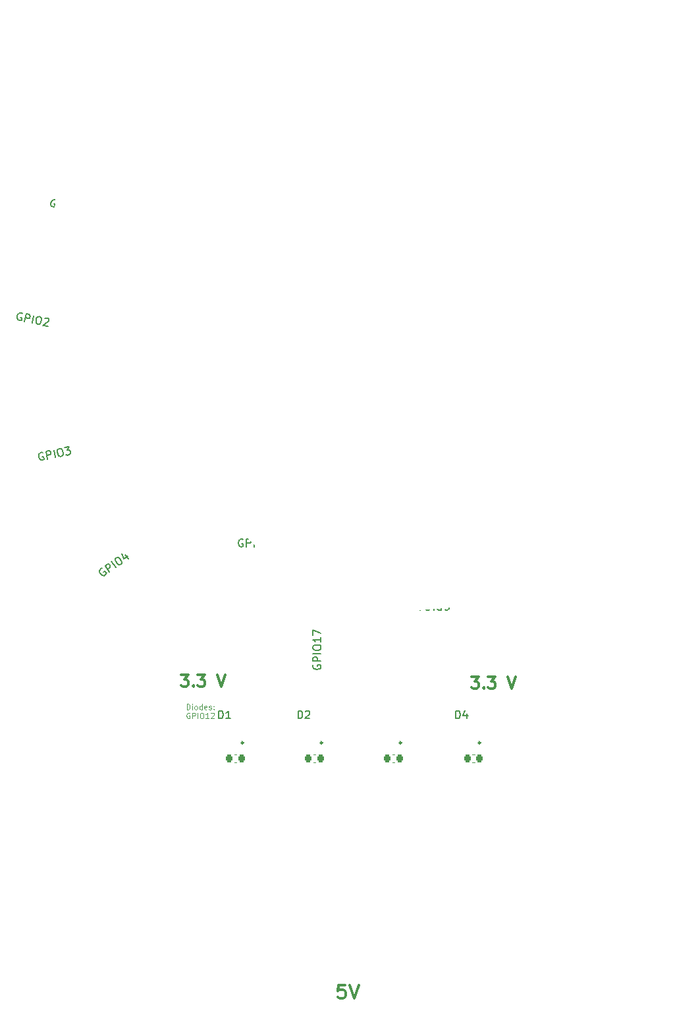
<source format=gbr>
%TF.GenerationSoftware,KiCad,Pcbnew,7.0.8*%
%TF.CreationDate,2023-11-04T18:56:12+01:00*%
%TF.ProjectId,kidslab-lamp,6b696473-6c61-4622-9d6c-616d702e6b69,rev?*%
%TF.SameCoordinates,Original*%
%TF.FileFunction,Legend,Top*%
%TF.FilePolarity,Positive*%
%FSLAX46Y46*%
G04 Gerber Fmt 4.6, Leading zero omitted, Abs format (unit mm)*
G04 Created by KiCad (PCBNEW 7.0.8) date 2023-11-04 18:56:12*
%MOMM*%
%LPD*%
G01*
G04 APERTURE LIST*
G04 Aperture macros list*
%AMRoundRect*
0 Rectangle with rounded corners*
0 $1 Rounding radius*
0 $2 $3 $4 $5 $6 $7 $8 $9 X,Y pos of 4 corners*
0 Add a 4 corners polygon primitive as box body*
4,1,4,$2,$3,$4,$5,$6,$7,$8,$9,$2,$3,0*
0 Add four circle primitives for the rounded corners*
1,1,$1+$1,$2,$3*
1,1,$1+$1,$4,$5*
1,1,$1+$1,$6,$7*
1,1,$1+$1,$8,$9*
0 Add four rect primitives between the rounded corners*
20,1,$1+$1,$2,$3,$4,$5,0*
20,1,$1+$1,$4,$5,$6,$7,0*
20,1,$1+$1,$6,$7,$8,$9,0*
20,1,$1+$1,$8,$9,$2,$3,0*%
%AMFreePoly0*
4,1,34,6.500000,-3.000000,0.000000,-3.000001,0.000000,-2.994924,-0.174434,-2.994924,-0.520945,-2.954423,-0.860410,-2.873969,-1.188239,-2.754648,-1.500000,-2.598076,-1.791476,-2.406370,-2.058725,-2.182121,-2.298133,-1.928363,-2.506463,-1.648527,-2.680898,-1.346398,-2.819078,-1.026060,-2.919135,-0.691847,-2.979715,-0.348279,-3.000001,0.000000,-2.979715,0.348280,-2.919135,0.691848,-2.819078,1.026060,
-2.680897,1.346398,-2.506463,1.648527,-2.298132,1.928363,-2.058725,2.182121,-1.791476,2.406370,-1.500000,2.598076,-1.188239,2.754649,-0.860409,2.873969,-0.520945,2.954423,-0.174434,2.994924,0.000000,2.994924,0.000000,3.000001,6.500000,3.000000,6.500000,-3.000000,6.500000,-3.000000,$1*%
%AMFreePoly1*
4,1,48,0.468453,2.455718,0.772542,2.377641,1.064448,2.262068,1.339567,2.110820,1.593560,1.926283,1.822422,1.711368,1.955916,1.550000,3.250000,1.550000,3.285355,1.535355,3.300000,1.500000,3.300000,-1.500000,3.285355,-1.535355,3.250000,-1.550000,1.955916,-1.550000,1.822422,-1.711368,1.593560,-1.926283,1.339567,-2.110820,1.064448,-2.262068,0.772542,-2.377641,0.468453,-2.455718,
0.156976,-2.495067,-0.156976,-2.495067,-0.468453,-2.455718,-0.772542,-2.377641,-1.064448,-2.262068,-1.339567,-2.110820,-1.593560,-1.926283,-1.822422,-1.711368,-2.022542,-1.469463,-2.190767,-1.204384,-2.324441,-0.920311,-2.421458,-0.621725,-2.480287,-0.313333,-2.500000,0.000000,-2.480287,0.313333,-2.421458,0.621725,-2.324441,0.920311,-2.190767,1.204384,-2.022542,1.469463,-1.822422,1.711368,
-1.593560,1.926283,-1.339567,2.110820,-1.064448,2.262068,-0.772542,2.377641,-0.468453,2.455718,-0.156976,2.495067,0.156976,2.495067,0.468453,2.455718,0.468453,2.455718,$1*%
%AMFreePoly2*
4,1,66,4.411842,5.095106,4.430902,5.095106,4.441081,5.087710,4.453280,5.084625,4.465482,5.069981,4.480902,5.058779,4.484789,5.046813,4.492846,5.037146,4.494111,5.018123,4.500000,5.000000,4.500000,2.600000,10.900000,2.600000,10.915063,2.595106,10.930902,2.595106,10.943715,2.585796,10.958779,2.580902,10.968088,2.568088,10.980902,2.558779,10.985796,2.543715,10.995106,2.530902,
10.995106,2.515062,11.000000,2.500000,11.000000,-2.500000,10.995106,-2.515062,10.995106,-2.530902,10.985796,-2.543715,10.980902,-2.558779,10.968088,-2.568088,10.958779,-2.580902,10.943715,-2.585796,10.930902,-2.595106,10.915063,-2.595106,10.900000,-2.600000,4.500000,-2.600000,4.500000,-5.000000,4.494111,-5.018123,4.492846,-5.037146,4.484789,-5.046813,4.480902,-5.058779,4.465482,-5.069981,
4.453280,-5.084625,4.441081,-5.087710,4.430902,-5.095106,4.411842,-5.095106,4.393363,-5.099780,4.381681,-5.095106,4.369098,-5.095106,4.353676,-5.083901,4.335982,-5.076822,-1.664018,-0.076822,-1.677110,-0.056027,-1.692845,-0.037146,-1.693299,-0.030314,-1.696947,-0.024521,-1.695315,0.000000,-1.696947,0.024521,-1.693299,0.030314,-1.692845,0.037146,-1.677110,0.056027,-1.664018,0.076822,
4.335982,5.076822,4.353676,5.083901,4.369098,5.095106,4.381681,5.095106,4.393363,5.099780,4.411842,5.095106,4.411842,5.095106,$1*%
G04 Aperture macros list end*
%ADD10C,0.020000*%
%ADD11C,0.150000*%
%ADD12C,0.100000*%
%ADD13C,0.300000*%
%ADD14C,0.120000*%
%ADD15C,0.239605*%
%ADD16C,0.200000*%
%ADD17RoundRect,0.200000X0.200000X0.275000X-0.200000X0.275000X-0.200000X-0.275000X0.200000X-0.275000X0*%
%ADD18FreePoly0,124.500000*%
%ADD19FreePoly0,328.000000*%
%ADD20O,1.800000X1.800000*%
%ADD21O,1.500000X1.500000*%
%ADD22O,1.700000X1.700000*%
%ADD23R,3.500000X1.700000*%
%ADD24R,1.700000X1.700000*%
%ADD25R,1.700000X3.500000*%
%ADD26FreePoly0,0.000000*%
%ADD27FreePoly1,0.000000*%
%ADD28C,5.000000*%
%ADD29FreePoly0,11.000000*%
%ADD30FreePoly0,35.000000*%
%ADD31FreePoly0,324.500000*%
%ADD32FreePoly0,180.000000*%
%ADD33RoundRect,0.200000X-0.200000X-0.275000X0.200000X-0.275000X0.200000X0.275000X-0.200000X0.275000X0*%
%ADD34R,0.900000X1.800000*%
%ADD35FreePoly0,280.000000*%
%ADD36FreePoly0,220.000000*%
%ADD37RoundRect,0.225000X0.225000X0.250000X-0.225000X0.250000X-0.225000X-0.250000X0.225000X-0.250000X0*%
%ADD38FreePoly0,215.000000*%
%ADD39FreePoly2,270.000000*%
%ADD40FreePoly1,270.000000*%
%ADD41R,0.950000X0.800000*%
%ADD42FreePoly0,191.500000*%
%ADD43FreePoly0,145.000000*%
%ADD44FreePoly0,260.000000*%
%ADD45C,1.500000*%
%ADD46FreePoly0,168.500000*%
%ADD47RoundRect,0.087500X0.225000X0.087500X-0.225000X0.087500X-0.225000X-0.087500X0.225000X-0.087500X0*%
%ADD48RoundRect,0.087500X0.087500X0.225000X-0.087500X0.225000X-0.087500X-0.225000X0.087500X-0.225000X0*%
%ADD49FreePoly2,0.000000*%
%ADD50RoundRect,0.225000X0.250000X-0.225000X0.250000X0.225000X-0.250000X0.225000X-0.250000X-0.225000X0*%
%ADD51FreePoly0,58.000000*%
%ADD52FreePoly0,348.500000*%
%ADD53FreePoly2,90.000000*%
%ADD54FreePoly1,90.000000*%
%ADD55FreePoly2,180.000000*%
%ADD56FreePoly1,180.000000*%
G04 APERTURE END LIST*
D10*
X172510719Y-91387751D02*
X172575564Y-91390445D01*
X172640347Y-91394679D01*
X172705009Y-91400491D01*
X172769491Y-91407918D01*
X172833735Y-91416998D01*
X172897684Y-91427767D01*
X172961277Y-91440264D01*
X173024458Y-91454525D01*
X173087167Y-91470589D01*
X173149346Y-91488493D01*
X173210938Y-91508273D01*
X173271882Y-91529969D01*
X173332122Y-91553616D01*
X173391599Y-91579253D01*
X173450253Y-91606917D01*
X173496867Y-91630682D01*
X173542780Y-91655707D01*
X173587975Y-91681958D01*
X173632434Y-91709400D01*
X173676141Y-91737999D01*
X173719079Y-91767719D01*
X173761230Y-91798525D01*
X173802578Y-91830384D01*
X173843104Y-91863260D01*
X173882792Y-91897119D01*
X173921626Y-91931926D01*
X173959587Y-91967645D01*
X173996658Y-92004243D01*
X174032823Y-92041684D01*
X174068065Y-92079934D01*
X174102365Y-92118959D01*
X174169574Y-92200871D01*
X174233077Y-92285485D01*
X174292864Y-92372630D01*
X174348923Y-92462136D01*
X174401242Y-92553830D01*
X174449810Y-92647541D01*
X174494615Y-92743098D01*
X174535645Y-92840330D01*
X174572889Y-92939065D01*
X174606334Y-93039133D01*
X174635971Y-93140361D01*
X174661786Y-93242579D01*
X174683768Y-93345615D01*
X174701906Y-93449299D01*
X174716188Y-93553458D01*
X174726602Y-93657921D01*
X174726598Y-93657920D01*
X174731040Y-93720604D01*
X174734183Y-93783426D01*
X174736030Y-93846356D01*
X174736582Y-93909359D01*
X174735841Y-93972402D01*
X174733809Y-94035451D01*
X174730486Y-94098474D01*
X174725876Y-94161437D01*
X174716750Y-94253866D01*
X174704806Y-94345999D01*
X174690036Y-94437736D01*
X174672436Y-94528977D01*
X174651999Y-94619622D01*
X174628719Y-94709571D01*
X174602591Y-94798724D01*
X174573608Y-94886981D01*
X174541765Y-94974243D01*
X174507055Y-95060409D01*
X174469473Y-95145379D01*
X174429013Y-95229055D01*
X174385669Y-95311335D01*
X174339435Y-95392120D01*
X174290304Y-95471310D01*
X174238272Y-95548805D01*
X174205955Y-95594042D01*
X174172706Y-95638585D01*
X174138539Y-95682417D01*
X174103465Y-95725523D01*
X174067499Y-95767887D01*
X174030653Y-95809493D01*
X173992940Y-95850327D01*
X173954373Y-95890372D01*
X173914965Y-95929613D01*
X173874728Y-95968035D01*
X173833676Y-96005621D01*
X173791821Y-96042355D01*
X173749177Y-96078224D01*
X173705756Y-96113210D01*
X173661571Y-96147298D01*
X173616635Y-96180473D01*
X173570432Y-96213049D01*
X173523481Y-96244587D01*
X173475805Y-96275063D01*
X173427428Y-96304452D01*
X173378375Y-96332728D01*
X173328668Y-96359868D01*
X173278332Y-96385845D01*
X173227390Y-96410636D01*
X173202022Y-96422430D01*
X173176511Y-96433940D01*
X173150861Y-96445165D01*
X173125078Y-96456100D01*
X173099165Y-96466741D01*
X173073130Y-96477087D01*
X173046975Y-96487133D01*
X173020708Y-96496875D01*
X172995724Y-96505752D01*
X172970567Y-96514313D01*
X172920182Y-96531418D01*
X172895178Y-96540424D01*
X172870447Y-96550041D01*
X172846103Y-96560500D01*
X172834111Y-96566118D01*
X172822257Y-96572033D01*
X172810769Y-96578207D01*
X172799621Y-96584701D01*
X172788853Y-96591535D01*
X172778502Y-96598730D01*
X172768609Y-96606307D01*
X172759212Y-96614285D01*
X172750349Y-96622685D01*
X172742060Y-96631528D01*
X172734384Y-96640833D01*
X172727360Y-96650622D01*
X172721026Y-96660914D01*
X172718130Y-96666256D01*
X172715422Y-96671731D01*
X172712905Y-96677342D01*
X172710586Y-96683092D01*
X172708468Y-96688983D01*
X172706557Y-96695017D01*
X172704858Y-96701198D01*
X172703375Y-96707528D01*
X172702113Y-96714010D01*
X172701077Y-96720645D01*
X172700312Y-96726731D01*
X172699642Y-96732843D01*
X172699067Y-96738978D01*
X172698586Y-96745135D01*
X172698200Y-96751312D01*
X172697909Y-96757507D01*
X172697712Y-96763718D01*
X172697611Y-96769944D01*
X172697612Y-96769944D01*
X172697663Y-96783490D01*
X172698063Y-96797105D01*
X172699756Y-96824488D01*
X172702390Y-96851985D01*
X172705664Y-96879485D01*
X172712927Y-96934055D01*
X172716313Y-96960906D01*
X172719133Y-96987320D01*
X172729675Y-97099985D01*
X172736769Y-97179974D01*
X172743307Y-97260069D01*
X172748951Y-97340217D01*
X172753363Y-97420366D01*
X172753362Y-97420366D01*
X172750908Y-97420508D01*
X172750908Y-97420510D01*
X172753363Y-97420368D01*
X172754663Y-97448794D01*
X172755747Y-97477180D01*
X172756614Y-97505539D01*
X172757263Y-97533886D01*
X172757262Y-97533886D01*
X172757342Y-97559606D01*
X172756635Y-97585664D01*
X172755014Y-97611890D01*
X172752355Y-97638114D01*
X172748534Y-97664163D01*
X172743425Y-97689867D01*
X172736903Y-97715056D01*
X172728844Y-97739558D01*
X172719123Y-97763202D01*
X172707616Y-97785818D01*
X172701153Y-97796688D01*
X172694196Y-97807235D01*
X172686730Y-97817441D01*
X172678740Y-97827283D01*
X172670209Y-97836739D01*
X172661123Y-97845789D01*
X172651464Y-97854410D01*
X172641219Y-97862583D01*
X172630371Y-97870285D01*
X172618904Y-97877495D01*
X172606804Y-97884191D01*
X172594054Y-97890353D01*
X172582082Y-97895465D01*
X172570001Y-97900105D01*
X172557818Y-97904295D01*
X172545538Y-97908057D01*
X172533169Y-97911411D01*
X172520717Y-97914380D01*
X172508187Y-97916985D01*
X172495587Y-97919247D01*
X172482923Y-97921188D01*
X172470200Y-97922829D01*
X172444607Y-97925297D01*
X172418858Y-97926822D01*
X172393004Y-97927577D01*
X172393004Y-97927576D01*
X172380738Y-98016600D01*
X172373411Y-98062582D01*
X172368987Y-98085519D01*
X172363882Y-98108261D01*
X172357962Y-98130686D01*
X172351096Y-98152675D01*
X172343153Y-98174106D01*
X172334000Y-98194861D01*
X172323506Y-98214817D01*
X172311538Y-98233856D01*
X172297966Y-98251857D01*
X172290537Y-98260431D01*
X172282657Y-98268700D01*
X172275965Y-98275053D01*
X172269057Y-98280964D01*
X172261944Y-98286448D01*
X172254635Y-98291521D01*
X172247141Y-98296197D01*
X172239471Y-98300493D01*
X172231637Y-98304423D01*
X172223647Y-98308003D01*
X172207245Y-98314176D01*
X172190344Y-98319135D01*
X172173027Y-98323002D01*
X172155375Y-98325903D01*
X172137470Y-98327959D01*
X172119391Y-98329294D01*
X172101221Y-98330032D01*
X172083041Y-98330296D01*
X172046976Y-98329896D01*
X172011846Y-98329082D01*
X171996486Y-98328689D01*
X171981154Y-98328176D01*
X171950464Y-98326950D01*
X171950462Y-98327030D01*
X171950457Y-98327110D01*
X171950450Y-98327190D01*
X171950439Y-98327270D01*
X171950426Y-98327350D01*
X171950410Y-98327430D01*
X171950393Y-98327510D01*
X171950373Y-98327590D01*
X171950329Y-98327750D01*
X171950281Y-98327910D01*
X171950174Y-98328229D01*
X171908034Y-98486096D01*
X171871321Y-98645151D01*
X171840062Y-98805252D01*
X171814281Y-98966255D01*
X171794005Y-99128018D01*
X171779258Y-99290397D01*
X171770066Y-99453248D01*
X171766770Y-99602205D01*
X171766379Y-99602372D01*
X171717926Y-99622538D01*
X171679136Y-99634767D01*
X171680190Y-99506250D01*
X171687009Y-99335143D01*
X171699421Y-99164393D01*
X171717602Y-98994191D01*
X171741726Y-98824727D01*
X171771971Y-98656195D01*
X171808512Y-98488785D01*
X171851526Y-98322689D01*
X171876246Y-98323555D01*
X171900994Y-98324607D01*
X171950462Y-98326950D01*
X171900995Y-98324607D01*
X171876248Y-98323555D01*
X171851528Y-98322689D01*
X171852852Y-98317764D01*
X171854217Y-98312814D01*
X171857015Y-98302941D01*
X171854216Y-98312814D01*
X171852851Y-98317764D01*
X171851526Y-98322689D01*
X171846327Y-98322500D01*
X171841127Y-98322352D01*
X171830727Y-98322121D01*
X171794706Y-98321388D01*
X171776682Y-98320787D01*
X171758673Y-98319883D01*
X171740697Y-98318565D01*
X171722774Y-98316726D01*
X171704922Y-98314253D01*
X171696029Y-98312746D01*
X171687160Y-98311039D01*
X171668816Y-98306632D01*
X171651783Y-98301197D01*
X171640537Y-98296624D01*
X171859241Y-98296624D01*
X171860119Y-98294676D01*
X171861060Y-98292805D01*
X171862062Y-98291011D01*
X171863124Y-98289294D01*
X171864243Y-98287652D01*
X171865417Y-98286085D01*
X171866643Y-98284593D01*
X171867920Y-98283174D01*
X171869244Y-98281830D01*
X171870615Y-98280557D01*
X171872029Y-98279357D01*
X171873484Y-98278229D01*
X171874979Y-98277171D01*
X171876510Y-98276184D01*
X171878076Y-98275267D01*
X171878115Y-98275246D01*
X171881261Y-98273658D01*
X171881302Y-98273639D01*
X171881341Y-98273622D01*
X171884599Y-98272298D01*
X171884640Y-98272282D01*
X171884677Y-98272270D01*
X171888033Y-98271204D01*
X171888071Y-98271193D01*
X171891577Y-98270366D01*
X171895141Y-98269796D01*
X171898744Y-98269479D01*
X171902367Y-98269410D01*
X171905021Y-98269527D01*
X171907670Y-98269771D01*
X171910308Y-98270139D01*
X171912928Y-98270630D01*
X171915522Y-98271242D01*
X171918084Y-98271973D01*
X171920607Y-98272822D01*
X171923083Y-98273786D01*
X171925506Y-98274864D01*
X171927869Y-98276054D01*
X171930164Y-98277355D01*
X171932386Y-98278763D01*
X171934525Y-98280279D01*
X171936577Y-98281899D01*
X171938534Y-98283623D01*
X171940388Y-98285447D01*
X171942133Y-98287372D01*
X171943762Y-98289393D01*
X171945268Y-98291511D01*
X171946644Y-98293723D01*
X171947882Y-98296027D01*
X171948977Y-98298422D01*
X171949920Y-98300905D01*
X171950706Y-98303475D01*
X171951326Y-98306131D01*
X171951775Y-98308869D01*
X171952044Y-98311690D01*
X171952128Y-98314589D01*
X171952018Y-98317567D01*
X171951709Y-98320621D01*
X171951193Y-98323750D01*
X171950462Y-98326950D01*
X171950464Y-98326950D01*
X171951194Y-98323750D01*
X171951710Y-98320621D01*
X171952020Y-98317567D01*
X171952129Y-98314589D01*
X171952046Y-98311690D01*
X171951776Y-98308869D01*
X171951328Y-98306131D01*
X171950707Y-98303475D01*
X171949922Y-98300905D01*
X171948978Y-98298422D01*
X171947884Y-98296027D01*
X171946645Y-98293723D01*
X171945269Y-98291511D01*
X171943763Y-98289393D01*
X171942135Y-98287372D01*
X171940389Y-98285447D01*
X171938535Y-98283623D01*
X171936579Y-98281899D01*
X171934527Y-98280279D01*
X171932387Y-98278763D01*
X171930166Y-98277355D01*
X171927871Y-98276054D01*
X171925508Y-98274864D01*
X171923085Y-98273786D01*
X171920609Y-98272822D01*
X171918086Y-98271973D01*
X171915524Y-98271242D01*
X171912930Y-98270630D01*
X171910310Y-98270139D01*
X171907672Y-98269771D01*
X171905022Y-98269527D01*
X171902368Y-98269410D01*
X171902367Y-98269410D01*
X171898742Y-98269479D01*
X171895139Y-98269796D01*
X171891576Y-98270366D01*
X171888069Y-98271193D01*
X171888033Y-98271204D01*
X171886345Y-98271705D01*
X171884677Y-98272270D01*
X171884638Y-98272282D01*
X171884599Y-98272298D01*
X171882958Y-98272927D01*
X171881341Y-98273622D01*
X171881301Y-98273638D01*
X171881261Y-98273658D01*
X171879674Y-98274418D01*
X171878115Y-98275246D01*
X171878074Y-98275266D01*
X171876509Y-98276184D01*
X171874977Y-98277171D01*
X171873483Y-98278229D01*
X171872028Y-98279357D01*
X171870614Y-98280557D01*
X171869243Y-98281829D01*
X171867919Y-98283174D01*
X171866642Y-98284593D01*
X171865416Y-98286085D01*
X171864242Y-98287652D01*
X171863123Y-98289293D01*
X171862062Y-98291011D01*
X171861059Y-98292805D01*
X171860118Y-98294676D01*
X171859241Y-98296624D01*
X171640537Y-98296624D01*
X171636002Y-98294780D01*
X171621417Y-98287429D01*
X171607969Y-98279192D01*
X171595599Y-98270115D01*
X171584250Y-98260246D01*
X171573864Y-98249633D01*
X171564382Y-98238323D01*
X171555747Y-98226363D01*
X171547901Y-98213802D01*
X171540785Y-98200685D01*
X171534341Y-98187061D01*
X171528512Y-98172978D01*
X171523239Y-98158482D01*
X171518465Y-98143620D01*
X171510179Y-98112993D01*
X171503190Y-98081474D01*
X171491244Y-98017282D01*
X171485359Y-97985367D01*
X171478913Y-97954078D01*
X171471442Y-97923796D01*
X171462482Y-97894899D01*
X171475454Y-97897212D01*
X171488465Y-97899362D01*
X171501510Y-97901358D01*
X171514580Y-97903211D01*
X171540774Y-97906528D01*
X171566994Y-97909391D01*
X171570289Y-97923800D01*
X171573234Y-97938297D01*
X171578352Y-97967485D01*
X171587450Y-98026124D01*
X171592542Y-98055287D01*
X171595468Y-98069765D01*
X171598740Y-98084151D01*
X171602428Y-98098426D01*
X171606600Y-98112573D01*
X171611328Y-98126572D01*
X171616680Y-98140406D01*
X171620645Y-98149186D01*
X171624977Y-98157345D01*
X171629660Y-98164906D01*
X171634680Y-98171893D01*
X171640022Y-98178328D01*
X171645671Y-98184235D01*
X171651612Y-98189636D01*
X171657831Y-98194555D01*
X171664314Y-98199014D01*
X171671044Y-98203037D01*
X171678008Y-98206646D01*
X171685190Y-98209865D01*
X171692577Y-98212716D01*
X171700153Y-98215222D01*
X171707904Y-98217407D01*
X171715814Y-98219294D01*
X171732056Y-98222263D01*
X171748760Y-98224314D01*
X171765809Y-98225631D01*
X171783086Y-98226398D01*
X171852104Y-98227641D01*
X171877886Y-98228582D01*
X171903667Y-98229630D01*
X171903667Y-98229629D01*
X171981028Y-98232826D01*
X172019743Y-98234064D01*
X172058498Y-98234744D01*
X172092110Y-98235181D01*
X172109423Y-98235071D01*
X172118109Y-98234789D01*
X172126779Y-98234300D01*
X172135405Y-98233563D01*
X172143959Y-98232536D01*
X172152414Y-98231179D01*
X172160743Y-98229449D01*
X172168918Y-98227306D01*
X172176911Y-98224707D01*
X172184695Y-98221612D01*
X172192243Y-98217979D01*
X172196728Y-98215440D01*
X172201033Y-98212680D01*
X172205164Y-98209708D01*
X172209125Y-98206534D01*
X172212920Y-98203169D01*
X172216555Y-98199623D01*
X172220034Y-98195907D01*
X172223363Y-98192030D01*
X172226545Y-98188004D01*
X172229587Y-98183837D01*
X172235266Y-98175126D01*
X172240437Y-98165979D01*
X172245141Y-98156478D01*
X172249414Y-98146706D01*
X172253296Y-98136745D01*
X172256825Y-98126677D01*
X172260040Y-98116584D01*
X172262979Y-98106549D01*
X172265680Y-98096653D01*
X172270525Y-98077609D01*
X172274864Y-98058911D01*
X172278726Y-98040121D01*
X172282189Y-98021254D01*
X172285330Y-98002327D01*
X172290958Y-97964346D01*
X172296074Y-97927450D01*
X172393016Y-97927450D01*
X172393115Y-97926428D01*
X172393174Y-97925870D01*
X172393239Y-97925321D01*
X172393310Y-97924777D01*
X172393331Y-97924640D01*
X172393310Y-97924778D01*
X172393238Y-97925321D01*
X172393174Y-97925871D01*
X172393114Y-97926429D01*
X172393016Y-97927450D01*
X172296074Y-97927450D01*
X172296234Y-97926298D01*
X172270417Y-97925552D01*
X172244817Y-97925019D01*
X172244093Y-97925019D01*
X172107906Y-97924733D01*
X171971569Y-97925499D01*
X171903399Y-97925440D01*
X171835258Y-97924640D01*
X171767168Y-97922764D01*
X171760461Y-97922440D01*
X172228330Y-97922440D01*
X172233224Y-97923788D01*
X172232924Y-97923705D01*
X172228330Y-97922440D01*
X171760461Y-97922440D01*
X171699150Y-97919478D01*
X171666701Y-97917463D01*
X171633777Y-97915181D01*
X171600501Y-97912525D01*
X171566995Y-97909391D01*
X171540776Y-97906527D01*
X171514582Y-97903210D01*
X171501511Y-97901357D01*
X171488467Y-97899361D01*
X171475455Y-97897211D01*
X171462483Y-97894899D01*
X171462483Y-97894898D01*
X171449810Y-97892424D01*
X171461597Y-97892424D01*
X171461718Y-97892781D01*
X171461847Y-97893131D01*
X171461980Y-97893478D01*
X171462114Y-97893825D01*
X171462245Y-97894175D01*
X171462369Y-97894532D01*
X171462428Y-97894714D01*
X171462483Y-97894898D01*
X171462485Y-97894899D01*
X171462429Y-97894714D01*
X171462371Y-97894532D01*
X171462246Y-97894175D01*
X171462115Y-97893825D01*
X171461981Y-97893478D01*
X171461848Y-97893131D01*
X171461719Y-97892781D01*
X171461597Y-97892424D01*
X171449810Y-97892424D01*
X171436159Y-97889759D01*
X171419225Y-97885946D01*
X172198290Y-97885946D01*
X172198290Y-97885947D01*
X172199218Y-97890278D01*
X172200507Y-97894509D01*
X172202156Y-97898606D01*
X172204166Y-97902534D01*
X172206537Y-97906260D01*
X172209268Y-97909749D01*
X172212359Y-97912966D01*
X172215811Y-97915879D01*
X172219623Y-97918451D01*
X172215811Y-97915878D01*
X172212359Y-97912966D01*
X172209268Y-97909748D01*
X172206537Y-97906259D01*
X172204166Y-97902534D01*
X172202156Y-97898605D01*
X172200507Y-97894508D01*
X172199218Y-97890277D01*
X172198290Y-97885946D01*
X171419225Y-97885946D01*
X171410085Y-97883888D01*
X171384326Y-97877217D01*
X171378324Y-97875434D01*
X171458426Y-97875434D01*
X171458523Y-97878578D01*
X171458868Y-97881814D01*
X171459471Y-97885141D01*
X171458869Y-97881814D01*
X171458699Y-97880226D01*
X171458588Y-97879180D01*
X172307453Y-97879180D01*
X172310182Y-97875696D01*
X172310228Y-97875650D01*
X172374317Y-97875650D01*
X172377869Y-97878641D01*
X172381163Y-97881926D01*
X172384165Y-97885496D01*
X172386840Y-97889341D01*
X172384165Y-97885495D01*
X172381163Y-97881925D01*
X172377869Y-97878640D01*
X172374317Y-97875650D01*
X172310228Y-97875650D01*
X172313232Y-97872669D01*
X172310182Y-97875695D01*
X172307453Y-97879180D01*
X171458588Y-97879180D01*
X171458524Y-97878578D01*
X171458479Y-97877122D01*
X171458426Y-97875435D01*
X171458553Y-97872697D01*
X171458568Y-97872387D01*
X171458856Y-97870090D01*
X172316569Y-97870090D01*
X172320158Y-97867950D01*
X172323966Y-97866238D01*
X172326387Y-97865454D01*
X172353881Y-97865454D01*
X172358212Y-97866828D01*
X172362455Y-97868543D01*
X172358212Y-97866827D01*
X172353881Y-97865454D01*
X172326387Y-97865454D01*
X172327958Y-97864945D01*
X172332101Y-97864062D01*
X172336360Y-97863579D01*
X172340702Y-97863486D01*
X172345092Y-97863774D01*
X172349496Y-97864433D01*
X172345092Y-97863773D01*
X172340702Y-97863485D01*
X172336360Y-97863578D01*
X172332101Y-97864061D01*
X172327958Y-97864944D01*
X172323966Y-97866237D01*
X172320158Y-97867949D01*
X172316569Y-97870090D01*
X171458856Y-97870090D01*
X171458938Y-97869437D01*
X171459527Y-97866588D01*
X171460326Y-97863842D01*
X171461325Y-97861202D01*
X171462515Y-97858669D01*
X171463886Y-97856247D01*
X171465429Y-97853938D01*
X171467133Y-97851744D01*
X171468990Y-97849668D01*
X171470990Y-97847712D01*
X171473123Y-97845880D01*
X171475379Y-97844172D01*
X171477751Y-97842592D01*
X171480226Y-97841142D01*
X171482797Y-97839825D01*
X171485454Y-97838643D01*
X171488186Y-97837599D01*
X171490985Y-97836695D01*
X171493841Y-97835933D01*
X171496744Y-97835317D01*
X171499685Y-97834848D01*
X171502655Y-97834528D01*
X171503231Y-97834496D01*
X171511636Y-97834496D01*
X171514623Y-97834801D01*
X171517766Y-97835318D01*
X171520872Y-97836017D01*
X171523931Y-97836903D01*
X171526931Y-97837978D01*
X171529863Y-97839245D01*
X171532714Y-97840708D01*
X171535474Y-97842369D01*
X171538133Y-97844231D01*
X171540678Y-97846299D01*
X171543100Y-97848574D01*
X171545388Y-97851061D01*
X171547530Y-97853762D01*
X171549516Y-97856680D01*
X171551335Y-97859818D01*
X171552178Y-97861471D01*
X171552976Y-97863180D01*
X171553726Y-97864945D01*
X171554428Y-97866768D01*
X171554430Y-97866768D01*
X171553728Y-97864945D01*
X171552978Y-97863180D01*
X171552180Y-97861471D01*
X171551337Y-97859818D01*
X171550449Y-97858221D01*
X171549518Y-97856680D01*
X171548545Y-97855193D01*
X171547531Y-97853762D01*
X171546479Y-97852384D01*
X171545389Y-97851061D01*
X171544263Y-97849791D01*
X171543192Y-97848669D01*
X172281736Y-97848669D01*
X172284110Y-97852394D01*
X172286123Y-97856322D01*
X172284110Y-97852393D01*
X172281736Y-97848669D01*
X171543192Y-97848669D01*
X171543101Y-97848574D01*
X171541906Y-97847411D01*
X171540679Y-97846299D01*
X171538134Y-97844231D01*
X171535475Y-97842369D01*
X171532715Y-97840708D01*
X171529864Y-97839245D01*
X171526932Y-97837978D01*
X171523932Y-97836903D01*
X171522513Y-97836492D01*
X172268621Y-97836492D01*
X172272442Y-97839060D01*
X172275901Y-97841968D01*
X172278999Y-97845182D01*
X172275901Y-97841967D01*
X172272442Y-97839059D01*
X172268621Y-97836492D01*
X171522513Y-97836492D01*
X171520873Y-97836017D01*
X171517767Y-97835318D01*
X171514624Y-97834801D01*
X171511637Y-97834496D01*
X171511636Y-97834496D01*
X171503231Y-97834496D01*
X171505643Y-97834362D01*
X171508639Y-97834350D01*
X171505641Y-97834362D01*
X171502653Y-97834528D01*
X171499684Y-97834847D01*
X171496743Y-97835316D01*
X171493839Y-97835933D01*
X171490984Y-97836694D01*
X171488185Y-97837599D01*
X171485452Y-97838643D01*
X171482796Y-97839825D01*
X171480225Y-97841142D01*
X171477749Y-97842591D01*
X171475378Y-97844171D01*
X171473121Y-97845879D01*
X171470988Y-97847712D01*
X171468989Y-97849668D01*
X171467132Y-97851744D01*
X171465427Y-97853938D01*
X171463885Y-97856247D01*
X171462514Y-97858669D01*
X171461324Y-97861201D01*
X171460325Y-97863842D01*
X171459526Y-97866588D01*
X171458937Y-97869437D01*
X171458567Y-97872387D01*
X171458426Y-97875434D01*
X171378324Y-97875434D01*
X171358945Y-97869680D01*
X171334004Y-97861211D01*
X171321718Y-97856606D01*
X171309565Y-97851743D01*
X171297554Y-97846614D01*
X171285692Y-97841209D01*
X171273987Y-97835522D01*
X171262447Y-97829544D01*
X171241365Y-97817620D01*
X171220865Y-97804718D01*
X171201045Y-97790861D01*
X171182002Y-97776070D01*
X171163834Y-97760367D01*
X171146639Y-97743773D01*
X171130515Y-97726309D01*
X171115559Y-97707998D01*
X171101869Y-97688862D01*
X171089542Y-97668921D01*
X171083921Y-97658656D01*
X171078678Y-97648198D01*
X171073824Y-97637549D01*
X171069372Y-97626714D01*
X171065335Y-97615693D01*
X171061724Y-97604490D01*
X171058551Y-97593108D01*
X171055830Y-97581549D01*
X171053572Y-97569816D01*
X171051789Y-97557912D01*
X171050494Y-97545840D01*
X171049698Y-97533601D01*
X171049339Y-97521823D01*
X171049278Y-97511795D01*
X171145689Y-97511795D01*
X171145708Y-97522022D01*
X171146029Y-97532222D01*
X171146696Y-97542379D01*
X171147753Y-97552477D01*
X171149247Y-97562500D01*
X171151221Y-97572431D01*
X171153720Y-97582255D01*
X171156790Y-97591954D01*
X171160475Y-97601513D01*
X171165167Y-97611679D01*
X171170490Y-97621606D01*
X171176399Y-97631289D01*
X171182849Y-97640724D01*
X171189794Y-97649905D01*
X171197189Y-97658827D01*
X171204988Y-97667484D01*
X171213145Y-97675872D01*
X171221615Y-97683986D01*
X171230353Y-97691819D01*
X171239312Y-97699367D01*
X171248448Y-97706625D01*
X171257715Y-97713587D01*
X171267066Y-97720249D01*
X171276458Y-97726604D01*
X171285843Y-97732649D01*
X171298731Y-97740442D01*
X171311922Y-97747744D01*
X171325398Y-97754573D01*
X171339141Y-97760946D01*
X171353133Y-97766883D01*
X171367356Y-97772400D01*
X171381791Y-97777517D01*
X171396422Y-97782251D01*
X171411229Y-97786620D01*
X171426196Y-97790643D01*
X171441303Y-97794338D01*
X171456533Y-97797722D01*
X171487289Y-97803631D01*
X171518321Y-97808517D01*
X171541263Y-97811584D01*
X171564226Y-97814220D01*
X171587152Y-97816487D01*
X171609981Y-97818445D01*
X171655114Y-97821684D01*
X171699150Y-97824430D01*
X171767059Y-97827716D01*
X171835041Y-97829591D01*
X171903074Y-97830391D01*
X171971135Y-97830450D01*
X172056215Y-97829972D01*
X172244093Y-97829972D01*
X172249722Y-97830319D01*
X172254989Y-97831180D01*
X172259894Y-97832518D01*
X172264438Y-97834300D01*
X172259894Y-97832517D01*
X172254989Y-97831179D01*
X172249722Y-97830319D01*
X172244117Y-97829972D01*
X172244093Y-97829972D01*
X172056215Y-97829972D01*
X172107256Y-97829684D01*
X172243228Y-97829971D01*
X172244093Y-97829971D01*
X172244117Y-97829972D01*
X172282756Y-97831142D01*
X172322581Y-97832860D01*
X172363067Y-97834195D01*
X172383400Y-97834428D01*
X172403710Y-97834216D01*
X172423933Y-97833443D01*
X172444007Y-97831993D01*
X172463870Y-97829749D01*
X172483457Y-97826595D01*
X172502707Y-97822414D01*
X172521556Y-97817091D01*
X172539942Y-97810509D01*
X172557802Y-97802551D01*
X172568179Y-97796969D01*
X172577876Y-97790842D01*
X172586914Y-97784195D01*
X172595315Y-97777052D01*
X172603100Y-97769437D01*
X172610291Y-97761375D01*
X172616910Y-97752890D01*
X172622977Y-97744007D01*
X172628514Y-97734750D01*
X172633543Y-97725144D01*
X172638086Y-97715213D01*
X172642163Y-97704982D01*
X172645796Y-97694474D01*
X172649006Y-97683716D01*
X172654246Y-97661541D01*
X172658054Y-97638654D01*
X172660602Y-97615250D01*
X172662062Y-97591525D01*
X172662605Y-97567674D01*
X172662404Y-97543892D01*
X172661629Y-97520377D01*
X172659049Y-97474925D01*
X172681724Y-97474410D01*
X172704401Y-97473788D01*
X172707437Y-97473619D01*
X172710370Y-97473300D01*
X172713202Y-97472839D01*
X172715931Y-97472239D01*
X172718557Y-97471506D01*
X172721082Y-97470645D01*
X172723504Y-97469661D01*
X172725824Y-97468560D01*
X172728042Y-97467347D01*
X172730157Y-97466027D01*
X172732171Y-97464605D01*
X172734082Y-97463086D01*
X172735891Y-97461477D01*
X172737599Y-97459781D01*
X172739204Y-97458005D01*
X172740707Y-97456153D01*
X172742108Y-97454230D01*
X172743407Y-97452243D01*
X172744605Y-97450196D01*
X172745700Y-97448094D01*
X172746694Y-97445942D01*
X172747586Y-97443747D01*
X172748376Y-97441512D01*
X172749064Y-97439244D01*
X172749650Y-97436947D01*
X172750135Y-97434627D01*
X172750518Y-97432288D01*
X172750799Y-97429937D01*
X172750979Y-97427579D01*
X172751057Y-97425218D01*
X172751057Y-97425217D01*
X172750799Y-97429936D01*
X172750135Y-97434625D01*
X172749064Y-97439242D01*
X172748376Y-97441511D01*
X172747586Y-97443745D01*
X172746694Y-97445941D01*
X172745700Y-97448092D01*
X172744605Y-97450194D01*
X172743407Y-97452242D01*
X172742108Y-97454229D01*
X172740707Y-97456152D01*
X172739204Y-97458004D01*
X172737599Y-97459780D01*
X172735891Y-97461476D01*
X172734082Y-97463085D01*
X172732171Y-97464603D01*
X172730157Y-97466025D01*
X172728042Y-97467345D01*
X172725824Y-97468559D01*
X172723504Y-97469660D01*
X172721082Y-97470643D01*
X172718557Y-97471504D01*
X172715931Y-97472237D01*
X172713202Y-97472837D01*
X172710370Y-97473299D01*
X172707437Y-97473617D01*
X172704401Y-97473787D01*
X172681724Y-97474408D01*
X172659050Y-97474923D01*
X172659050Y-97474924D01*
X172473149Y-97478847D01*
X172287232Y-97480387D01*
X172101323Y-97479547D01*
X171915446Y-97476327D01*
X171729627Y-97470729D01*
X171543888Y-97462756D01*
X171358255Y-97452409D01*
X171172752Y-97439689D01*
X171171172Y-97439538D01*
X171169622Y-97439350D01*
X171168101Y-97439126D01*
X171166609Y-97438866D01*
X171165145Y-97438570D01*
X171163709Y-97438238D01*
X171162301Y-97437871D01*
X171160920Y-97437469D01*
X171159566Y-97437032D01*
X171158238Y-97436560D01*
X171156935Y-97436054D01*
X171155659Y-97435513D01*
X171154407Y-97434938D01*
X171153180Y-97434330D01*
X171151977Y-97433687D01*
X171150800Y-97433012D01*
X171150690Y-97434952D01*
X171150565Y-97436919D01*
X171150414Y-97438886D01*
X171150324Y-97439861D01*
X171150221Y-97440826D01*
X171146990Y-97481118D01*
X171145926Y-97501558D01*
X171145689Y-97511795D01*
X171049278Y-97511795D01*
X171049268Y-97510040D01*
X171049860Y-97486458D01*
X171051211Y-97462864D01*
X171053057Y-97439262D01*
X171057178Y-97392067D01*
X171057395Y-97389137D01*
X171126386Y-97389137D01*
X171126523Y-97392552D01*
X171126873Y-97395965D01*
X171127436Y-97399361D01*
X171128213Y-97402722D01*
X171129202Y-97406035D01*
X171130404Y-97409283D01*
X171131820Y-97412450D01*
X171133448Y-97415521D01*
X171135288Y-97418480D01*
X171137342Y-97421312D01*
X171139608Y-97424001D01*
X171142087Y-97426531D01*
X171144778Y-97428886D01*
X171147682Y-97431052D01*
X171150798Y-97433011D01*
X171150800Y-97433012D01*
X171150800Y-97433011D01*
X171150798Y-97433010D01*
X171151810Y-97420366D01*
X172655336Y-97420366D01*
X172655582Y-97424488D01*
X172656306Y-97436463D01*
X172657152Y-97448906D01*
X172659049Y-97474923D01*
X172659050Y-97474923D01*
X172657153Y-97448906D01*
X172656307Y-97436463D01*
X172655583Y-97424487D01*
X172655582Y-97424488D01*
X172655582Y-97424486D01*
X172655345Y-97420512D01*
X172750908Y-97420512D01*
X172751057Y-97425216D01*
X172751033Y-97422860D01*
X172750908Y-97420512D01*
X172655345Y-97420512D01*
X172655345Y-97420510D01*
X172655336Y-97420366D01*
X171151810Y-97420366D01*
X171152129Y-97416378D01*
X172750395Y-97416378D01*
X172750395Y-97416379D01*
X172750907Y-97420508D01*
X172750908Y-97420508D01*
X172750907Y-97420507D01*
X172750395Y-97416378D01*
X171152129Y-97416378D01*
X171152538Y-97411272D01*
X171154090Y-97389519D01*
X171155476Y-97367739D01*
X171156720Y-97345920D01*
X171156722Y-97345919D01*
X171156720Y-97345919D01*
X171153225Y-97346975D01*
X171149945Y-97348295D01*
X171146878Y-97349864D01*
X171144025Y-97351665D01*
X171141387Y-97353684D01*
X171138962Y-97355904D01*
X171136751Y-97358310D01*
X171134753Y-97360885D01*
X171132969Y-97363616D01*
X171131399Y-97366484D01*
X171130043Y-97369477D01*
X171128900Y-97372576D01*
X171127970Y-97375767D01*
X171127254Y-97379035D01*
X171126752Y-97382363D01*
X171126462Y-97385735D01*
X171126386Y-97389137D01*
X171057395Y-97389137D01*
X171058925Y-97368486D01*
X171060111Y-97344925D01*
X171067484Y-97076855D01*
X171115941Y-97076855D01*
X171116267Y-97077010D01*
X171118763Y-97078034D01*
X171121359Y-97078937D01*
X171122849Y-97079365D01*
X171121358Y-97078936D01*
X171118761Y-97078033D01*
X171116265Y-97077009D01*
X171115941Y-97076855D01*
X171067484Y-97076855D01*
X171067611Y-97072249D01*
X171107922Y-97072249D01*
X171109378Y-97073262D01*
X171111573Y-97074618D01*
X171109379Y-97073262D01*
X171107922Y-97072249D01*
X171067611Y-97072249D01*
X171067751Y-97067167D01*
X171068768Y-97029665D01*
X171068907Y-97024545D01*
X171086670Y-97024971D01*
X171086546Y-97027310D01*
X171086523Y-97029665D01*
X171086602Y-97032029D01*
X171086782Y-97034397D01*
X171087063Y-97036765D01*
X171087445Y-97039127D01*
X171087929Y-97041477D01*
X171088513Y-97043810D01*
X171089199Y-97046122D01*
X171089985Y-97048406D01*
X171090873Y-97050658D01*
X171091861Y-97052873D01*
X171092950Y-97055045D01*
X171094140Y-97057169D01*
X171095431Y-97059240D01*
X171096822Y-97061252D01*
X171098314Y-97063200D01*
X171099907Y-97065080D01*
X171101600Y-97066886D01*
X171103394Y-97068612D01*
X171105288Y-97070253D01*
X171105476Y-97070399D01*
X171105290Y-97070254D01*
X171103395Y-97068613D01*
X171101602Y-97066886D01*
X171099908Y-97065081D01*
X171098316Y-97063201D01*
X171096824Y-97061253D01*
X171095432Y-97059240D01*
X171094142Y-97057170D01*
X171092952Y-97055046D01*
X171091862Y-97052874D01*
X171090874Y-97050659D01*
X171089987Y-97048407D01*
X171088515Y-97043811D01*
X171087447Y-97039127D01*
X171086784Y-97034398D01*
X171086525Y-97029665D01*
X171086672Y-97024970D01*
X171086670Y-97024970D01*
X171087156Y-97020876D01*
X171087961Y-97016871D01*
X171089083Y-97012983D01*
X171089764Y-97011093D01*
X171090524Y-97009242D01*
X171091364Y-97007436D01*
X171092283Y-97005677D01*
X171093283Y-97003969D01*
X171094362Y-97002317D01*
X171095520Y-97000722D01*
X171096759Y-96999189D01*
X171098078Y-96997722D01*
X171099476Y-96996325D01*
X171100954Y-96995000D01*
X171102513Y-96993751D01*
X171104151Y-96992583D01*
X171105869Y-96991498D01*
X171107668Y-96990501D01*
X171109546Y-96989594D01*
X171111505Y-96988782D01*
X171113544Y-96988069D01*
X171115663Y-96987457D01*
X171117862Y-96986950D01*
X171120141Y-96986552D01*
X171122501Y-96986268D01*
X171124941Y-96986099D01*
X171127462Y-96986050D01*
X171130063Y-96986125D01*
X171132744Y-96986326D01*
X171166686Y-96989593D01*
X171132744Y-96986325D01*
X171130063Y-96986123D01*
X171127462Y-96986049D01*
X171124941Y-96986097D01*
X171122501Y-96986266D01*
X171120141Y-96986551D01*
X171117861Y-96986949D01*
X171115662Y-96987455D01*
X171113543Y-96988067D01*
X171111504Y-96988781D01*
X171109546Y-96989593D01*
X171107667Y-96990500D01*
X171105869Y-96991497D01*
X171104150Y-96992582D01*
X171102512Y-96993750D01*
X171100954Y-96994999D01*
X171099475Y-96996323D01*
X171098077Y-96997721D01*
X171096759Y-96999188D01*
X171095520Y-97000721D01*
X171094361Y-97002315D01*
X171093282Y-97003968D01*
X171092283Y-97005676D01*
X171091363Y-97007435D01*
X171090524Y-97009241D01*
X171089763Y-97011092D01*
X171089083Y-97012982D01*
X171088482Y-97014910D01*
X171087961Y-97016870D01*
X171087519Y-97018860D01*
X171087156Y-97020875D01*
X171086670Y-97024970D01*
X171068907Y-97024544D01*
X171068907Y-97024545D01*
X171068906Y-97024545D01*
X171072245Y-96908096D01*
X171075261Y-96791541D01*
X171075701Y-96769248D01*
X171075857Y-96746929D01*
X171075607Y-96724610D01*
X171075291Y-96713459D01*
X171074828Y-96702317D01*
X171085660Y-96701892D01*
X171085730Y-96704484D01*
X171085938Y-96707088D01*
X171086283Y-96709697D01*
X171086762Y-96712303D01*
X171087373Y-96714899D01*
X171088114Y-96717478D01*
X171088984Y-96720032D01*
X171089979Y-96722555D01*
X171091099Y-96725038D01*
X171092340Y-96727475D01*
X171093702Y-96729858D01*
X171095181Y-96732180D01*
X171096775Y-96734434D01*
X171098484Y-96736613D01*
X171100304Y-96738708D01*
X171102234Y-96740714D01*
X171104271Y-96742622D01*
X171106413Y-96744425D01*
X171108659Y-96746117D01*
X171111006Y-96747689D01*
X171113453Y-96749135D01*
X171115996Y-96750446D01*
X171118635Y-96751617D01*
X171121366Y-96752639D01*
X171124189Y-96753506D01*
X171127100Y-96754210D01*
X171130099Y-96754743D01*
X171133182Y-96755099D01*
X171136348Y-96755270D01*
X171139594Y-96755249D01*
X171142920Y-96755029D01*
X171146321Y-96754602D01*
X171152844Y-96753561D01*
X171159393Y-96752560D01*
X171172464Y-96750624D01*
X171172548Y-96773869D01*
X171172298Y-96797137D01*
X171171086Y-96843664D01*
X171167856Y-96936173D01*
X171167211Y-96962830D01*
X171166686Y-96989593D01*
X171165567Y-97036904D01*
X171164664Y-97084215D01*
X171132744Y-97081231D01*
X171129747Y-97080865D01*
X171126851Y-97080357D01*
X171125102Y-97079954D01*
X171126852Y-97080358D01*
X171129749Y-97080866D01*
X171132745Y-97081232D01*
X171164665Y-97084216D01*
X171163485Y-97149662D01*
X171161939Y-97215121D01*
X171159770Y-97280553D01*
X171156722Y-97345919D01*
X171157620Y-97345690D01*
X171158534Y-97345480D01*
X171159462Y-97345290D01*
X171160403Y-97345120D01*
X171161357Y-97344970D01*
X171162325Y-97344840D01*
X171163307Y-97344731D01*
X171164302Y-97344641D01*
X171165311Y-97344571D01*
X171166333Y-97344521D01*
X171167369Y-97344491D01*
X171168419Y-97344481D01*
X171170558Y-97344521D01*
X171172751Y-97344641D01*
X171357448Y-97357321D01*
X171542286Y-97367653D01*
X171727241Y-97375634D01*
X171912285Y-97381261D01*
X172097392Y-97384530D01*
X172282537Y-97385439D01*
X172467694Y-97383983D01*
X172652837Y-97380160D01*
X172653361Y-97388299D01*
X172734825Y-97388299D01*
X172736397Y-97389646D01*
X172737890Y-97391063D01*
X172736397Y-97389645D01*
X172734825Y-97388299D01*
X172653361Y-97388299D01*
X172654263Y-97402323D01*
X172654796Y-97411272D01*
X172654264Y-97402323D01*
X172653945Y-97397372D01*
X172743059Y-97397372D01*
X172744152Y-97399092D01*
X172745165Y-97400861D01*
X172746097Y-97402676D01*
X172746951Y-97404534D01*
X172746953Y-97404541D01*
X172748415Y-97408355D01*
X172747724Y-97406431D01*
X172746953Y-97404541D01*
X172746951Y-97404533D01*
X172746097Y-97402675D01*
X172745165Y-97400860D01*
X172744152Y-97399091D01*
X172743059Y-97397372D01*
X172653945Y-97397372D01*
X172652837Y-97380159D01*
X172678618Y-97379627D01*
X172704399Y-97378881D01*
X172707094Y-97378862D01*
X172709709Y-97378964D01*
X172712243Y-97379183D01*
X172714697Y-97379515D01*
X172717071Y-97379958D01*
X172719364Y-97380506D01*
X172721577Y-97381158D01*
X172723710Y-97381908D01*
X172725763Y-97382755D01*
X172727736Y-97383693D01*
X172729628Y-97384721D01*
X172731441Y-97385833D01*
X172729628Y-97384720D01*
X172727736Y-97383693D01*
X172725763Y-97382754D01*
X172723710Y-97381908D01*
X172721577Y-97381157D01*
X172719364Y-97380506D01*
X172717071Y-97379957D01*
X172714697Y-97379515D01*
X172712243Y-97379182D01*
X172709709Y-97378963D01*
X172707094Y-97378861D01*
X172704399Y-97378880D01*
X172678618Y-97379626D01*
X172652837Y-97380159D01*
X172645362Y-97266357D01*
X172636804Y-97152555D01*
X172658759Y-97152537D01*
X172680713Y-97152412D01*
X172683762Y-97152321D01*
X172680713Y-97152411D01*
X172658758Y-97152536D01*
X172636806Y-97152554D01*
X172636807Y-97152553D01*
X172636768Y-97152079D01*
X172686708Y-97152079D01*
X172689551Y-97151691D01*
X172692290Y-97151162D01*
X172694927Y-97150498D01*
X172697460Y-97149702D01*
X172699891Y-97148782D01*
X172702218Y-97147741D01*
X172704442Y-97146586D01*
X172706563Y-97145321D01*
X172708581Y-97143951D01*
X172710497Y-97142482D01*
X172712309Y-97140919D01*
X172714018Y-97139268D01*
X172715625Y-97137532D01*
X172717129Y-97135718D01*
X172718529Y-97133831D01*
X172719827Y-97131876D01*
X172721023Y-97129858D01*
X172722115Y-97127782D01*
X172723105Y-97125654D01*
X172723992Y-97123478D01*
X172724776Y-97121261D01*
X172725458Y-97119007D01*
X172726037Y-97116721D01*
X172726514Y-97114408D01*
X172726518Y-97114378D01*
X172726887Y-97112074D01*
X172727156Y-97109749D01*
X172727159Y-97109725D01*
X172727159Y-97109724D01*
X172727156Y-97109749D01*
X172726518Y-97114378D01*
X172726513Y-97114408D01*
X172726037Y-97116720D01*
X172725458Y-97119006D01*
X172724776Y-97121260D01*
X172723991Y-97123478D01*
X172723104Y-97125653D01*
X172722115Y-97127781D01*
X172721022Y-97129857D01*
X172719827Y-97131875D01*
X172718529Y-97133830D01*
X172717128Y-97135717D01*
X172715624Y-97137531D01*
X172714018Y-97139267D01*
X172712308Y-97140919D01*
X172710496Y-97142482D01*
X172708581Y-97143950D01*
X172706563Y-97145320D01*
X172704442Y-97146585D01*
X172702218Y-97147741D01*
X172699890Y-97148781D01*
X172697460Y-97149702D01*
X172694927Y-97150497D01*
X172692290Y-97151161D01*
X172689551Y-97151690D01*
X172686708Y-97152079D01*
X172636768Y-97152079D01*
X172633324Y-97109703D01*
X172727161Y-97109703D01*
X172727328Y-97107364D01*
X172727394Y-97105012D01*
X172727395Y-97104999D01*
X172727395Y-97104998D01*
X172727394Y-97105012D01*
X172727161Y-97109703D01*
X172633324Y-97109703D01*
X172632944Y-97105029D01*
X172632178Y-97096111D01*
X172726709Y-97096111D01*
X172726709Y-97096112D01*
X172727220Y-97100271D01*
X172727220Y-97100270D01*
X172727394Y-97104987D01*
X172727359Y-97102631D01*
X172727220Y-97100270D01*
X172729675Y-97099986D01*
X172729675Y-97099985D01*
X172727220Y-97100270D01*
X172726709Y-97096111D01*
X172632178Y-97096111D01*
X172631150Y-97084136D01*
X172723265Y-97084136D01*
X172723265Y-97084137D01*
X172724732Y-97088016D01*
X172724038Y-97086059D01*
X172723265Y-97084136D01*
X172631150Y-97084136D01*
X172630102Y-97071923D01*
X172715616Y-97071923D01*
X172716948Y-97073510D01*
X172718201Y-97075155D01*
X172719373Y-97076855D01*
X172720466Y-97078607D01*
X172721479Y-97080407D01*
X172722412Y-97082251D01*
X172721479Y-97080406D01*
X172720466Y-97078606D01*
X172719373Y-97076855D01*
X172718201Y-97075154D01*
X172716948Y-97073509D01*
X172715616Y-97071923D01*
X172630102Y-97071923D01*
X172629507Y-97064996D01*
X172707755Y-97064996D01*
X172709487Y-97066236D01*
X172711140Y-97067552D01*
X172709487Y-97066235D01*
X172707755Y-97064996D01*
X172629507Y-97064996D01*
X172629230Y-97061770D01*
X172702077Y-97061770D01*
X172704050Y-97062760D01*
X172705943Y-97063836D01*
X172704050Y-97062759D01*
X172702077Y-97061770D01*
X172629230Y-97061770D01*
X172628864Y-97057506D01*
X172628861Y-97057506D01*
X172632941Y-97105030D01*
X172636804Y-97152554D01*
X172452455Y-97151815D01*
X172268155Y-97148849D01*
X172083926Y-97143656D01*
X171899793Y-97136233D01*
X171715778Y-97126579D01*
X171531903Y-97114693D01*
X171348191Y-97100572D01*
X171164665Y-97084215D01*
X171165568Y-97036904D01*
X171166687Y-96989593D01*
X171348974Y-97005762D01*
X171531455Y-97019744D01*
X171714102Y-97031535D01*
X171896888Y-97041131D01*
X172079785Y-97048529D01*
X172262765Y-97053727D01*
X172445801Y-97056719D01*
X172628861Y-97057505D01*
X172628864Y-97057505D01*
X172628864Y-97057506D01*
X172654787Y-97057488D01*
X172670892Y-97057411D01*
X172680713Y-97057364D01*
X172654787Y-97057488D01*
X172628864Y-97057505D01*
X172628861Y-97057505D01*
X172620303Y-96963949D01*
X172611096Y-96870391D01*
X172608461Y-96844161D01*
X172607197Y-96831012D01*
X172606041Y-96817824D01*
X172562220Y-96807329D01*
X172518282Y-96797370D01*
X172474236Y-96787950D01*
X172430088Y-96779073D01*
X172385845Y-96770742D01*
X172341514Y-96762961D01*
X172301152Y-96756391D01*
X172603293Y-96756391D01*
X172603369Y-96768648D01*
X172603715Y-96780925D01*
X172604299Y-96793216D01*
X172605085Y-96805518D01*
X172606041Y-96817824D01*
X172606427Y-96817884D01*
X172606822Y-96817955D01*
X172607225Y-96818036D01*
X172607630Y-96818126D01*
X172608036Y-96818222D01*
X172608438Y-96818323D01*
X172609219Y-96818534D01*
X172612581Y-96819262D01*
X172615867Y-96819771D01*
X172619075Y-96820070D01*
X172622203Y-96820164D01*
X172625250Y-96820062D01*
X172628213Y-96819771D01*
X172631090Y-96819298D01*
X172633879Y-96818650D01*
X172636578Y-96817835D01*
X172639185Y-96816860D01*
X172641698Y-96815732D01*
X172644116Y-96814459D01*
X172646435Y-96813048D01*
X172648654Y-96811505D01*
X172650771Y-96809839D01*
X172652784Y-96808057D01*
X172654690Y-96806165D01*
X172656489Y-96804172D01*
X172658177Y-96802084D01*
X172659752Y-96799909D01*
X172661214Y-96797655D01*
X172662559Y-96795327D01*
X172663785Y-96792934D01*
X172664891Y-96790484D01*
X172665875Y-96787982D01*
X172666734Y-96785437D01*
X172667467Y-96782855D01*
X172668070Y-96780245D01*
X172668544Y-96777613D01*
X172668884Y-96774967D01*
X172669090Y-96772314D01*
X172669129Y-96770798D01*
X172669129Y-96770797D01*
X172669131Y-96770742D01*
X172669146Y-96770170D01*
X172669148Y-96770086D01*
X172669152Y-96769945D01*
X172669152Y-96769944D01*
X172669159Y-96769661D01*
X172697611Y-96769945D01*
X172697611Y-96769944D01*
X172669159Y-96769660D01*
X172669036Y-96766155D01*
X172668665Y-96762683D01*
X172668041Y-96759261D01*
X172667159Y-96755906D01*
X172666620Y-96754258D01*
X172666015Y-96752634D01*
X172665343Y-96751034D01*
X172664604Y-96749462D01*
X172663797Y-96747918D01*
X172662921Y-96746406D01*
X172661976Y-96744927D01*
X172660962Y-96743483D01*
X172659877Y-96742077D01*
X172658722Y-96740711D01*
X172657495Y-96739386D01*
X172656196Y-96738104D01*
X172654825Y-96736869D01*
X172653380Y-96735681D01*
X172651862Y-96734544D01*
X172650269Y-96733458D01*
X172648602Y-96732426D01*
X172646859Y-96731451D01*
X172645040Y-96730534D01*
X172643144Y-96729677D01*
X172641172Y-96728883D01*
X172639121Y-96728153D01*
X172636992Y-96727490D01*
X172634784Y-96726895D01*
X172634783Y-96726895D01*
X172619907Y-96723290D01*
X172612482Y-96721521D01*
X172605031Y-96719792D01*
X172605031Y-96719791D01*
X172606302Y-96708316D01*
X172607971Y-96696908D01*
X172610071Y-96685567D01*
X172610100Y-96685433D01*
X172612599Y-96674428D01*
X172612632Y-96674292D01*
X172614096Y-96668679D01*
X172615687Y-96663083D01*
X172617410Y-96657504D01*
X172619269Y-96651942D01*
X172621267Y-96646396D01*
X172623409Y-96640866D01*
X172625699Y-96635354D01*
X172628140Y-96629858D01*
X172633363Y-96619210D01*
X172639101Y-96608896D01*
X172645328Y-96598912D01*
X172652019Y-96589255D01*
X172659148Y-96579924D01*
X172666688Y-96570914D01*
X172674613Y-96562223D01*
X172682898Y-96553847D01*
X172691516Y-96545785D01*
X172700442Y-96538033D01*
X172709649Y-96530588D01*
X172719112Y-96523447D01*
X172728804Y-96516608D01*
X172738699Y-96510067D01*
X172742597Y-96507650D01*
X172738697Y-96510068D01*
X172728802Y-96516609D01*
X172719110Y-96523448D01*
X172709648Y-96530589D01*
X172700440Y-96538034D01*
X172691515Y-96545786D01*
X172682896Y-96553848D01*
X172674611Y-96562223D01*
X172666686Y-96570914D01*
X172659146Y-96579924D01*
X172652018Y-96589256D01*
X172645327Y-96598912D01*
X172639099Y-96608896D01*
X172633361Y-96619211D01*
X172628139Y-96629859D01*
X172625697Y-96635355D01*
X172623408Y-96640867D01*
X172621266Y-96646396D01*
X172619267Y-96651942D01*
X172617409Y-96657504D01*
X172615686Y-96663084D01*
X172614094Y-96668679D01*
X172612630Y-96674292D01*
X172612599Y-96674428D01*
X172611291Y-96679921D01*
X172610100Y-96685433D01*
X172610069Y-96685567D01*
X172607970Y-96696909D01*
X172606301Y-96708317D01*
X172605030Y-96719791D01*
X172605029Y-96719792D01*
X172604090Y-96731958D01*
X172603522Y-96744160D01*
X172603293Y-96756391D01*
X172301152Y-96756391D01*
X172297102Y-96755732D01*
X172252615Y-96749060D01*
X172189066Y-96740348D01*
X172125386Y-96732752D01*
X172061595Y-96726268D01*
X171997710Y-96720893D01*
X171933751Y-96716624D01*
X171925949Y-96716238D01*
X172240347Y-96716238D01*
X172241561Y-96717031D01*
X172242804Y-96717773D01*
X172242816Y-96717781D01*
X172245408Y-96719124D01*
X172248100Y-96720263D01*
X172250880Y-96721201D01*
X172248100Y-96720262D01*
X172245408Y-96719123D01*
X172242816Y-96717780D01*
X172242804Y-96717773D01*
X172240347Y-96716238D01*
X171925949Y-96716238D01*
X171890334Y-96714476D01*
X172237986Y-96714476D01*
X172239140Y-96715376D01*
X172240324Y-96716222D01*
X172237986Y-96714476D01*
X171890334Y-96714476D01*
X171869737Y-96713457D01*
X171805685Y-96711388D01*
X171741614Y-96710415D01*
X171670235Y-96710622D01*
X171598883Y-96712202D01*
X171527579Y-96715158D01*
X171456341Y-96719490D01*
X171385191Y-96725201D01*
X171314148Y-96732292D01*
X171243233Y-96740765D01*
X171172466Y-96750622D01*
X171172018Y-96726807D01*
X171171607Y-96714939D01*
X171171280Y-96707883D01*
X172231754Y-96707883D01*
X172232694Y-96709119D01*
X172233675Y-96710299D01*
X172234695Y-96711423D01*
X172233675Y-96710298D01*
X172232694Y-96709118D01*
X172231754Y-96707883D01*
X171171280Y-96707883D01*
X171171058Y-96703098D01*
X171170361Y-96691283D01*
X171169506Y-96679495D01*
X171168482Y-96667734D01*
X171167600Y-96659116D01*
X171693022Y-96659116D01*
X171693031Y-96661952D01*
X171693240Y-96664705D01*
X171693642Y-96667375D01*
X171694231Y-96669959D01*
X171694998Y-96672455D01*
X171695936Y-96674862D01*
X171697037Y-96677177D01*
X171698294Y-96679398D01*
X171699699Y-96681524D01*
X171701245Y-96683552D01*
X171702924Y-96685481D01*
X171704729Y-96687308D01*
X171706652Y-96689031D01*
X171708686Y-96690649D01*
X171710823Y-96692159D01*
X171713055Y-96693560D01*
X171715375Y-96694850D01*
X171717776Y-96696026D01*
X171720250Y-96697086D01*
X171722789Y-96698030D01*
X171725385Y-96698854D01*
X171728033Y-96699556D01*
X171730722Y-96700135D01*
X171733448Y-96700589D01*
X171736200Y-96700916D01*
X171738973Y-96701114D01*
X171741759Y-96701180D01*
X171741760Y-96701179D01*
X171738975Y-96701113D01*
X171736202Y-96700915D01*
X171733449Y-96700589D01*
X171730724Y-96700135D01*
X171728034Y-96699555D01*
X171725387Y-96698853D01*
X171723477Y-96698247D01*
X171759647Y-96698247D01*
X171761357Y-96697622D01*
X171762675Y-96697086D01*
X171763043Y-96696936D01*
X171759647Y-96698247D01*
X171723477Y-96698247D01*
X171722790Y-96698029D01*
X171720251Y-96697086D01*
X171719883Y-96696928D01*
X171763061Y-96696928D01*
X171764725Y-96696177D01*
X171766361Y-96695364D01*
X171763061Y-96696928D01*
X171719883Y-96696928D01*
X171717778Y-96696025D01*
X171716406Y-96695353D01*
X171766381Y-96695353D01*
X171767991Y-96694475D01*
X171769569Y-96693532D01*
X171766381Y-96695353D01*
X171716406Y-96695353D01*
X171715377Y-96694849D01*
X171713057Y-96693559D01*
X171712993Y-96693519D01*
X171769590Y-96693519D01*
X171771138Y-96692510D01*
X171772652Y-96691435D01*
X171769590Y-96693519D01*
X171712993Y-96693519D01*
X171710824Y-96692159D01*
X171709781Y-96691421D01*
X171772672Y-96691421D01*
X171774150Y-96690278D01*
X171775591Y-96689069D01*
X171775601Y-96689061D01*
X171777011Y-96687775D01*
X171778379Y-96686419D01*
X171777011Y-96687774D01*
X171775601Y-96689060D01*
X171775591Y-96689069D01*
X171772672Y-96691421D01*
X171709781Y-96691421D01*
X171708688Y-96690648D01*
X171706654Y-96689030D01*
X171704731Y-96687307D01*
X171702926Y-96685480D01*
X171702503Y-96684994D01*
X171779702Y-96684994D01*
X171780979Y-96683499D01*
X171782208Y-96681932D01*
X171780979Y-96683498D01*
X171779702Y-96684994D01*
X171702503Y-96684994D01*
X171701247Y-96683551D01*
X171699701Y-96681523D01*
X171698888Y-96680294D01*
X171783386Y-96680294D01*
X171784512Y-96678584D01*
X171785583Y-96676801D01*
X171785583Y-96676800D01*
X171784512Y-96678583D01*
X171783386Y-96680294D01*
X171698888Y-96680294D01*
X171698295Y-96679398D01*
X171697038Y-96677176D01*
X171695937Y-96674861D01*
X171694999Y-96672455D01*
X171694232Y-96669958D01*
X171693644Y-96667374D01*
X171693567Y-96666865D01*
X171693241Y-96664704D01*
X171693032Y-96661951D01*
X171693024Y-96659115D01*
X171693225Y-96656200D01*
X171693641Y-96653207D01*
X171694282Y-96650138D01*
X171695153Y-96646996D01*
X171696263Y-96643781D01*
X171701445Y-96630000D01*
X171704002Y-96623122D01*
X171705427Y-96619211D01*
X171704001Y-96623123D01*
X171701444Y-96630001D01*
X171696262Y-96643782D01*
X171695152Y-96646996D01*
X171694280Y-96650139D01*
X171693640Y-96653208D01*
X171693223Y-96656201D01*
X171693022Y-96659116D01*
X171167600Y-96659116D01*
X171167281Y-96656000D01*
X171234438Y-96646896D01*
X171301698Y-96638976D01*
X171369044Y-96632237D01*
X171431326Y-96627102D01*
X171369044Y-96632236D01*
X171301698Y-96638975D01*
X171234438Y-96646895D01*
X171167281Y-96655999D01*
X171164036Y-96630038D01*
X171164021Y-96629952D01*
X171163470Y-96626394D01*
X171440840Y-96626394D01*
X171503931Y-96622300D01*
X171571442Y-96619098D01*
X171571467Y-96619097D01*
X171638976Y-96617072D01*
X171706517Y-96616219D01*
X171706517Y-96616218D01*
X171638976Y-96617071D01*
X171571442Y-96619097D01*
X171503932Y-96622299D01*
X171440840Y-96626394D01*
X171163470Y-96626394D01*
X171162035Y-96617129D01*
X171161874Y-96616217D01*
X171732056Y-96616217D01*
X171757555Y-96616415D01*
X171783027Y-96616799D01*
X171808486Y-96617356D01*
X171808487Y-96617356D01*
X171783029Y-96616798D01*
X171757556Y-96616414D01*
X171732057Y-96616217D01*
X171732056Y-96616217D01*
X171161874Y-96616217D01*
X171159778Y-96604339D01*
X171159768Y-96604276D01*
X171157218Y-96591478D01*
X171157163Y-96591232D01*
X171154374Y-96578740D01*
X171151223Y-96566065D01*
X171147751Y-96553457D01*
X171143946Y-96540919D01*
X171139795Y-96528454D01*
X171135285Y-96516066D01*
X171130402Y-96503757D01*
X171125135Y-96491532D01*
X171119470Y-96479393D01*
X171113394Y-96467345D01*
X171106894Y-96455389D01*
X171093644Y-96433211D01*
X171079390Y-96411777D01*
X171064205Y-96391050D01*
X171048158Y-96370992D01*
X171031321Y-96351565D01*
X171013763Y-96332731D01*
X170995556Y-96314452D01*
X170976770Y-96296691D01*
X170957476Y-96279409D01*
X170937745Y-96262569D01*
X170917647Y-96246132D01*
X170897253Y-96230062D01*
X170855859Y-96198867D01*
X170814128Y-96168681D01*
X170726467Y-96105639D01*
X170683094Y-96073784D01*
X170640160Y-96041452D01*
X170597768Y-96008455D01*
X170556019Y-95974601D01*
X170515015Y-95939702D01*
X170474857Y-95903568D01*
X170435344Y-95866163D01*
X170396662Y-95827910D01*
X170378839Y-95809493D01*
X170378017Y-95808644D01*
X170358839Y-95788828D01*
X170321908Y-95748936D01*
X170285896Y-95708251D01*
X170250834Y-95666791D01*
X170240504Y-95653997D01*
X170239639Y-95652926D01*
X170216753Y-95624577D01*
X170183681Y-95581624D01*
X170119788Y-95492732D01*
X170059934Y-95401345D01*
X170004189Y-95307630D01*
X169952625Y-95211753D01*
X169905313Y-95113879D01*
X169862323Y-95014175D01*
X169823728Y-94912807D01*
X169789597Y-94809941D01*
X169760003Y-94705743D01*
X169735015Y-94600379D01*
X169714706Y-94494015D01*
X169699146Y-94386817D01*
X169688407Y-94278952D01*
X169682559Y-94170586D01*
X169681674Y-94061883D01*
X169685822Y-93953012D01*
X169694692Y-93846932D01*
X169708141Y-93741330D01*
X169726092Y-93636369D01*
X169748466Y-93532215D01*
X169773482Y-93435604D01*
X170149407Y-93435604D01*
X170149564Y-93531655D01*
X170152161Y-93627601D01*
X170157109Y-93723326D01*
X170164324Y-93818717D01*
X170173717Y-93913656D01*
X170199836Y-94115586D01*
X170234317Y-94320278D01*
X170277480Y-94525872D01*
X170329644Y-94730506D01*
X170391128Y-94932318D01*
X170462250Y-95129446D01*
X170543331Y-95320029D01*
X170634689Y-95502203D01*
X170736643Y-95674109D01*
X170849513Y-95833883D01*
X170973617Y-95979664D01*
X171039982Y-96046725D01*
X171109275Y-96109590D01*
X171181536Y-96168025D01*
X171256806Y-96221799D01*
X171335123Y-96270678D01*
X171416528Y-96314430D01*
X171501061Y-96352822D01*
X171588762Y-96385620D01*
X171679670Y-96412594D01*
X171773821Y-96433508D01*
X171773821Y-96433509D01*
X171773822Y-96433509D01*
X171797676Y-96437712D01*
X171821774Y-96441555D01*
X171846088Y-96444998D01*
X171870592Y-96448001D01*
X171839810Y-96532785D01*
X171808487Y-96617356D01*
X171859770Y-96618827D01*
X171911031Y-96621001D01*
X171962262Y-96623874D01*
X172013454Y-96627443D01*
X172064599Y-96631705D01*
X172115688Y-96636655D01*
X172166712Y-96642292D01*
X172217664Y-96648612D01*
X172242659Y-96651913D01*
X172267600Y-96655414D01*
X172292488Y-96659101D01*
X172317322Y-96662962D01*
X172317322Y-96662961D01*
X172292488Y-96659100D01*
X172267600Y-96655413D01*
X172242659Y-96651912D01*
X172217664Y-96648611D01*
X172209596Y-96599624D01*
X172201216Y-96550704D01*
X172192539Y-96501863D01*
X172183577Y-96453116D01*
X172200182Y-96451826D01*
X172280983Y-96451826D01*
X172282607Y-96460716D01*
X172838897Y-96460716D01*
X172848831Y-96456775D01*
X172872052Y-96448166D01*
X172895401Y-96439930D01*
X172942134Y-96423991D01*
X172954241Y-96419795D01*
X172942136Y-96423990D01*
X172895403Y-96439929D01*
X172872053Y-96448165D01*
X172848832Y-96456774D01*
X172838897Y-96460716D01*
X172282607Y-96460716D01*
X172289475Y-96498311D01*
X172299105Y-96553119D01*
X172308382Y-96608007D01*
X172317322Y-96662961D01*
X172308383Y-96608007D01*
X172299105Y-96553119D01*
X172289476Y-96498311D01*
X172289077Y-96496128D01*
X172762189Y-96496128D01*
X172769843Y-96491958D01*
X172780821Y-96486304D01*
X172780820Y-96486304D01*
X172769841Y-96491958D01*
X172762189Y-96496128D01*
X172289077Y-96496128D01*
X172287282Y-96486303D01*
X172780823Y-96486303D01*
X172803123Y-96475699D01*
X172803127Y-96475698D01*
X172812142Y-96471807D01*
X172803128Y-96475697D01*
X172803123Y-96475699D01*
X172791919Y-96480890D01*
X172780823Y-96486303D01*
X172287282Y-96486303D01*
X172280983Y-96451826D01*
X172200182Y-96451826D01*
X172207600Y-96451249D01*
X172231583Y-96449049D01*
X172255539Y-96446502D01*
X172279480Y-96443596D01*
X172364704Y-96431274D01*
X172449656Y-96415333D01*
X172473353Y-96409890D01*
X172982294Y-96409890D01*
X172993559Y-96405843D01*
X173019084Y-96396337D01*
X173032785Y-96391050D01*
X173019086Y-96396336D01*
X172993561Y-96405842D01*
X172982294Y-96409890D01*
X172473353Y-96409890D01*
X172534253Y-96395902D01*
X172593678Y-96379810D01*
X173061309Y-96379810D01*
X173069752Y-96376436D01*
X173094892Y-96366031D01*
X173119899Y-96355316D01*
X173144772Y-96344287D01*
X173144774Y-96344286D01*
X173119900Y-96355315D01*
X173094893Y-96366030D01*
X173069754Y-96376435D01*
X173061309Y-96379810D01*
X172593678Y-96379810D01*
X172618413Y-96373112D01*
X172702053Y-96347092D01*
X172753561Y-96329030D01*
X173176474Y-96329030D01*
X173245122Y-96295993D01*
X173342823Y-96243233D01*
X173437768Y-96186169D01*
X173529851Y-96124961D01*
X173618962Y-96059773D01*
X173704994Y-95990766D01*
X173787838Y-95918102D01*
X173867387Y-95841942D01*
X173943532Y-95762450D01*
X174016165Y-95679786D01*
X174085178Y-95594112D01*
X174150463Y-95505592D01*
X174211912Y-95414385D01*
X174269417Y-95320655D01*
X174322869Y-95224564D01*
X174372160Y-95126272D01*
X174392512Y-95082393D01*
X174412076Y-95038141D01*
X174430852Y-94993529D01*
X174448837Y-94948571D01*
X174466029Y-94903280D01*
X174482428Y-94857669D01*
X174498031Y-94811752D01*
X174512837Y-94765542D01*
X174527508Y-94735600D01*
X174541835Y-94705449D01*
X174555813Y-94675090D01*
X174569438Y-94644529D01*
X174582704Y-94613768D01*
X174595605Y-94582811D01*
X174608138Y-94551660D01*
X174620296Y-94520320D01*
X174620294Y-94520320D01*
X174608136Y-94551661D01*
X174595603Y-94582811D01*
X174582701Y-94613769D01*
X174569436Y-94644530D01*
X174555811Y-94675091D01*
X174541833Y-94705449D01*
X174527506Y-94735601D01*
X174512839Y-94765536D01*
X174512837Y-94765542D01*
X174512837Y-94765541D01*
X174512835Y-94765547D01*
X174498030Y-94811753D01*
X174482426Y-94857670D01*
X174466027Y-94903281D01*
X174448835Y-94948572D01*
X174430850Y-94993530D01*
X174412074Y-95038141D01*
X174392510Y-95082394D01*
X174372159Y-95126273D01*
X174322867Y-95224564D01*
X174269415Y-95320656D01*
X174211910Y-95414386D01*
X174150462Y-95505592D01*
X174085177Y-95594113D01*
X174016163Y-95679786D01*
X173943530Y-95762450D01*
X173867385Y-95841943D01*
X173787837Y-95918102D01*
X173704992Y-95990766D01*
X173618961Y-96059773D01*
X173529849Y-96124962D01*
X173437767Y-96186169D01*
X173342821Y-96243234D01*
X173245120Y-96295993D01*
X173176474Y-96329030D01*
X172753561Y-96329030D01*
X172785092Y-96317974D01*
X172867445Y-96285886D01*
X172949032Y-96250960D01*
X173029769Y-96213325D01*
X173109574Y-96173110D01*
X173188364Y-96130448D01*
X173266057Y-96085466D01*
X173342570Y-96038296D01*
X173417821Y-95989067D01*
X173491727Y-95937911D01*
X173564206Y-95884955D01*
X173635272Y-95830197D01*
X173705296Y-95773250D01*
X173774166Y-95714148D01*
X173841769Y-95652926D01*
X173907990Y-95589618D01*
X173972717Y-95524260D01*
X174035836Y-95456886D01*
X174097234Y-95387531D01*
X174156797Y-95316229D01*
X174214411Y-95243016D01*
X174269965Y-95167926D01*
X174323343Y-95090994D01*
X174374432Y-95012255D01*
X174423120Y-94931743D01*
X174469293Y-94849494D01*
X174512835Y-94765547D01*
X174512836Y-94765543D01*
X174512839Y-94765536D01*
X174538892Y-94676438D01*
X174562022Y-94586458D01*
X174582223Y-94495715D01*
X174599488Y-94404321D01*
X174613811Y-94312391D01*
X174625187Y-94220037D01*
X174633609Y-94127372D01*
X174639072Y-94034510D01*
X174641569Y-93941562D01*
X174641095Y-93848642D01*
X174637644Y-93755864D01*
X174631209Y-93663339D01*
X174621786Y-93571182D01*
X174609368Y-93479505D01*
X174593948Y-93388421D01*
X174575522Y-93298043D01*
X174551882Y-93199787D01*
X174524619Y-93102226D01*
X174493735Y-93005561D01*
X174459231Y-92909993D01*
X174421111Y-92815721D01*
X174379376Y-92722945D01*
X174334027Y-92631865D01*
X174285069Y-92542681D01*
X174232501Y-92455593D01*
X174176328Y-92370802D01*
X174116549Y-92288507D01*
X174053169Y-92208907D01*
X173986189Y-92132204D01*
X173915611Y-92058598D01*
X173841437Y-91988287D01*
X173763669Y-91921473D01*
X173669809Y-91849838D01*
X173572214Y-91785030D01*
X173471206Y-91726907D01*
X173367105Y-91675327D01*
X173260233Y-91630146D01*
X173150910Y-91591224D01*
X173039457Y-91558416D01*
X172926195Y-91531582D01*
X172811446Y-91510578D01*
X172695530Y-91495263D01*
X172578769Y-91485493D01*
X172461482Y-91481128D01*
X172343991Y-91482023D01*
X172226618Y-91488037D01*
X172109682Y-91499028D01*
X171993506Y-91514853D01*
X171881058Y-91534857D01*
X171769501Y-91559244D01*
X171659013Y-91587961D01*
X171549772Y-91620956D01*
X171441956Y-91658178D01*
X171335744Y-91699572D01*
X171231314Y-91745087D01*
X171128844Y-91794670D01*
X171028513Y-91848270D01*
X170930499Y-91905832D01*
X170834980Y-91967306D01*
X170742134Y-92032638D01*
X170652140Y-92101776D01*
X170565176Y-92174668D01*
X170481421Y-92251261D01*
X170401051Y-92331503D01*
X170383831Y-92349616D01*
X170366827Y-92367928D01*
X170350038Y-92386426D01*
X170333458Y-92405098D01*
X170301061Y-92494692D01*
X170272058Y-92585451D01*
X170246361Y-92677257D01*
X170223883Y-92769996D01*
X170204539Y-92863553D01*
X170188240Y-92957812D01*
X170174902Y-93052658D01*
X170164436Y-93147975D01*
X170156756Y-93243649D01*
X170151775Y-93339564D01*
X170149407Y-93435604D01*
X169773482Y-93435604D01*
X169775184Y-93429031D01*
X169806169Y-93326982D01*
X169841343Y-93226233D01*
X169880626Y-93126948D01*
X169923941Y-93029291D01*
X169971209Y-92933427D01*
X170022353Y-92839520D01*
X170077293Y-92747735D01*
X170135952Y-92658236D01*
X170198252Y-92571187D01*
X170264113Y-92486752D01*
X170333458Y-92405098D01*
X170345924Y-92373159D01*
X170358846Y-92341386D01*
X170372232Y-92309786D01*
X170386091Y-92278367D01*
X170400429Y-92247133D01*
X170415255Y-92216093D01*
X170430578Y-92185252D01*
X170446404Y-92154618D01*
X170474439Y-92128806D01*
X170502861Y-92103374D01*
X170531663Y-92078328D01*
X170560836Y-92053674D01*
X170590375Y-92029421D01*
X170620271Y-92005573D01*
X170650517Y-91982139D01*
X170681107Y-91959124D01*
X170776934Y-91891211D01*
X170875588Y-91827316D01*
X170976875Y-91767494D01*
X171080605Y-91711803D01*
X171186583Y-91660300D01*
X171294620Y-91613043D01*
X171404521Y-91570088D01*
X171516096Y-91531493D01*
X171629152Y-91497315D01*
X171743496Y-91467612D01*
X171858937Y-91442440D01*
X171975283Y-91421857D01*
X172092342Y-91405921D01*
X172209920Y-91394687D01*
X172327827Y-91388214D01*
X172445870Y-91386559D01*
X172510719Y-91387751D01*
G36*
X172510719Y-91387751D02*
G01*
X172575564Y-91390445D01*
X172640347Y-91394679D01*
X172705009Y-91400491D01*
X172769491Y-91407918D01*
X172833735Y-91416998D01*
X172897684Y-91427767D01*
X172961277Y-91440264D01*
X173024458Y-91454525D01*
X173087167Y-91470589D01*
X173149346Y-91488493D01*
X173210938Y-91508273D01*
X173271882Y-91529969D01*
X173332122Y-91553616D01*
X173391599Y-91579253D01*
X173450253Y-91606917D01*
X173496867Y-91630682D01*
X173542780Y-91655707D01*
X173587975Y-91681958D01*
X173632434Y-91709400D01*
X173676141Y-91737999D01*
X173719079Y-91767719D01*
X173761230Y-91798525D01*
X173802578Y-91830384D01*
X173843104Y-91863260D01*
X173882792Y-91897119D01*
X173921626Y-91931926D01*
X173959587Y-91967645D01*
X173996658Y-92004243D01*
X174032823Y-92041684D01*
X174068065Y-92079934D01*
X174102365Y-92118959D01*
X174169574Y-92200871D01*
X174233077Y-92285485D01*
X174292864Y-92372630D01*
X174348923Y-92462136D01*
X174401242Y-92553830D01*
X174449810Y-92647541D01*
X174494615Y-92743098D01*
X174535645Y-92840330D01*
X174572889Y-92939065D01*
X174606334Y-93039133D01*
X174635971Y-93140361D01*
X174661786Y-93242579D01*
X174683768Y-93345615D01*
X174701906Y-93449299D01*
X174716188Y-93553458D01*
X174726602Y-93657921D01*
X174726598Y-93657920D01*
X174731040Y-93720604D01*
X174734183Y-93783426D01*
X174736030Y-93846356D01*
X174736582Y-93909359D01*
X174735841Y-93972402D01*
X174733809Y-94035451D01*
X174730486Y-94098474D01*
X174725876Y-94161437D01*
X174716750Y-94253866D01*
X174704806Y-94345999D01*
X174690036Y-94437736D01*
X174672436Y-94528977D01*
X174651999Y-94619622D01*
X174628719Y-94709571D01*
X174602591Y-94798724D01*
X174573608Y-94886981D01*
X174541765Y-94974243D01*
X174507055Y-95060409D01*
X174469473Y-95145379D01*
X174429013Y-95229055D01*
X174385669Y-95311335D01*
X174339435Y-95392120D01*
X174290304Y-95471310D01*
X174238272Y-95548805D01*
X174205955Y-95594042D01*
X174172706Y-95638585D01*
X174138539Y-95682417D01*
X174103465Y-95725523D01*
X174067499Y-95767887D01*
X174030653Y-95809493D01*
X173992940Y-95850327D01*
X173954373Y-95890372D01*
X173914965Y-95929613D01*
X173874728Y-95968035D01*
X173833676Y-96005621D01*
X173791821Y-96042355D01*
X173749177Y-96078224D01*
X173705756Y-96113210D01*
X173661571Y-96147298D01*
X173616635Y-96180473D01*
X173570432Y-96213049D01*
X173523481Y-96244587D01*
X173475805Y-96275063D01*
X173427428Y-96304452D01*
X173378375Y-96332728D01*
X173328668Y-96359868D01*
X173278332Y-96385845D01*
X173227390Y-96410636D01*
X173202022Y-96422430D01*
X173176511Y-96433940D01*
X173150861Y-96445165D01*
X173125078Y-96456100D01*
X173099165Y-96466741D01*
X173073130Y-96477087D01*
X173046975Y-96487133D01*
X173020708Y-96496875D01*
X172995724Y-96505752D01*
X172970567Y-96514313D01*
X172920182Y-96531418D01*
X172895178Y-96540424D01*
X172870447Y-96550041D01*
X172846103Y-96560500D01*
X172834111Y-96566118D01*
X172822257Y-96572033D01*
X172810769Y-96578207D01*
X172799621Y-96584701D01*
X172788853Y-96591535D01*
X172778502Y-96598730D01*
X172768609Y-96606307D01*
X172759212Y-96614285D01*
X172750349Y-96622685D01*
X172742060Y-96631528D01*
X172734384Y-96640833D01*
X172727360Y-96650622D01*
X172721026Y-96660914D01*
X172718130Y-96666256D01*
X172715422Y-96671731D01*
X172712905Y-96677342D01*
X172710586Y-96683092D01*
X172708468Y-96688983D01*
X172706557Y-96695017D01*
X172704858Y-96701198D01*
X172703375Y-96707528D01*
X172702113Y-96714010D01*
X172701077Y-96720645D01*
X172700312Y-96726731D01*
X172699642Y-96732843D01*
X172699067Y-96738978D01*
X172698586Y-96745135D01*
X172698200Y-96751312D01*
X172697909Y-96757507D01*
X172697712Y-96763718D01*
X172697611Y-96769944D01*
X172697612Y-96769944D01*
X172697663Y-96783490D01*
X172698063Y-96797105D01*
X172699756Y-96824488D01*
X172702390Y-96851985D01*
X172705664Y-96879485D01*
X172712927Y-96934055D01*
X172716313Y-96960906D01*
X172719133Y-96987320D01*
X172729675Y-97099985D01*
X172736769Y-97179974D01*
X172743307Y-97260069D01*
X172748951Y-97340217D01*
X172753363Y-97420366D01*
X172753362Y-97420366D01*
X172750908Y-97420508D01*
X172750908Y-97420510D01*
X172753363Y-97420368D01*
X172754663Y-97448794D01*
X172755747Y-97477180D01*
X172756614Y-97505539D01*
X172757263Y-97533886D01*
X172757262Y-97533886D01*
X172757342Y-97559606D01*
X172756635Y-97585664D01*
X172755014Y-97611890D01*
X172752355Y-97638114D01*
X172748534Y-97664163D01*
X172743425Y-97689867D01*
X172736903Y-97715056D01*
X172728844Y-97739558D01*
X172719123Y-97763202D01*
X172707616Y-97785818D01*
X172701153Y-97796688D01*
X172694196Y-97807235D01*
X172686730Y-97817441D01*
X172678740Y-97827283D01*
X172670209Y-97836739D01*
X172661123Y-97845789D01*
X172651464Y-97854410D01*
X172641219Y-97862583D01*
X172630371Y-97870285D01*
X172618904Y-97877495D01*
X172606804Y-97884191D01*
X172594054Y-97890353D01*
X172582082Y-97895465D01*
X172570001Y-97900105D01*
X172557818Y-97904295D01*
X172545538Y-97908057D01*
X172533169Y-97911411D01*
X172520717Y-97914380D01*
X172508187Y-97916985D01*
X172495587Y-97919247D01*
X172482923Y-97921188D01*
X172470200Y-97922829D01*
X172444607Y-97925297D01*
X172418858Y-97926822D01*
X172393004Y-97927577D01*
X172393004Y-97927576D01*
X172380738Y-98016600D01*
X172373411Y-98062582D01*
X172368987Y-98085519D01*
X172363882Y-98108261D01*
X172357962Y-98130686D01*
X172351096Y-98152675D01*
X172343153Y-98174106D01*
X172334000Y-98194861D01*
X172323506Y-98214817D01*
X172311538Y-98233856D01*
X172297966Y-98251857D01*
X172290537Y-98260431D01*
X172282657Y-98268700D01*
X172275965Y-98275053D01*
X172269057Y-98280964D01*
X172261944Y-98286448D01*
X172254635Y-98291521D01*
X172247141Y-98296197D01*
X172239471Y-98300493D01*
X172231637Y-98304423D01*
X172223647Y-98308003D01*
X172207245Y-98314176D01*
X172190344Y-98319135D01*
X172173027Y-98323002D01*
X172155375Y-98325903D01*
X172137470Y-98327959D01*
X172119391Y-98329294D01*
X172101221Y-98330032D01*
X172083041Y-98330296D01*
X172046976Y-98329896D01*
X172011846Y-98329082D01*
X171996486Y-98328689D01*
X171981154Y-98328176D01*
X171950464Y-98326950D01*
X171950462Y-98327030D01*
X171950457Y-98327110D01*
X171950450Y-98327190D01*
X171950439Y-98327270D01*
X171950426Y-98327350D01*
X171950410Y-98327430D01*
X171950393Y-98327510D01*
X171950373Y-98327590D01*
X171950329Y-98327750D01*
X171950281Y-98327910D01*
X171950174Y-98328229D01*
X171908034Y-98486096D01*
X171871321Y-98645151D01*
X171840062Y-98805252D01*
X171814281Y-98966255D01*
X171794005Y-99128018D01*
X171779258Y-99290397D01*
X171770066Y-99453248D01*
X171766770Y-99602205D01*
X171766379Y-99602372D01*
X171717926Y-99622538D01*
X171679136Y-99634767D01*
X171680190Y-99506250D01*
X171687009Y-99335143D01*
X171699421Y-99164393D01*
X171717602Y-98994191D01*
X171741726Y-98824727D01*
X171771971Y-98656195D01*
X171808512Y-98488785D01*
X171851526Y-98322689D01*
X171876246Y-98323555D01*
X171900994Y-98324607D01*
X171950462Y-98326950D01*
X171900995Y-98324607D01*
X171876248Y-98323555D01*
X171851528Y-98322689D01*
X171852852Y-98317764D01*
X171854217Y-98312814D01*
X171857015Y-98302941D01*
X171854216Y-98312814D01*
X171852851Y-98317764D01*
X171851526Y-98322689D01*
X171846327Y-98322500D01*
X171841127Y-98322352D01*
X171830727Y-98322121D01*
X171794706Y-98321388D01*
X171776682Y-98320787D01*
X171758673Y-98319883D01*
X171740697Y-98318565D01*
X171722774Y-98316726D01*
X171704922Y-98314253D01*
X171696029Y-98312746D01*
X171687160Y-98311039D01*
X171668816Y-98306632D01*
X171651783Y-98301197D01*
X171640537Y-98296624D01*
X171859241Y-98296624D01*
X171860119Y-98294676D01*
X171861060Y-98292805D01*
X171862062Y-98291011D01*
X171863124Y-98289294D01*
X171864243Y-98287652D01*
X171865417Y-98286085D01*
X171866643Y-98284593D01*
X171867920Y-98283174D01*
X171869244Y-98281830D01*
X171870615Y-98280557D01*
X171872029Y-98279357D01*
X171873484Y-98278229D01*
X171874979Y-98277171D01*
X171876510Y-98276184D01*
X171878076Y-98275267D01*
X171878115Y-98275246D01*
X171881261Y-98273658D01*
X171881302Y-98273639D01*
X171881341Y-98273622D01*
X171884599Y-98272298D01*
X171884640Y-98272282D01*
X171884677Y-98272270D01*
X171888033Y-98271204D01*
X171888071Y-98271193D01*
X171891577Y-98270366D01*
X171895141Y-98269796D01*
X171898744Y-98269479D01*
X171902367Y-98269410D01*
X171905021Y-98269527D01*
X171907670Y-98269771D01*
X171910308Y-98270139D01*
X171912928Y-98270630D01*
X171915522Y-98271242D01*
X171918084Y-98271973D01*
X171920607Y-98272822D01*
X171923083Y-98273786D01*
X171925506Y-98274864D01*
X171927869Y-98276054D01*
X171930164Y-98277355D01*
X171932386Y-98278763D01*
X171934525Y-98280279D01*
X171936577Y-98281899D01*
X171938534Y-98283623D01*
X171940388Y-98285447D01*
X171942133Y-98287372D01*
X171943762Y-98289393D01*
X171945268Y-98291511D01*
X171946644Y-98293723D01*
X171947882Y-98296027D01*
X171948977Y-98298422D01*
X171949920Y-98300905D01*
X171950706Y-98303475D01*
X171951326Y-98306131D01*
X171951775Y-98308869D01*
X171952044Y-98311690D01*
X171952128Y-98314589D01*
X171952018Y-98317567D01*
X171951709Y-98320621D01*
X171951193Y-98323750D01*
X171950462Y-98326950D01*
X171950464Y-98326950D01*
X171951194Y-98323750D01*
X171951710Y-98320621D01*
X171952020Y-98317567D01*
X171952129Y-98314589D01*
X171952046Y-98311690D01*
X171951776Y-98308869D01*
X171951328Y-98306131D01*
X171950707Y-98303475D01*
X171949922Y-98300905D01*
X171948978Y-98298422D01*
X171947884Y-98296027D01*
X171946645Y-98293723D01*
X171945269Y-98291511D01*
X171943763Y-98289393D01*
X171942135Y-98287372D01*
X171940389Y-98285447D01*
X171938535Y-98283623D01*
X171936579Y-98281899D01*
X171934527Y-98280279D01*
X171932387Y-98278763D01*
X171930166Y-98277355D01*
X171927871Y-98276054D01*
X171925508Y-98274864D01*
X171923085Y-98273786D01*
X171920609Y-98272822D01*
X171918086Y-98271973D01*
X171915524Y-98271242D01*
X171912930Y-98270630D01*
X171910310Y-98270139D01*
X171907672Y-98269771D01*
X171905022Y-98269527D01*
X171902368Y-98269410D01*
X171902367Y-98269410D01*
X171898742Y-98269479D01*
X171895139Y-98269796D01*
X171891576Y-98270366D01*
X171888069Y-98271193D01*
X171888033Y-98271204D01*
X171886345Y-98271705D01*
X171884677Y-98272270D01*
X171884638Y-98272282D01*
X171884599Y-98272298D01*
X171882958Y-98272927D01*
X171881341Y-98273622D01*
X171881301Y-98273638D01*
X171881261Y-98273658D01*
X171879674Y-98274418D01*
X171878115Y-98275246D01*
X171878074Y-98275266D01*
X171876509Y-98276184D01*
X171874977Y-98277171D01*
X171873483Y-98278229D01*
X171872028Y-98279357D01*
X171870614Y-98280557D01*
X171869243Y-98281829D01*
X171867919Y-98283174D01*
X171866642Y-98284593D01*
X171865416Y-98286085D01*
X171864242Y-98287652D01*
X171863123Y-98289293D01*
X171862062Y-98291011D01*
X171861059Y-98292805D01*
X171860118Y-98294676D01*
X171859241Y-98296624D01*
X171640537Y-98296624D01*
X171636002Y-98294780D01*
X171621417Y-98287429D01*
X171607969Y-98279192D01*
X171595599Y-98270115D01*
X171584250Y-98260246D01*
X171573864Y-98249633D01*
X171564382Y-98238323D01*
X171555747Y-98226363D01*
X171547901Y-98213802D01*
X171540785Y-98200685D01*
X171534341Y-98187061D01*
X171528512Y-98172978D01*
X171523239Y-98158482D01*
X171518465Y-98143620D01*
X171510179Y-98112993D01*
X171503190Y-98081474D01*
X171491244Y-98017282D01*
X171485359Y-97985367D01*
X171478913Y-97954078D01*
X171471442Y-97923796D01*
X171462482Y-97894899D01*
X171475454Y-97897212D01*
X171488465Y-97899362D01*
X171501510Y-97901358D01*
X171514580Y-97903211D01*
X171540774Y-97906528D01*
X171566994Y-97909391D01*
X171570289Y-97923800D01*
X171573234Y-97938297D01*
X171578352Y-97967485D01*
X171587450Y-98026124D01*
X171592542Y-98055287D01*
X171595468Y-98069765D01*
X171598740Y-98084151D01*
X171602428Y-98098426D01*
X171606600Y-98112573D01*
X171611328Y-98126572D01*
X171616680Y-98140406D01*
X171620645Y-98149186D01*
X171624977Y-98157345D01*
X171629660Y-98164906D01*
X171634680Y-98171893D01*
X171640022Y-98178328D01*
X171645671Y-98184235D01*
X171651612Y-98189636D01*
X171657831Y-98194555D01*
X171664314Y-98199014D01*
X171671044Y-98203037D01*
X171678008Y-98206646D01*
X171685190Y-98209865D01*
X171692577Y-98212716D01*
X171700153Y-98215222D01*
X171707904Y-98217407D01*
X171715814Y-98219294D01*
X171732056Y-98222263D01*
X171748760Y-98224314D01*
X171765809Y-98225631D01*
X171783086Y-98226398D01*
X171852104Y-98227641D01*
X171877886Y-98228582D01*
X171903667Y-98229630D01*
X171903667Y-98229629D01*
X171981028Y-98232826D01*
X172019743Y-98234064D01*
X172058498Y-98234744D01*
X172092110Y-98235181D01*
X172109423Y-98235071D01*
X172118109Y-98234789D01*
X172126779Y-98234300D01*
X172135405Y-98233563D01*
X172143959Y-98232536D01*
X172152414Y-98231179D01*
X172160743Y-98229449D01*
X172168918Y-98227306D01*
X172176911Y-98224707D01*
X172184695Y-98221612D01*
X172192243Y-98217979D01*
X172196728Y-98215440D01*
X172201033Y-98212680D01*
X172205164Y-98209708D01*
X172209125Y-98206534D01*
X172212920Y-98203169D01*
X172216555Y-98199623D01*
X172220034Y-98195907D01*
X172223363Y-98192030D01*
X172226545Y-98188004D01*
X172229587Y-98183837D01*
X172235266Y-98175126D01*
X172240437Y-98165979D01*
X172245141Y-98156478D01*
X172249414Y-98146706D01*
X172253296Y-98136745D01*
X172256825Y-98126677D01*
X172260040Y-98116584D01*
X172262979Y-98106549D01*
X172265680Y-98096653D01*
X172270525Y-98077609D01*
X172274864Y-98058911D01*
X172278726Y-98040121D01*
X172282189Y-98021254D01*
X172285330Y-98002327D01*
X172290958Y-97964346D01*
X172296074Y-97927450D01*
X172393016Y-97927450D01*
X172393115Y-97926428D01*
X172393174Y-97925870D01*
X172393239Y-97925321D01*
X172393310Y-97924777D01*
X172393331Y-97924640D01*
X172393310Y-97924778D01*
X172393238Y-97925321D01*
X172393174Y-97925871D01*
X172393114Y-97926429D01*
X172393016Y-97927450D01*
X172296074Y-97927450D01*
X172296234Y-97926298D01*
X172270417Y-97925552D01*
X172244817Y-97925019D01*
X172244093Y-97925019D01*
X172107906Y-97924733D01*
X171971569Y-97925499D01*
X171903399Y-97925440D01*
X171835258Y-97924640D01*
X171767168Y-97922764D01*
X171760461Y-97922440D01*
X172228330Y-97922440D01*
X172233224Y-97923788D01*
X172232924Y-97923705D01*
X172228330Y-97922440D01*
X171760461Y-97922440D01*
X171699150Y-97919478D01*
X171666701Y-97917463D01*
X171633777Y-97915181D01*
X171600501Y-97912525D01*
X171566995Y-97909391D01*
X171540776Y-97906527D01*
X171514582Y-97903210D01*
X171501511Y-97901357D01*
X171488467Y-97899361D01*
X171475455Y-97897211D01*
X171462483Y-97894899D01*
X171462483Y-97894898D01*
X171449810Y-97892424D01*
X171461597Y-97892424D01*
X171461718Y-97892781D01*
X171461847Y-97893131D01*
X171461980Y-97893478D01*
X171462114Y-97893825D01*
X171462245Y-97894175D01*
X171462369Y-97894532D01*
X171462428Y-97894714D01*
X171462483Y-97894898D01*
X171462485Y-97894899D01*
X171462429Y-97894714D01*
X171462371Y-97894532D01*
X171462246Y-97894175D01*
X171462115Y-97893825D01*
X171461981Y-97893478D01*
X171461848Y-97893131D01*
X171461719Y-97892781D01*
X171461597Y-97892424D01*
X171449810Y-97892424D01*
X171436159Y-97889759D01*
X171419225Y-97885946D01*
X172198290Y-97885946D01*
X172198290Y-97885947D01*
X172199218Y-97890278D01*
X172200507Y-97894509D01*
X172202156Y-97898606D01*
X172204166Y-97902534D01*
X172206537Y-97906260D01*
X172209268Y-97909749D01*
X172212359Y-97912966D01*
X172215811Y-97915879D01*
X172219623Y-97918451D01*
X172215811Y-97915878D01*
X172212359Y-97912966D01*
X172209268Y-97909748D01*
X172206537Y-97906259D01*
X172204166Y-97902534D01*
X172202156Y-97898605D01*
X172200507Y-97894508D01*
X172199218Y-97890277D01*
X172198290Y-97885946D01*
X171419225Y-97885946D01*
X171410085Y-97883888D01*
X171384326Y-97877217D01*
X171378324Y-97875434D01*
X171458426Y-97875434D01*
X171458523Y-97878578D01*
X171458868Y-97881814D01*
X171459471Y-97885141D01*
X171458869Y-97881814D01*
X171458699Y-97880226D01*
X171458588Y-97879180D01*
X172307453Y-97879180D01*
X172310182Y-97875696D01*
X172310228Y-97875650D01*
X172374317Y-97875650D01*
X172377869Y-97878641D01*
X172381163Y-97881926D01*
X172384165Y-97885496D01*
X172386840Y-97889341D01*
X172384165Y-97885495D01*
X172381163Y-97881925D01*
X172377869Y-97878640D01*
X172374317Y-97875650D01*
X172310228Y-97875650D01*
X172313232Y-97872669D01*
X172310182Y-97875695D01*
X172307453Y-97879180D01*
X171458588Y-97879180D01*
X171458524Y-97878578D01*
X171458479Y-97877122D01*
X171458426Y-97875435D01*
X171458553Y-97872697D01*
X171458568Y-97872387D01*
X171458856Y-97870090D01*
X172316569Y-97870090D01*
X172320158Y-97867950D01*
X172323966Y-97866238D01*
X172326387Y-97865454D01*
X172353881Y-97865454D01*
X172358212Y-97866828D01*
X172362455Y-97868543D01*
X172358212Y-97866827D01*
X172353881Y-97865454D01*
X172326387Y-97865454D01*
X172327958Y-97864945D01*
X172332101Y-97864062D01*
X172336360Y-97863579D01*
X172340702Y-97863486D01*
X172345092Y-97863774D01*
X172349496Y-97864433D01*
X172345092Y-97863773D01*
X172340702Y-97863485D01*
X172336360Y-97863578D01*
X172332101Y-97864061D01*
X172327958Y-97864944D01*
X172323966Y-97866237D01*
X172320158Y-97867949D01*
X172316569Y-97870090D01*
X171458856Y-97870090D01*
X171458938Y-97869437D01*
X171459527Y-97866588D01*
X171460326Y-97863842D01*
X171461325Y-97861202D01*
X171462515Y-97858669D01*
X171463886Y-97856247D01*
X171465429Y-97853938D01*
X171467133Y-97851744D01*
X171468990Y-97849668D01*
X171470990Y-97847712D01*
X171473123Y-97845880D01*
X171475379Y-97844172D01*
X171477751Y-97842592D01*
X171480226Y-97841142D01*
X171482797Y-97839825D01*
X171485454Y-97838643D01*
X171488186Y-97837599D01*
X171490985Y-97836695D01*
X171493841Y-97835933D01*
X171496744Y-97835317D01*
X171499685Y-97834848D01*
X171502655Y-97834528D01*
X171503231Y-97834496D01*
X171511636Y-97834496D01*
X171514623Y-97834801D01*
X171517766Y-97835318D01*
X171520872Y-97836017D01*
X171523931Y-97836903D01*
X171526931Y-97837978D01*
X171529863Y-97839245D01*
X171532714Y-97840708D01*
X171535474Y-97842369D01*
X171538133Y-97844231D01*
X171540678Y-97846299D01*
X171543100Y-97848574D01*
X171545388Y-97851061D01*
X171547530Y-97853762D01*
X171549516Y-97856680D01*
X171551335Y-97859818D01*
X171552178Y-97861471D01*
X171552976Y-97863180D01*
X171553726Y-97864945D01*
X171554428Y-97866768D01*
X171554430Y-97866768D01*
X171553728Y-97864945D01*
X171552978Y-97863180D01*
X171552180Y-97861471D01*
X171551337Y-97859818D01*
X171550449Y-97858221D01*
X171549518Y-97856680D01*
X171548545Y-97855193D01*
X171547531Y-97853762D01*
X171546479Y-97852384D01*
X171545389Y-97851061D01*
X171544263Y-97849791D01*
X171543192Y-97848669D01*
X172281736Y-97848669D01*
X172284110Y-97852394D01*
X172286123Y-97856322D01*
X172284110Y-97852393D01*
X172281736Y-97848669D01*
X171543192Y-97848669D01*
X171543101Y-97848574D01*
X171541906Y-97847411D01*
X171540679Y-97846299D01*
X171538134Y-97844231D01*
X171535475Y-97842369D01*
X171532715Y-97840708D01*
X171529864Y-97839245D01*
X171526932Y-97837978D01*
X171523932Y-97836903D01*
X171522513Y-97836492D01*
X172268621Y-97836492D01*
X172272442Y-97839060D01*
X172275901Y-97841968D01*
X172278999Y-97845182D01*
X172275901Y-97841967D01*
X172272442Y-97839059D01*
X172268621Y-97836492D01*
X171522513Y-97836492D01*
X171520873Y-97836017D01*
X171517767Y-97835318D01*
X171514624Y-97834801D01*
X171511637Y-97834496D01*
X171511636Y-97834496D01*
X171503231Y-97834496D01*
X171505643Y-97834362D01*
X171508639Y-97834350D01*
X171505641Y-97834362D01*
X171502653Y-97834528D01*
X171499684Y-97834847D01*
X171496743Y-97835316D01*
X171493839Y-97835933D01*
X171490984Y-97836694D01*
X171488185Y-97837599D01*
X171485452Y-97838643D01*
X171482796Y-97839825D01*
X171480225Y-97841142D01*
X171477749Y-97842591D01*
X171475378Y-97844171D01*
X171473121Y-97845879D01*
X171470988Y-97847712D01*
X171468989Y-97849668D01*
X171467132Y-97851744D01*
X171465427Y-97853938D01*
X171463885Y-97856247D01*
X171462514Y-97858669D01*
X171461324Y-97861201D01*
X171460325Y-97863842D01*
X171459526Y-97866588D01*
X171458937Y-97869437D01*
X171458567Y-97872387D01*
X171458426Y-97875434D01*
X171378324Y-97875434D01*
X171358945Y-97869680D01*
X171334004Y-97861211D01*
X171321718Y-97856606D01*
X171309565Y-97851743D01*
X171297554Y-97846614D01*
X171285692Y-97841209D01*
X171273987Y-97835522D01*
X171262447Y-97829544D01*
X171241365Y-97817620D01*
X171220865Y-97804718D01*
X171201045Y-97790861D01*
X171182002Y-97776070D01*
X171163834Y-97760367D01*
X171146639Y-97743773D01*
X171130515Y-97726309D01*
X171115559Y-97707998D01*
X171101869Y-97688862D01*
X171089542Y-97668921D01*
X171083921Y-97658656D01*
X171078678Y-97648198D01*
X171073824Y-97637549D01*
X171069372Y-97626714D01*
X171065335Y-97615693D01*
X171061724Y-97604490D01*
X171058551Y-97593108D01*
X171055830Y-97581549D01*
X171053572Y-97569816D01*
X171051789Y-97557912D01*
X171050494Y-97545840D01*
X171049698Y-97533601D01*
X171049339Y-97521823D01*
X171049278Y-97511795D01*
X171145689Y-97511795D01*
X171145708Y-97522022D01*
X171146029Y-97532222D01*
X171146696Y-97542379D01*
X171147753Y-97552477D01*
X171149247Y-97562500D01*
X171151221Y-97572431D01*
X171153720Y-97582255D01*
X171156790Y-97591954D01*
X171160475Y-97601513D01*
X171165167Y-97611679D01*
X171170490Y-97621606D01*
X171176399Y-97631289D01*
X171182849Y-97640724D01*
X171189794Y-97649905D01*
X171197189Y-97658827D01*
X171204988Y-97667484D01*
X171213145Y-97675872D01*
X171221615Y-97683986D01*
X171230353Y-97691819D01*
X171239312Y-97699367D01*
X171248448Y-97706625D01*
X171257715Y-97713587D01*
X171267066Y-97720249D01*
X171276458Y-97726604D01*
X171285843Y-97732649D01*
X171298731Y-97740442D01*
X171311922Y-97747744D01*
X171325398Y-97754573D01*
X171339141Y-97760946D01*
X171353133Y-97766883D01*
X171367356Y-97772400D01*
X171381791Y-97777517D01*
X171396422Y-97782251D01*
X171411229Y-97786620D01*
X171426196Y-97790643D01*
X171441303Y-97794338D01*
X171456533Y-97797722D01*
X171487289Y-97803631D01*
X171518321Y-97808517D01*
X171541263Y-97811584D01*
X171564226Y-97814220D01*
X171587152Y-97816487D01*
X171609981Y-97818445D01*
X171655114Y-97821684D01*
X171699150Y-97824430D01*
X171767059Y-97827716D01*
X171835041Y-97829591D01*
X171903074Y-97830391D01*
X171971135Y-97830450D01*
X172056215Y-97829972D01*
X172244093Y-97829972D01*
X172249722Y-97830319D01*
X172254989Y-97831180D01*
X172259894Y-97832518D01*
X172264438Y-97834300D01*
X172259894Y-97832517D01*
X172254989Y-97831179D01*
X172249722Y-97830319D01*
X172244117Y-97829972D01*
X172244093Y-97829972D01*
X172056215Y-97829972D01*
X172107256Y-97829684D01*
X172243228Y-97829971D01*
X172244093Y-97829971D01*
X172244117Y-97829972D01*
X172282756Y-97831142D01*
X172322581Y-97832860D01*
X172363067Y-97834195D01*
X172383400Y-97834428D01*
X172403710Y-97834216D01*
X172423933Y-97833443D01*
X172444007Y-97831993D01*
X172463870Y-97829749D01*
X172483457Y-97826595D01*
X172502707Y-97822414D01*
X172521556Y-97817091D01*
X172539942Y-97810509D01*
X172557802Y-97802551D01*
X172568179Y-97796969D01*
X172577876Y-97790842D01*
X172586914Y-97784195D01*
X172595315Y-97777052D01*
X172603100Y-97769437D01*
X172610291Y-97761375D01*
X172616910Y-97752890D01*
X172622977Y-97744007D01*
X172628514Y-97734750D01*
X172633543Y-97725144D01*
X172638086Y-97715213D01*
X172642163Y-97704982D01*
X172645796Y-97694474D01*
X172649006Y-97683716D01*
X172654246Y-97661541D01*
X172658054Y-97638654D01*
X172660602Y-97615250D01*
X172662062Y-97591525D01*
X172662605Y-97567674D01*
X172662404Y-97543892D01*
X172661629Y-97520377D01*
X172659049Y-97474925D01*
X172681724Y-97474410D01*
X172704401Y-97473788D01*
X172707437Y-97473619D01*
X172710370Y-97473300D01*
X172713202Y-97472839D01*
X172715931Y-97472239D01*
X172718557Y-97471506D01*
X172721082Y-97470645D01*
X172723504Y-97469661D01*
X172725824Y-97468560D01*
X172728042Y-97467347D01*
X172730157Y-97466027D01*
X172732171Y-97464605D01*
X172734082Y-97463086D01*
X172735891Y-97461477D01*
X172737599Y-97459781D01*
X172739204Y-97458005D01*
X172740707Y-97456153D01*
X172742108Y-97454230D01*
X172743407Y-97452243D01*
X172744605Y-97450196D01*
X172745700Y-97448094D01*
X172746694Y-97445942D01*
X172747586Y-97443747D01*
X172748376Y-97441512D01*
X172749064Y-97439244D01*
X172749650Y-97436947D01*
X172750135Y-97434627D01*
X172750518Y-97432288D01*
X172750799Y-97429937D01*
X172750979Y-97427579D01*
X172751057Y-97425218D01*
X172751057Y-97425217D01*
X172750799Y-97429936D01*
X172750135Y-97434625D01*
X172749064Y-97439242D01*
X172748376Y-97441511D01*
X172747586Y-97443745D01*
X172746694Y-97445941D01*
X172745700Y-97448092D01*
X172744605Y-97450194D01*
X172743407Y-97452242D01*
X172742108Y-97454229D01*
X172740707Y-97456152D01*
X172739204Y-97458004D01*
X172737599Y-97459780D01*
X172735891Y-97461476D01*
X172734082Y-97463085D01*
X172732171Y-97464603D01*
X172730157Y-97466025D01*
X172728042Y-97467345D01*
X172725824Y-97468559D01*
X172723504Y-97469660D01*
X172721082Y-97470643D01*
X172718557Y-97471504D01*
X172715931Y-97472237D01*
X172713202Y-97472837D01*
X172710370Y-97473299D01*
X172707437Y-97473617D01*
X172704401Y-97473787D01*
X172681724Y-97474408D01*
X172659050Y-97474923D01*
X172659050Y-97474924D01*
X172473149Y-97478847D01*
X172287232Y-97480387D01*
X172101323Y-97479547D01*
X171915446Y-97476327D01*
X171729627Y-97470729D01*
X171543888Y-97462756D01*
X171358255Y-97452409D01*
X171172752Y-97439689D01*
X171171172Y-97439538D01*
X171169622Y-97439350D01*
X171168101Y-97439126D01*
X171166609Y-97438866D01*
X171165145Y-97438570D01*
X171163709Y-97438238D01*
X171162301Y-97437871D01*
X171160920Y-97437469D01*
X171159566Y-97437032D01*
X171158238Y-97436560D01*
X171156935Y-97436054D01*
X171155659Y-97435513D01*
X171154407Y-97434938D01*
X171153180Y-97434330D01*
X171151977Y-97433687D01*
X171150800Y-97433012D01*
X171150690Y-97434952D01*
X171150565Y-97436919D01*
X171150414Y-97438886D01*
X171150324Y-97439861D01*
X171150221Y-97440826D01*
X171146990Y-97481118D01*
X171145926Y-97501558D01*
X171145689Y-97511795D01*
X171049278Y-97511795D01*
X171049268Y-97510040D01*
X171049860Y-97486458D01*
X171051211Y-97462864D01*
X171053057Y-97439262D01*
X171057178Y-97392067D01*
X171057395Y-97389137D01*
X171126386Y-97389137D01*
X171126523Y-97392552D01*
X171126873Y-97395965D01*
X171127436Y-97399361D01*
X171128213Y-97402722D01*
X171129202Y-97406035D01*
X171130404Y-97409283D01*
X171131820Y-97412450D01*
X171133448Y-97415521D01*
X171135288Y-97418480D01*
X171137342Y-97421312D01*
X171139608Y-97424001D01*
X171142087Y-97426531D01*
X171144778Y-97428886D01*
X171147682Y-97431052D01*
X171150798Y-97433011D01*
X171150800Y-97433012D01*
X171150800Y-97433011D01*
X171150798Y-97433010D01*
X171151810Y-97420366D01*
X172655336Y-97420366D01*
X172655582Y-97424488D01*
X172656306Y-97436463D01*
X172657152Y-97448906D01*
X172659049Y-97474923D01*
X172659050Y-97474923D01*
X172657153Y-97448906D01*
X172656307Y-97436463D01*
X172655583Y-97424487D01*
X172655582Y-97424488D01*
X172655582Y-97424486D01*
X172655345Y-97420512D01*
X172750908Y-97420512D01*
X172751057Y-97425216D01*
X172751033Y-97422860D01*
X172750908Y-97420512D01*
X172655345Y-97420512D01*
X172655345Y-97420510D01*
X172655336Y-97420366D01*
X171151810Y-97420366D01*
X171152129Y-97416378D01*
X172750395Y-97416378D01*
X172750395Y-97416379D01*
X172750907Y-97420508D01*
X172750908Y-97420508D01*
X172750907Y-97420507D01*
X172750395Y-97416378D01*
X171152129Y-97416378D01*
X171152538Y-97411272D01*
X171154090Y-97389519D01*
X171155476Y-97367739D01*
X171156720Y-97345920D01*
X171156722Y-97345919D01*
X171156720Y-97345919D01*
X171153225Y-97346975D01*
X171149945Y-97348295D01*
X171146878Y-97349864D01*
X171144025Y-97351665D01*
X171141387Y-97353684D01*
X171138962Y-97355904D01*
X171136751Y-97358310D01*
X171134753Y-97360885D01*
X171132969Y-97363616D01*
X171131399Y-97366484D01*
X171130043Y-97369477D01*
X171128900Y-97372576D01*
X171127970Y-97375767D01*
X171127254Y-97379035D01*
X171126752Y-97382363D01*
X171126462Y-97385735D01*
X171126386Y-97389137D01*
X171057395Y-97389137D01*
X171058925Y-97368486D01*
X171060111Y-97344925D01*
X171067484Y-97076855D01*
X171115941Y-97076855D01*
X171116267Y-97077010D01*
X171118763Y-97078034D01*
X171121359Y-97078937D01*
X171122849Y-97079365D01*
X171121358Y-97078936D01*
X171118761Y-97078033D01*
X171116265Y-97077009D01*
X171115941Y-97076855D01*
X171067484Y-97076855D01*
X171067611Y-97072249D01*
X171107922Y-97072249D01*
X171109378Y-97073262D01*
X171111573Y-97074618D01*
X171109379Y-97073262D01*
X171107922Y-97072249D01*
X171067611Y-97072249D01*
X171067751Y-97067167D01*
X171068768Y-97029665D01*
X171068907Y-97024545D01*
X171086670Y-97024971D01*
X171086546Y-97027310D01*
X171086523Y-97029665D01*
X171086602Y-97032029D01*
X171086782Y-97034397D01*
X171087063Y-97036765D01*
X171087445Y-97039127D01*
X171087929Y-97041477D01*
X171088513Y-97043810D01*
X171089199Y-97046122D01*
X171089985Y-97048406D01*
X171090873Y-97050658D01*
X171091861Y-97052873D01*
X171092950Y-97055045D01*
X171094140Y-97057169D01*
X171095431Y-97059240D01*
X171096822Y-97061252D01*
X171098314Y-97063200D01*
X171099907Y-97065080D01*
X171101600Y-97066886D01*
X171103394Y-97068612D01*
X171105288Y-97070253D01*
X171105476Y-97070399D01*
X171105290Y-97070254D01*
X171103395Y-97068613D01*
X171101602Y-97066886D01*
X171099908Y-97065081D01*
X171098316Y-97063201D01*
X171096824Y-97061253D01*
X171095432Y-97059240D01*
X171094142Y-97057170D01*
X171092952Y-97055046D01*
X171091862Y-97052874D01*
X171090874Y-97050659D01*
X171089987Y-97048407D01*
X171088515Y-97043811D01*
X171087447Y-97039127D01*
X171086784Y-97034398D01*
X171086525Y-97029665D01*
X171086672Y-97024970D01*
X171086670Y-97024970D01*
X171087156Y-97020876D01*
X171087961Y-97016871D01*
X171089083Y-97012983D01*
X171089764Y-97011093D01*
X171090524Y-97009242D01*
X171091364Y-97007436D01*
X171092283Y-97005677D01*
X171093283Y-97003969D01*
X171094362Y-97002317D01*
X171095520Y-97000722D01*
X171096759Y-96999189D01*
X171098078Y-96997722D01*
X171099476Y-96996325D01*
X171100954Y-96995000D01*
X171102513Y-96993751D01*
X171104151Y-96992583D01*
X171105869Y-96991498D01*
X171107668Y-96990501D01*
X171109546Y-96989594D01*
X171111505Y-96988782D01*
X171113544Y-96988069D01*
X171115663Y-96987457D01*
X171117862Y-96986950D01*
X171120141Y-96986552D01*
X171122501Y-96986268D01*
X171124941Y-96986099D01*
X171127462Y-96986050D01*
X171130063Y-96986125D01*
X171132744Y-96986326D01*
X171166686Y-96989593D01*
X171132744Y-96986325D01*
X171130063Y-96986123D01*
X171127462Y-96986049D01*
X171124941Y-96986097D01*
X171122501Y-96986266D01*
X171120141Y-96986551D01*
X171117861Y-96986949D01*
X171115662Y-96987455D01*
X171113543Y-96988067D01*
X171111504Y-96988781D01*
X171109546Y-96989593D01*
X171107667Y-96990500D01*
X171105869Y-96991497D01*
X171104150Y-96992582D01*
X171102512Y-96993750D01*
X171100954Y-96994999D01*
X171099475Y-96996323D01*
X171098077Y-96997721D01*
X171096759Y-96999188D01*
X171095520Y-97000721D01*
X171094361Y-97002315D01*
X171093282Y-97003968D01*
X171092283Y-97005676D01*
X171091363Y-97007435D01*
X171090524Y-97009241D01*
X171089763Y-97011092D01*
X171089083Y-97012982D01*
X171088482Y-97014910D01*
X171087961Y-97016870D01*
X171087519Y-97018860D01*
X171087156Y-97020875D01*
X171086670Y-97024970D01*
X171068907Y-97024544D01*
X171068907Y-97024545D01*
X171068906Y-97024545D01*
X171072245Y-96908096D01*
X171075261Y-96791541D01*
X171075701Y-96769248D01*
X171075857Y-96746929D01*
X171075607Y-96724610D01*
X171075291Y-96713459D01*
X171074828Y-96702317D01*
X171085660Y-96701892D01*
X171085730Y-96704484D01*
X171085938Y-96707088D01*
X171086283Y-96709697D01*
X171086762Y-96712303D01*
X171087373Y-96714899D01*
X171088114Y-96717478D01*
X171088984Y-96720032D01*
X171089979Y-96722555D01*
X171091099Y-96725038D01*
X171092340Y-96727475D01*
X171093702Y-96729858D01*
X171095181Y-96732180D01*
X171096775Y-96734434D01*
X171098484Y-96736613D01*
X171100304Y-96738708D01*
X171102234Y-96740714D01*
X171104271Y-96742622D01*
X171106413Y-96744425D01*
X171108659Y-96746117D01*
X171111006Y-96747689D01*
X171113453Y-96749135D01*
X171115996Y-96750446D01*
X171118635Y-96751617D01*
X171121366Y-96752639D01*
X171124189Y-96753506D01*
X171127100Y-96754210D01*
X171130099Y-96754743D01*
X171133182Y-96755099D01*
X171136348Y-96755270D01*
X171139594Y-96755249D01*
X171142920Y-96755029D01*
X171146321Y-96754602D01*
X171152844Y-96753561D01*
X171159393Y-96752560D01*
X171172464Y-96750624D01*
X171172548Y-96773869D01*
X171172298Y-96797137D01*
X171171086Y-96843664D01*
X171167856Y-96936173D01*
X171167211Y-96962830D01*
X171166686Y-96989593D01*
X171165567Y-97036904D01*
X171164664Y-97084215D01*
X171132744Y-97081231D01*
X171129747Y-97080865D01*
X171126851Y-97080357D01*
X171125102Y-97079954D01*
X171126852Y-97080358D01*
X171129749Y-97080866D01*
X171132745Y-97081232D01*
X171164665Y-97084216D01*
X171163485Y-97149662D01*
X171161939Y-97215121D01*
X171159770Y-97280553D01*
X171156722Y-97345919D01*
X171157620Y-97345690D01*
X171158534Y-97345480D01*
X171159462Y-97345290D01*
X171160403Y-97345120D01*
X171161357Y-97344970D01*
X171162325Y-97344840D01*
X171163307Y-97344731D01*
X171164302Y-97344641D01*
X171165311Y-97344571D01*
X171166333Y-97344521D01*
X171167369Y-97344491D01*
X171168419Y-97344481D01*
X171170558Y-97344521D01*
X171172751Y-97344641D01*
X171357448Y-97357321D01*
X171542286Y-97367653D01*
X171727241Y-97375634D01*
X171912285Y-97381261D01*
X172097392Y-97384530D01*
X172282537Y-97385439D01*
X172467694Y-97383983D01*
X172652837Y-97380160D01*
X172653361Y-97388299D01*
X172734825Y-97388299D01*
X172736397Y-97389646D01*
X172737890Y-97391063D01*
X172736397Y-97389645D01*
X172734825Y-97388299D01*
X172653361Y-97388299D01*
X172654263Y-97402323D01*
X172654796Y-97411272D01*
X172654264Y-97402323D01*
X172653945Y-97397372D01*
X172743059Y-97397372D01*
X172744152Y-97399092D01*
X172745165Y-97400861D01*
X172746097Y-97402676D01*
X172746951Y-97404534D01*
X172746953Y-97404541D01*
X172748415Y-97408355D01*
X172747724Y-97406431D01*
X172746953Y-97404541D01*
X172746951Y-97404533D01*
X172746097Y-97402675D01*
X172745165Y-97400860D01*
X172744152Y-97399091D01*
X172743059Y-97397372D01*
X172653945Y-97397372D01*
X172652837Y-97380159D01*
X172678618Y-97379627D01*
X172704399Y-97378881D01*
X172707094Y-97378862D01*
X172709709Y-97378964D01*
X172712243Y-97379183D01*
X172714697Y-97379515D01*
X172717071Y-97379958D01*
X172719364Y-97380506D01*
X172721577Y-97381158D01*
X172723710Y-97381908D01*
X172725763Y-97382755D01*
X172727736Y-97383693D01*
X172729628Y-97384721D01*
X172731441Y-97385833D01*
X172729628Y-97384720D01*
X172727736Y-97383693D01*
X172725763Y-97382754D01*
X172723710Y-97381908D01*
X172721577Y-97381157D01*
X172719364Y-97380506D01*
X172717071Y-97379957D01*
X172714697Y-97379515D01*
X172712243Y-97379182D01*
X172709709Y-97378963D01*
X172707094Y-97378861D01*
X172704399Y-97378880D01*
X172678618Y-97379626D01*
X172652837Y-97380159D01*
X172645362Y-97266357D01*
X172636804Y-97152555D01*
X172658759Y-97152537D01*
X172680713Y-97152412D01*
X172683762Y-97152321D01*
X172680713Y-97152411D01*
X172658758Y-97152536D01*
X172636806Y-97152554D01*
X172636807Y-97152553D01*
X172636768Y-97152079D01*
X172686708Y-97152079D01*
X172689551Y-97151691D01*
X172692290Y-97151162D01*
X172694927Y-97150498D01*
X172697460Y-97149702D01*
X172699891Y-97148782D01*
X172702218Y-97147741D01*
X172704442Y-97146586D01*
X172706563Y-97145321D01*
X172708581Y-97143951D01*
X172710497Y-97142482D01*
X172712309Y-97140919D01*
X172714018Y-97139268D01*
X172715625Y-97137532D01*
X172717129Y-97135718D01*
X172718529Y-97133831D01*
X172719827Y-97131876D01*
X172721023Y-97129858D01*
X172722115Y-97127782D01*
X172723105Y-97125654D01*
X172723992Y-97123478D01*
X172724776Y-97121261D01*
X172725458Y-97119007D01*
X172726037Y-97116721D01*
X172726514Y-97114408D01*
X172726518Y-97114378D01*
X172726887Y-97112074D01*
X172727156Y-97109749D01*
X172727159Y-97109725D01*
X172727159Y-97109724D01*
X172727156Y-97109749D01*
X172726518Y-97114378D01*
X172726513Y-97114408D01*
X172726037Y-97116720D01*
X172725458Y-97119006D01*
X172724776Y-97121260D01*
X172723991Y-97123478D01*
X172723104Y-97125653D01*
X172722115Y-97127781D01*
X172721022Y-97129857D01*
X172719827Y-97131875D01*
X172718529Y-97133830D01*
X172717128Y-97135717D01*
X172715624Y-97137531D01*
X172714018Y-97139267D01*
X172712308Y-97140919D01*
X172710496Y-97142482D01*
X172708581Y-97143950D01*
X172706563Y-97145320D01*
X172704442Y-97146585D01*
X172702218Y-97147741D01*
X172699890Y-97148781D01*
X172697460Y-97149702D01*
X172694927Y-97150497D01*
X172692290Y-97151161D01*
X172689551Y-97151690D01*
X172686708Y-97152079D01*
X172636768Y-97152079D01*
X172633324Y-97109703D01*
X172727161Y-97109703D01*
X172727328Y-97107364D01*
X172727394Y-97105012D01*
X172727395Y-97104999D01*
X172727395Y-97104998D01*
X172727394Y-97105012D01*
X172727161Y-97109703D01*
X172633324Y-97109703D01*
X172632944Y-97105029D01*
X172632178Y-97096111D01*
X172726709Y-97096111D01*
X172726709Y-97096112D01*
X172727220Y-97100271D01*
X172727220Y-97100270D01*
X172727394Y-97104987D01*
X172727359Y-97102631D01*
X172727220Y-97100270D01*
X172729675Y-97099986D01*
X172729675Y-97099985D01*
X172727220Y-97100270D01*
X172726709Y-97096111D01*
X172632178Y-97096111D01*
X172631150Y-97084136D01*
X172723265Y-97084136D01*
X172723265Y-97084137D01*
X172724732Y-97088016D01*
X172724038Y-97086059D01*
X172723265Y-97084136D01*
X172631150Y-97084136D01*
X172630102Y-97071923D01*
X172715616Y-97071923D01*
X172716948Y-97073510D01*
X172718201Y-97075155D01*
X172719373Y-97076855D01*
X172720466Y-97078607D01*
X172721479Y-97080407D01*
X172722412Y-97082251D01*
X172721479Y-97080406D01*
X172720466Y-97078606D01*
X172719373Y-97076855D01*
X172718201Y-97075154D01*
X172716948Y-97073509D01*
X172715616Y-97071923D01*
X172630102Y-97071923D01*
X172629507Y-97064996D01*
X172707755Y-97064996D01*
X172709487Y-97066236D01*
X172711140Y-97067552D01*
X172709487Y-97066235D01*
X172707755Y-97064996D01*
X172629507Y-97064996D01*
X172629230Y-97061770D01*
X172702077Y-97061770D01*
X172704050Y-97062760D01*
X172705943Y-97063836D01*
X172704050Y-97062759D01*
X172702077Y-97061770D01*
X172629230Y-97061770D01*
X172628864Y-97057506D01*
X172628861Y-97057506D01*
X172632941Y-97105030D01*
X172636804Y-97152554D01*
X172452455Y-97151815D01*
X172268155Y-97148849D01*
X172083926Y-97143656D01*
X171899793Y-97136233D01*
X171715778Y-97126579D01*
X171531903Y-97114693D01*
X171348191Y-97100572D01*
X171164665Y-97084215D01*
X171165568Y-97036904D01*
X171166687Y-96989593D01*
X171348974Y-97005762D01*
X171531455Y-97019744D01*
X171714102Y-97031535D01*
X171896888Y-97041131D01*
X172079785Y-97048529D01*
X172262765Y-97053727D01*
X172445801Y-97056719D01*
X172628861Y-97057505D01*
X172628864Y-97057505D01*
X172628864Y-97057506D01*
X172654787Y-97057488D01*
X172670892Y-97057411D01*
X172680713Y-97057364D01*
X172654787Y-97057488D01*
X172628864Y-97057505D01*
X172628861Y-97057505D01*
X172620303Y-96963949D01*
X172611096Y-96870391D01*
X172608461Y-96844161D01*
X172607197Y-96831012D01*
X172606041Y-96817824D01*
X172562220Y-96807329D01*
X172518282Y-96797370D01*
X172474236Y-96787950D01*
X172430088Y-96779073D01*
X172385845Y-96770742D01*
X172341514Y-96762961D01*
X172301152Y-96756391D01*
X172603293Y-96756391D01*
X172603369Y-96768648D01*
X172603715Y-96780925D01*
X172604299Y-96793216D01*
X172605085Y-96805518D01*
X172606041Y-96817824D01*
X172606427Y-96817884D01*
X172606822Y-96817955D01*
X172607225Y-96818036D01*
X172607630Y-96818126D01*
X172608036Y-96818222D01*
X172608438Y-96818323D01*
X172609219Y-96818534D01*
X172612581Y-96819262D01*
X172615867Y-96819771D01*
X172619075Y-96820070D01*
X172622203Y-96820164D01*
X172625250Y-96820062D01*
X172628213Y-96819771D01*
X172631090Y-96819298D01*
X172633879Y-96818650D01*
X172636578Y-96817835D01*
X172639185Y-96816860D01*
X172641698Y-96815732D01*
X172644116Y-96814459D01*
X172646435Y-96813048D01*
X172648654Y-96811505D01*
X172650771Y-96809839D01*
X172652784Y-96808057D01*
X172654690Y-96806165D01*
X172656489Y-96804172D01*
X172658177Y-96802084D01*
X172659752Y-96799909D01*
X172661214Y-96797655D01*
X172662559Y-96795327D01*
X172663785Y-96792934D01*
X172664891Y-96790484D01*
X172665875Y-96787982D01*
X172666734Y-96785437D01*
X172667467Y-96782855D01*
X172668070Y-96780245D01*
X172668544Y-96777613D01*
X172668884Y-96774967D01*
X172669090Y-96772314D01*
X172669129Y-96770798D01*
X172669129Y-96770797D01*
X172669131Y-96770742D01*
X172669146Y-96770170D01*
X172669148Y-96770086D01*
X172669152Y-96769945D01*
X172669152Y-96769944D01*
X172669159Y-96769661D01*
X172697611Y-96769945D01*
X172697611Y-96769944D01*
X172669159Y-96769660D01*
X172669036Y-96766155D01*
X172668665Y-96762683D01*
X172668041Y-96759261D01*
X172667159Y-96755906D01*
X172666620Y-96754258D01*
X172666015Y-96752634D01*
X172665343Y-96751034D01*
X172664604Y-96749462D01*
X172663797Y-96747918D01*
X172662921Y-96746406D01*
X172661976Y-96744927D01*
X172660962Y-96743483D01*
X172659877Y-96742077D01*
X172658722Y-96740711D01*
X172657495Y-96739386D01*
X172656196Y-96738104D01*
X172654825Y-96736869D01*
X172653380Y-96735681D01*
X172651862Y-96734544D01*
X172650269Y-96733458D01*
X172648602Y-96732426D01*
X172646859Y-96731451D01*
X172645040Y-96730534D01*
X172643144Y-96729677D01*
X172641172Y-96728883D01*
X172639121Y-96728153D01*
X172636992Y-96727490D01*
X172634784Y-96726895D01*
X172634783Y-96726895D01*
X172619907Y-96723290D01*
X172612482Y-96721521D01*
X172605031Y-96719792D01*
X172605031Y-96719791D01*
X172606302Y-96708316D01*
X172607971Y-96696908D01*
X172610071Y-96685567D01*
X172610100Y-96685433D01*
X172612599Y-96674428D01*
X172612632Y-96674292D01*
X172614096Y-96668679D01*
X172615687Y-96663083D01*
X172617410Y-96657504D01*
X172619269Y-96651942D01*
X172621267Y-96646396D01*
X172623409Y-96640866D01*
X172625699Y-96635354D01*
X172628140Y-96629858D01*
X172633363Y-96619210D01*
X172639101Y-96608896D01*
X172645328Y-96598912D01*
X172652019Y-96589255D01*
X172659148Y-96579924D01*
X172666688Y-96570914D01*
X172674613Y-96562223D01*
X172682898Y-96553847D01*
X172691516Y-96545785D01*
X172700442Y-96538033D01*
X172709649Y-96530588D01*
X172719112Y-96523447D01*
X172728804Y-96516608D01*
X172738699Y-96510067D01*
X172742597Y-96507650D01*
X172738697Y-96510068D01*
X172728802Y-96516609D01*
X172719110Y-96523448D01*
X172709648Y-96530589D01*
X172700440Y-96538034D01*
X172691515Y-96545786D01*
X172682896Y-96553848D01*
X172674611Y-96562223D01*
X172666686Y-96570914D01*
X172659146Y-96579924D01*
X172652018Y-96589256D01*
X172645327Y-96598912D01*
X172639099Y-96608896D01*
X172633361Y-96619211D01*
X172628139Y-96629859D01*
X172625697Y-96635355D01*
X172623408Y-96640867D01*
X172621266Y-96646396D01*
X172619267Y-96651942D01*
X172617409Y-96657504D01*
X172615686Y-96663084D01*
X172614094Y-96668679D01*
X172612630Y-96674292D01*
X172612599Y-96674428D01*
X172611291Y-96679921D01*
X172610100Y-96685433D01*
X172610069Y-96685567D01*
X172607970Y-96696909D01*
X172606301Y-96708317D01*
X172605030Y-96719791D01*
X172605029Y-96719792D01*
X172604090Y-96731958D01*
X172603522Y-96744160D01*
X172603293Y-96756391D01*
X172301152Y-96756391D01*
X172297102Y-96755732D01*
X172252615Y-96749060D01*
X172189066Y-96740348D01*
X172125386Y-96732752D01*
X172061595Y-96726268D01*
X171997710Y-96720893D01*
X171933751Y-96716624D01*
X171925949Y-96716238D01*
X172240347Y-96716238D01*
X172241561Y-96717031D01*
X172242804Y-96717773D01*
X172242816Y-96717781D01*
X172245408Y-96719124D01*
X172248100Y-96720263D01*
X172250880Y-96721201D01*
X172248100Y-96720262D01*
X172245408Y-96719123D01*
X172242816Y-96717780D01*
X172242804Y-96717773D01*
X172240347Y-96716238D01*
X171925949Y-96716238D01*
X171890334Y-96714476D01*
X172237986Y-96714476D01*
X172239140Y-96715376D01*
X172240324Y-96716222D01*
X172237986Y-96714476D01*
X171890334Y-96714476D01*
X171869737Y-96713457D01*
X171805685Y-96711388D01*
X171741614Y-96710415D01*
X171670235Y-96710622D01*
X171598883Y-96712202D01*
X171527579Y-96715158D01*
X171456341Y-96719490D01*
X171385191Y-96725201D01*
X171314148Y-96732292D01*
X171243233Y-96740765D01*
X171172466Y-96750622D01*
X171172018Y-96726807D01*
X171171607Y-96714939D01*
X171171280Y-96707883D01*
X172231754Y-96707883D01*
X172232694Y-96709119D01*
X172233675Y-96710299D01*
X172234695Y-96711423D01*
X172233675Y-96710298D01*
X172232694Y-96709118D01*
X172231754Y-96707883D01*
X171171280Y-96707883D01*
X171171058Y-96703098D01*
X171170361Y-96691283D01*
X171169506Y-96679495D01*
X171168482Y-96667734D01*
X171167600Y-96659116D01*
X171693022Y-96659116D01*
X171693031Y-96661952D01*
X171693240Y-96664705D01*
X171693642Y-96667375D01*
X171694231Y-96669959D01*
X171694998Y-96672455D01*
X171695936Y-96674862D01*
X171697037Y-96677177D01*
X171698294Y-96679398D01*
X171699699Y-96681524D01*
X171701245Y-96683552D01*
X171702924Y-96685481D01*
X171704729Y-96687308D01*
X171706652Y-96689031D01*
X171708686Y-96690649D01*
X171710823Y-96692159D01*
X171713055Y-96693560D01*
X171715375Y-96694850D01*
X171717776Y-96696026D01*
X171720250Y-96697086D01*
X171722789Y-96698030D01*
X171725385Y-96698854D01*
X171728033Y-96699556D01*
X171730722Y-96700135D01*
X171733448Y-96700589D01*
X171736200Y-96700916D01*
X171738973Y-96701114D01*
X171741759Y-96701180D01*
X171741760Y-96701179D01*
X171738975Y-96701113D01*
X171736202Y-96700915D01*
X171733449Y-96700589D01*
X171730724Y-96700135D01*
X171728034Y-96699555D01*
X171725387Y-96698853D01*
X171723477Y-96698247D01*
X171759647Y-96698247D01*
X171761357Y-96697622D01*
X171762675Y-96697086D01*
X171763043Y-96696936D01*
X171759647Y-96698247D01*
X171723477Y-96698247D01*
X171722790Y-96698029D01*
X171720251Y-96697086D01*
X171719883Y-96696928D01*
X171763061Y-96696928D01*
X171764725Y-96696177D01*
X171766361Y-96695364D01*
X171763061Y-96696928D01*
X171719883Y-96696928D01*
X171717778Y-96696025D01*
X171716406Y-96695353D01*
X171766381Y-96695353D01*
X171767991Y-96694475D01*
X171769569Y-96693532D01*
X171766381Y-96695353D01*
X171716406Y-96695353D01*
X171715377Y-96694849D01*
X171713057Y-96693559D01*
X171712993Y-96693519D01*
X171769590Y-96693519D01*
X171771138Y-96692510D01*
X171772652Y-96691435D01*
X171769590Y-96693519D01*
X171712993Y-96693519D01*
X171710824Y-96692159D01*
X171709781Y-96691421D01*
X171772672Y-96691421D01*
X171774150Y-96690278D01*
X171775591Y-96689069D01*
X171775601Y-96689061D01*
X171777011Y-96687775D01*
X171778379Y-96686419D01*
X171777011Y-96687774D01*
X171775601Y-96689060D01*
X171775591Y-96689069D01*
X171772672Y-96691421D01*
X171709781Y-96691421D01*
X171708688Y-96690648D01*
X171706654Y-96689030D01*
X171704731Y-96687307D01*
X171702926Y-96685480D01*
X171702503Y-96684994D01*
X171779702Y-96684994D01*
X171780979Y-96683499D01*
X171782208Y-96681932D01*
X171780979Y-96683498D01*
X171779702Y-96684994D01*
X171702503Y-96684994D01*
X171701247Y-96683551D01*
X171699701Y-96681523D01*
X171698888Y-96680294D01*
X171783386Y-96680294D01*
X171784512Y-96678584D01*
X171785583Y-96676801D01*
X171785583Y-96676800D01*
X171784512Y-96678583D01*
X171783386Y-96680294D01*
X171698888Y-96680294D01*
X171698295Y-96679398D01*
X171697038Y-96677176D01*
X171695937Y-96674861D01*
X171694999Y-96672455D01*
X171694232Y-96669958D01*
X171693644Y-96667374D01*
X171693567Y-96666865D01*
X171693241Y-96664704D01*
X171693032Y-96661951D01*
X171693024Y-96659115D01*
X171693225Y-96656200D01*
X171693641Y-96653207D01*
X171694282Y-96650138D01*
X171695153Y-96646996D01*
X171696263Y-96643781D01*
X171701445Y-96630000D01*
X171704002Y-96623122D01*
X171705427Y-96619211D01*
X171704001Y-96623123D01*
X171701444Y-96630001D01*
X171696262Y-96643782D01*
X171695152Y-96646996D01*
X171694280Y-96650139D01*
X171693640Y-96653208D01*
X171693223Y-96656201D01*
X171693022Y-96659116D01*
X171167600Y-96659116D01*
X171167281Y-96656000D01*
X171234438Y-96646896D01*
X171301698Y-96638976D01*
X171369044Y-96632237D01*
X171431326Y-96627102D01*
X171369044Y-96632236D01*
X171301698Y-96638975D01*
X171234438Y-96646895D01*
X171167281Y-96655999D01*
X171164036Y-96630038D01*
X171164021Y-96629952D01*
X171163470Y-96626394D01*
X171440840Y-96626394D01*
X171503931Y-96622300D01*
X171571442Y-96619098D01*
X171571467Y-96619097D01*
X171638976Y-96617072D01*
X171706517Y-96616219D01*
X171706517Y-96616218D01*
X171638976Y-96617071D01*
X171571442Y-96619097D01*
X171503932Y-96622299D01*
X171440840Y-96626394D01*
X171163470Y-96626394D01*
X171162035Y-96617129D01*
X171161874Y-96616217D01*
X171732056Y-96616217D01*
X171757555Y-96616415D01*
X171783027Y-96616799D01*
X171808486Y-96617356D01*
X171808487Y-96617356D01*
X171783029Y-96616798D01*
X171757556Y-96616414D01*
X171732057Y-96616217D01*
X171732056Y-96616217D01*
X171161874Y-96616217D01*
X171159778Y-96604339D01*
X171159768Y-96604276D01*
X171157218Y-96591478D01*
X171157163Y-96591232D01*
X171154374Y-96578740D01*
X171151223Y-96566065D01*
X171147751Y-96553457D01*
X171143946Y-96540919D01*
X171139795Y-96528454D01*
X171135285Y-96516066D01*
X171130402Y-96503757D01*
X171125135Y-96491532D01*
X171119470Y-96479393D01*
X171113394Y-96467345D01*
X171106894Y-96455389D01*
X171093644Y-96433211D01*
X171079390Y-96411777D01*
X171064205Y-96391050D01*
X171048158Y-96370992D01*
X171031321Y-96351565D01*
X171013763Y-96332731D01*
X170995556Y-96314452D01*
X170976770Y-96296691D01*
X170957476Y-96279409D01*
X170937745Y-96262569D01*
X170917647Y-96246132D01*
X170897253Y-96230062D01*
X170855859Y-96198867D01*
X170814128Y-96168681D01*
X170726467Y-96105639D01*
X170683094Y-96073784D01*
X170640160Y-96041452D01*
X170597768Y-96008455D01*
X170556019Y-95974601D01*
X170515015Y-95939702D01*
X170474857Y-95903568D01*
X170435344Y-95866163D01*
X170396662Y-95827910D01*
X170378839Y-95809493D01*
X170378017Y-95808644D01*
X170358839Y-95788828D01*
X170321908Y-95748936D01*
X170285896Y-95708251D01*
X170250834Y-95666791D01*
X170240504Y-95653997D01*
X170239639Y-95652926D01*
X170216753Y-95624577D01*
X170183681Y-95581624D01*
X170119788Y-95492732D01*
X170059934Y-95401345D01*
X170004189Y-95307630D01*
X169952625Y-95211753D01*
X169905313Y-95113879D01*
X169862323Y-95014175D01*
X169823728Y-94912807D01*
X169789597Y-94809941D01*
X169760003Y-94705743D01*
X169735015Y-94600379D01*
X169714706Y-94494015D01*
X169699146Y-94386817D01*
X169688407Y-94278952D01*
X169682559Y-94170586D01*
X169681674Y-94061883D01*
X169685822Y-93953012D01*
X169694692Y-93846932D01*
X169708141Y-93741330D01*
X169726092Y-93636369D01*
X169748466Y-93532215D01*
X169773482Y-93435604D01*
X170149407Y-93435604D01*
X170149564Y-93531655D01*
X170152161Y-93627601D01*
X170157109Y-93723326D01*
X170164324Y-93818717D01*
X170173717Y-93913656D01*
X170199836Y-94115586D01*
X170234317Y-94320278D01*
X170277480Y-94525872D01*
X170329644Y-94730506D01*
X170391128Y-94932318D01*
X170462250Y-95129446D01*
X170543331Y-95320029D01*
X170634689Y-95502203D01*
X170736643Y-95674109D01*
X170849513Y-95833883D01*
X170973617Y-95979664D01*
X171039982Y-96046725D01*
X171109275Y-96109590D01*
X171181536Y-96168025D01*
X171256806Y-96221799D01*
X171335123Y-96270678D01*
X171416528Y-96314430D01*
X171501061Y-96352822D01*
X171588762Y-96385620D01*
X171679670Y-96412594D01*
X171773821Y-96433508D01*
X171773821Y-96433509D01*
X171773822Y-96433509D01*
X171797676Y-96437712D01*
X171821774Y-96441555D01*
X171846088Y-96444998D01*
X171870592Y-96448001D01*
X171839810Y-96532785D01*
X171808487Y-96617356D01*
X171859770Y-96618827D01*
X171911031Y-96621001D01*
X171962262Y-96623874D01*
X172013454Y-96627443D01*
X172064599Y-96631705D01*
X172115688Y-96636655D01*
X172166712Y-96642292D01*
X172217664Y-96648612D01*
X172242659Y-96651913D01*
X172267600Y-96655414D01*
X172292488Y-96659101D01*
X172317322Y-96662962D01*
X172317322Y-96662961D01*
X172292488Y-96659100D01*
X172267600Y-96655413D01*
X172242659Y-96651912D01*
X172217664Y-96648611D01*
X172209596Y-96599624D01*
X172201216Y-96550704D01*
X172192539Y-96501863D01*
X172183577Y-96453116D01*
X172200182Y-96451826D01*
X172280983Y-96451826D01*
X172282607Y-96460716D01*
X172838897Y-96460716D01*
X172848831Y-96456775D01*
X172872052Y-96448166D01*
X172895401Y-96439930D01*
X172942134Y-96423991D01*
X172954241Y-96419795D01*
X172942136Y-96423990D01*
X172895403Y-96439929D01*
X172872053Y-96448165D01*
X172848832Y-96456774D01*
X172838897Y-96460716D01*
X172282607Y-96460716D01*
X172289475Y-96498311D01*
X172299105Y-96553119D01*
X172308382Y-96608007D01*
X172317322Y-96662961D01*
X172308383Y-96608007D01*
X172299105Y-96553119D01*
X172289476Y-96498311D01*
X172289077Y-96496128D01*
X172762189Y-96496128D01*
X172769843Y-96491958D01*
X172780821Y-96486304D01*
X172780820Y-96486304D01*
X172769841Y-96491958D01*
X172762189Y-96496128D01*
X172289077Y-96496128D01*
X172287282Y-96486303D01*
X172780823Y-96486303D01*
X172803123Y-96475699D01*
X172803127Y-96475698D01*
X172812142Y-96471807D01*
X172803128Y-96475697D01*
X172803123Y-96475699D01*
X172791919Y-96480890D01*
X172780823Y-96486303D01*
X172287282Y-96486303D01*
X172280983Y-96451826D01*
X172200182Y-96451826D01*
X172207600Y-96451249D01*
X172231583Y-96449049D01*
X172255539Y-96446502D01*
X172279480Y-96443596D01*
X172364704Y-96431274D01*
X172449656Y-96415333D01*
X172473353Y-96409890D01*
X172982294Y-96409890D01*
X172993559Y-96405843D01*
X173019084Y-96396337D01*
X173032785Y-96391050D01*
X173019086Y-96396336D01*
X172993561Y-96405842D01*
X172982294Y-96409890D01*
X172473353Y-96409890D01*
X172534253Y-96395902D01*
X172593678Y-96379810D01*
X173061309Y-96379810D01*
X173069752Y-96376436D01*
X173094892Y-96366031D01*
X173119899Y-96355316D01*
X173144772Y-96344287D01*
X173144774Y-96344286D01*
X173119900Y-96355315D01*
X173094893Y-96366030D01*
X173069754Y-96376435D01*
X173061309Y-96379810D01*
X172593678Y-96379810D01*
X172618413Y-96373112D01*
X172702053Y-96347092D01*
X172753561Y-96329030D01*
X173176474Y-96329030D01*
X173245122Y-96295993D01*
X173342823Y-96243233D01*
X173437768Y-96186169D01*
X173529851Y-96124961D01*
X173618962Y-96059773D01*
X173704994Y-95990766D01*
X173787838Y-95918102D01*
X173867387Y-95841942D01*
X173943532Y-95762450D01*
X174016165Y-95679786D01*
X174085178Y-95594112D01*
X174150463Y-95505592D01*
X174211912Y-95414385D01*
X174269417Y-95320655D01*
X174322869Y-95224564D01*
X174372160Y-95126272D01*
X174392512Y-95082393D01*
X174412076Y-95038141D01*
X174430852Y-94993529D01*
X174448837Y-94948571D01*
X174466029Y-94903280D01*
X174482428Y-94857669D01*
X174498031Y-94811752D01*
X174512837Y-94765542D01*
X174527508Y-94735600D01*
X174541835Y-94705449D01*
X174555813Y-94675090D01*
X174569438Y-94644529D01*
X174582704Y-94613768D01*
X174595605Y-94582811D01*
X174608138Y-94551660D01*
X174620296Y-94520320D01*
X174620294Y-94520320D01*
X174608136Y-94551661D01*
X174595603Y-94582811D01*
X174582701Y-94613769D01*
X174569436Y-94644530D01*
X174555811Y-94675091D01*
X174541833Y-94705449D01*
X174527506Y-94735601D01*
X174512839Y-94765536D01*
X174512837Y-94765542D01*
X174512837Y-94765541D01*
X174512835Y-94765547D01*
X174498030Y-94811753D01*
X174482426Y-94857670D01*
X174466027Y-94903281D01*
X174448835Y-94948572D01*
X174430850Y-94993530D01*
X174412074Y-95038141D01*
X174392510Y-95082394D01*
X174372159Y-95126273D01*
X174322867Y-95224564D01*
X174269415Y-95320656D01*
X174211910Y-95414386D01*
X174150462Y-95505592D01*
X174085177Y-95594113D01*
X174016163Y-95679786D01*
X173943530Y-95762450D01*
X173867385Y-95841943D01*
X173787837Y-95918102D01*
X173704992Y-95990766D01*
X173618961Y-96059773D01*
X173529849Y-96124962D01*
X173437767Y-96186169D01*
X173342821Y-96243234D01*
X173245120Y-96295993D01*
X173176474Y-96329030D01*
X172753561Y-96329030D01*
X172785092Y-96317974D01*
X172867445Y-96285886D01*
X172949032Y-96250960D01*
X173029769Y-96213325D01*
X173109574Y-96173110D01*
X173188364Y-96130448D01*
X173266057Y-96085466D01*
X173342570Y-96038296D01*
X173417821Y-95989067D01*
X173491727Y-95937911D01*
X173564206Y-95884955D01*
X173635272Y-95830197D01*
X173705296Y-95773250D01*
X173774166Y-95714148D01*
X173841769Y-95652926D01*
X173907990Y-95589618D01*
X173972717Y-95524260D01*
X174035836Y-95456886D01*
X174097234Y-95387531D01*
X174156797Y-95316229D01*
X174214411Y-95243016D01*
X174269965Y-95167926D01*
X174323343Y-95090994D01*
X174374432Y-95012255D01*
X174423120Y-94931743D01*
X174469293Y-94849494D01*
X174512835Y-94765547D01*
X174512836Y-94765543D01*
X174512839Y-94765536D01*
X174538892Y-94676438D01*
X174562022Y-94586458D01*
X174582223Y-94495715D01*
X174599488Y-94404321D01*
X174613811Y-94312391D01*
X174625187Y-94220037D01*
X174633609Y-94127372D01*
X174639072Y-94034510D01*
X174641569Y-93941562D01*
X174641095Y-93848642D01*
X174637644Y-93755864D01*
X174631209Y-93663339D01*
X174621786Y-93571182D01*
X174609368Y-93479505D01*
X174593948Y-93388421D01*
X174575522Y-93298043D01*
X174551882Y-93199787D01*
X174524619Y-93102226D01*
X174493735Y-93005561D01*
X174459231Y-92909993D01*
X174421111Y-92815721D01*
X174379376Y-92722945D01*
X174334027Y-92631865D01*
X174285069Y-92542681D01*
X174232501Y-92455593D01*
X174176328Y-92370802D01*
X174116549Y-92288507D01*
X174053169Y-92208907D01*
X173986189Y-92132204D01*
X173915611Y-92058598D01*
X173841437Y-91988287D01*
X173763669Y-91921473D01*
X173669809Y-91849838D01*
X173572214Y-91785030D01*
X173471206Y-91726907D01*
X173367105Y-91675327D01*
X173260233Y-91630146D01*
X173150910Y-91591224D01*
X173039457Y-91558416D01*
X172926195Y-91531582D01*
X172811446Y-91510578D01*
X172695530Y-91495263D01*
X172578769Y-91485493D01*
X172461482Y-91481128D01*
X172343991Y-91482023D01*
X172226618Y-91488037D01*
X172109682Y-91499028D01*
X171993506Y-91514853D01*
X171881058Y-91534857D01*
X171769501Y-91559244D01*
X171659013Y-91587961D01*
X171549772Y-91620956D01*
X171441956Y-91658178D01*
X171335744Y-91699572D01*
X171231314Y-91745087D01*
X171128844Y-91794670D01*
X171028513Y-91848270D01*
X170930499Y-91905832D01*
X170834980Y-91967306D01*
X170742134Y-92032638D01*
X170652140Y-92101776D01*
X170565176Y-92174668D01*
X170481421Y-92251261D01*
X170401051Y-92331503D01*
X170383831Y-92349616D01*
X170366827Y-92367928D01*
X170350038Y-92386426D01*
X170333458Y-92405098D01*
X170301061Y-92494692D01*
X170272058Y-92585451D01*
X170246361Y-92677257D01*
X170223883Y-92769996D01*
X170204539Y-92863553D01*
X170188240Y-92957812D01*
X170174902Y-93052658D01*
X170164436Y-93147975D01*
X170156756Y-93243649D01*
X170151775Y-93339564D01*
X170149407Y-93435604D01*
X169773482Y-93435604D01*
X169775184Y-93429031D01*
X169806169Y-93326982D01*
X169841343Y-93226233D01*
X169880626Y-93126948D01*
X169923941Y-93029291D01*
X169971209Y-92933427D01*
X170022353Y-92839520D01*
X170077293Y-92747735D01*
X170135952Y-92658236D01*
X170198252Y-92571187D01*
X170264113Y-92486752D01*
X170333458Y-92405098D01*
X170345924Y-92373159D01*
X170358846Y-92341386D01*
X170372232Y-92309786D01*
X170386091Y-92278367D01*
X170400429Y-92247133D01*
X170415255Y-92216093D01*
X170430578Y-92185252D01*
X170446404Y-92154618D01*
X170474439Y-92128806D01*
X170502861Y-92103374D01*
X170531663Y-92078328D01*
X170560836Y-92053674D01*
X170590375Y-92029421D01*
X170620271Y-92005573D01*
X170650517Y-91982139D01*
X170681107Y-91959124D01*
X170776934Y-91891211D01*
X170875588Y-91827316D01*
X170976875Y-91767494D01*
X171080605Y-91711803D01*
X171186583Y-91660300D01*
X171294620Y-91613043D01*
X171404521Y-91570088D01*
X171516096Y-91531493D01*
X171629152Y-91497315D01*
X171743496Y-91467612D01*
X171858937Y-91442440D01*
X171975283Y-91421857D01*
X172092342Y-91405921D01*
X172209920Y-91394687D01*
X172327827Y-91388214D01*
X172445870Y-91386559D01*
X172510719Y-91387751D01*
G37*
X167137340Y-100416612D02*
X167151130Y-100418225D01*
X167165507Y-100420652D01*
X167196026Y-100427949D01*
X167228894Y-100438503D01*
X167264112Y-100452316D01*
X167301679Y-100469386D01*
X167341595Y-100489714D01*
X167383858Y-100513301D01*
X167428468Y-100540146D01*
X167475425Y-100570249D01*
X167524728Y-100603612D01*
X167576376Y-100640234D01*
X167630369Y-100680115D01*
X167686706Y-100723256D01*
X167745386Y-100769657D01*
X167828517Y-100978783D01*
X167927358Y-101234101D01*
X168041910Y-101535666D01*
X168172170Y-101883529D01*
X168321079Y-102473711D01*
X168347057Y-102573269D01*
X168373208Y-102663518D01*
X168399533Y-102744460D01*
X168426029Y-102816096D01*
X168439341Y-102848425D01*
X168452696Y-102878429D01*
X168466092Y-102906107D01*
X168479530Y-102931459D01*
X168493010Y-102954487D01*
X168506532Y-102975190D01*
X168520094Y-102993568D01*
X168533698Y-103009621D01*
X168726954Y-102918841D01*
X168906350Y-102837982D01*
X169071879Y-102767043D01*
X169223536Y-102706023D01*
X169361314Y-102654918D01*
X169485207Y-102613729D01*
X169595207Y-102582452D01*
X169691309Y-102561087D01*
X169705825Y-102559115D01*
X169721152Y-102558364D01*
X169737291Y-102558835D01*
X169754241Y-102560529D01*
X169772002Y-102563444D01*
X169790574Y-102567582D01*
X169809956Y-102572941D01*
X169830147Y-102579523D01*
X169851147Y-102587326D01*
X169872957Y-102596352D01*
X169895574Y-102606600D01*
X169919000Y-102618070D01*
X169943233Y-102630761D01*
X169968274Y-102644675D01*
X169994121Y-102659811D01*
X170020775Y-102676169D01*
X170044766Y-102691985D01*
X170067674Y-102707623D01*
X170089497Y-102723086D01*
X170110235Y-102738372D01*
X170129887Y-102753481D01*
X170148452Y-102768414D01*
X170165929Y-102783170D01*
X170182317Y-102797750D01*
X170197615Y-102812154D01*
X170211822Y-102826381D01*
X170224938Y-102840431D01*
X170236961Y-102854305D01*
X170247890Y-102868003D01*
X170257725Y-102881524D01*
X170266465Y-102894869D01*
X170274109Y-102908037D01*
X170278816Y-102915929D01*
X170284274Y-102926124D01*
X170297447Y-102953424D01*
X170313628Y-102989930D01*
X170332816Y-103035638D01*
X170355011Y-103090544D01*
X170380211Y-103154642D01*
X170408418Y-103227927D01*
X170439629Y-103310395D01*
X170497488Y-103466335D01*
X170540429Y-103586111D01*
X170568425Y-103669684D01*
X170576810Y-103697882D01*
X170581447Y-103717014D01*
X170582247Y-103722889D01*
X170582427Y-103728795D01*
X170581987Y-103734730D01*
X170580928Y-103740696D01*
X170579248Y-103746691D01*
X170576948Y-103752717D01*
X170574029Y-103758772D01*
X170570490Y-103764858D01*
X170566332Y-103770973D01*
X170561555Y-103777119D01*
X170556158Y-103783294D01*
X170550142Y-103789499D01*
X170543507Y-103795735D01*
X170536253Y-103802000D01*
X170528380Y-103808295D01*
X170519888Y-103814621D01*
X170510778Y-103820976D01*
X170501049Y-103827361D01*
X170490702Y-103833776D01*
X170479736Y-103840221D01*
X170468152Y-103846696D01*
X170455950Y-103853201D01*
X170429691Y-103866301D01*
X170400961Y-103879521D01*
X170369760Y-103892861D01*
X170336089Y-103906320D01*
X170299948Y-103919899D01*
X169904492Y-104040946D01*
X169589079Y-104150067D01*
X169213708Y-104275424D01*
X168778380Y-104417057D01*
X168283094Y-104575006D01*
X168246649Y-104590062D01*
X168194707Y-104612428D01*
X168127271Y-104642119D01*
X168044348Y-104679149D01*
X168008531Y-104695686D01*
X167974516Y-104710559D01*
X167942307Y-104723771D01*
X167911908Y-104735323D01*
X167883323Y-104745216D01*
X167856555Y-104753453D01*
X167831609Y-104760036D01*
X167808489Y-104764966D01*
X167796045Y-104766573D01*
X167782544Y-104767024D01*
X167767987Y-104766320D01*
X167752372Y-104764461D01*
X167735700Y-104761448D01*
X167717969Y-104757280D01*
X167699180Y-104751959D01*
X167679332Y-104745483D01*
X167658424Y-104737853D01*
X167636457Y-104729070D01*
X167613429Y-104719133D01*
X167589341Y-104708043D01*
X167564192Y-104695800D01*
X167537981Y-104682404D01*
X167510709Y-104667856D01*
X167482375Y-104652155D01*
X167427754Y-104620409D01*
X167402744Y-104605061D01*
X167379266Y-104590064D01*
X167357322Y-104575418D01*
X167336911Y-104561124D01*
X167318032Y-104547182D01*
X167300686Y-104533593D01*
X167284871Y-104520356D01*
X167270589Y-104507473D01*
X167257838Y-104494944D01*
X167246619Y-104482769D01*
X167236931Y-104470948D01*
X167228774Y-104459483D01*
X167222148Y-104448373D01*
X167217053Y-104437619D01*
X167109264Y-104135170D01*
X166988710Y-103777590D01*
X166855404Y-103364788D01*
X166709358Y-102896671D01*
X166554613Y-102389441D01*
X166421396Y-101962967D01*
X166309682Y-101617291D01*
X166219444Y-101352451D01*
X166205272Y-101308376D01*
X166190268Y-101255746D01*
X166174425Y-101194558D01*
X166157735Y-101124810D01*
X166140192Y-101046496D01*
X166121789Y-100959615D01*
X166102520Y-100864163D01*
X166102047Y-100861722D01*
X166255551Y-100861722D01*
X166269850Y-100937732D01*
X166280866Y-100989206D01*
X166295609Y-101047192D01*
X166314082Y-101111693D01*
X166336289Y-101182706D01*
X166362233Y-101260233D01*
X166391918Y-101344273D01*
X166425347Y-101434826D01*
X166462523Y-101531893D01*
X166695348Y-102142675D01*
X166794136Y-102499074D01*
X166920845Y-102933593D01*
X167075450Y-103446191D01*
X167257926Y-104036829D01*
X167272267Y-104063267D01*
X167287457Y-104093137D01*
X167303490Y-104126438D01*
X167320363Y-104163166D01*
X167338068Y-104203317D01*
X167356602Y-104246888D01*
X167375959Y-104293876D01*
X167396134Y-104344277D01*
X167512341Y-104301785D01*
X167653422Y-104248662D01*
X167819391Y-104184882D01*
X168010261Y-104110419D01*
X168186836Y-104032780D01*
X168385413Y-103951490D01*
X168605990Y-103866546D01*
X168848566Y-103777947D01*
X169113140Y-103685691D01*
X169399709Y-103589778D01*
X169708273Y-103490205D01*
X170038829Y-103386971D01*
X169989698Y-103270468D01*
X169931160Y-103128378D01*
X169863227Y-102960793D01*
X169829342Y-102876212D01*
X169984940Y-102876212D01*
X169998229Y-102946398D01*
X170004560Y-102978203D01*
X170011369Y-103009206D01*
X170018655Y-103039408D01*
X170026417Y-103068808D01*
X170034656Y-103097408D01*
X170043372Y-103125207D01*
X170052563Y-103152206D01*
X170062230Y-103178406D01*
X170072373Y-103203806D01*
X170082991Y-103228408D01*
X170094084Y-103252211D01*
X170105652Y-103275216D01*
X170117695Y-103297424D01*
X170130213Y-103318834D01*
X170143205Y-103339448D01*
X170156671Y-103359266D01*
X170173073Y-103369236D01*
X170191076Y-103380605D01*
X170210685Y-103393373D01*
X170231907Y-103407538D01*
X170279207Y-103440064D01*
X170333022Y-103478183D01*
X170333021Y-103478182D01*
X170279209Y-103440064D01*
X170254748Y-103423101D01*
X170231909Y-103407538D01*
X170210687Y-103393373D01*
X170191078Y-103380605D01*
X170173075Y-103369236D01*
X170156673Y-103359266D01*
X170143206Y-103339448D01*
X170130214Y-103318834D01*
X170117696Y-103297424D01*
X170105653Y-103275216D01*
X170094085Y-103252211D01*
X170082992Y-103228408D01*
X170072373Y-103203806D01*
X170062231Y-103178406D01*
X170052564Y-103152206D01*
X170043373Y-103125207D01*
X170034658Y-103097408D01*
X170026419Y-103068808D01*
X170018656Y-103039408D01*
X170011371Y-103009206D01*
X170004562Y-102978203D01*
X169998230Y-102946398D01*
X169984941Y-102876213D01*
X169984940Y-102876212D01*
X169984941Y-102876212D01*
X169984941Y-102876213D01*
X170027590Y-102902474D01*
X170064974Y-102925192D01*
X170097077Y-102944342D01*
X170123885Y-102959894D01*
X170160756Y-103038579D01*
X170194564Y-103113302D01*
X170225309Y-103184060D01*
X170252989Y-103250846D01*
X170277602Y-103313656D01*
X170299146Y-103372486D01*
X170317620Y-103427330D01*
X170333021Y-103478182D01*
X170333023Y-103478183D01*
X170317621Y-103427330D01*
X170299148Y-103372486D01*
X170277603Y-103313656D01*
X170252990Y-103250846D01*
X170225310Y-103184060D01*
X170194565Y-103113302D01*
X170160757Y-103038579D01*
X170123886Y-102959894D01*
X170097078Y-102944342D01*
X170064975Y-102925192D01*
X170027592Y-102902474D01*
X169984941Y-102876212D01*
X169984940Y-102876212D01*
X169829342Y-102876212D01*
X169785912Y-102767807D01*
X169619396Y-102798354D01*
X169587298Y-102804736D01*
X169553456Y-102812427D01*
X169517872Y-102821429D01*
X169480543Y-102831742D01*
X169400655Y-102856304D01*
X169313789Y-102886121D01*
X169219942Y-102921199D01*
X169119113Y-102961545D01*
X169011299Y-103007166D01*
X168896498Y-103058068D01*
X168781891Y-103108902D01*
X168674647Y-103154420D01*
X168574763Y-103194620D01*
X168482235Y-103229501D01*
X168397059Y-103259060D01*
X168319230Y-103283296D01*
X168248745Y-103302208D01*
X168185601Y-103315793D01*
X168177788Y-103317326D01*
X168169297Y-103319265D01*
X168160125Y-103321617D01*
X168150271Y-103324389D01*
X168139735Y-103327587D01*
X168128514Y-103331218D01*
X168116606Y-103335288D01*
X168104011Y-103339804D01*
X168091354Y-103344227D01*
X168079393Y-103348228D01*
X168068130Y-103351813D01*
X168057569Y-103354987D01*
X168047712Y-103357755D01*
X168038562Y-103360122D01*
X168030121Y-103362094D01*
X168022393Y-103363674D01*
X168018250Y-103364040D01*
X168013998Y-103363647D01*
X168009638Y-103362494D01*
X168005170Y-103360582D01*
X168000593Y-103357911D01*
X167995909Y-103354481D01*
X167991116Y-103350291D01*
X167986215Y-103345342D01*
X167981206Y-103339634D01*
X167976089Y-103333166D01*
X167970864Y-103325939D01*
X167965531Y-103317952D01*
X167960090Y-103309205D01*
X167954541Y-103299699D01*
X167948884Y-103289434D01*
X167943119Y-103278409D01*
X167931266Y-103254080D01*
X167918982Y-103226712D01*
X167906266Y-103196306D01*
X167893120Y-103162860D01*
X167879544Y-103126375D01*
X167865537Y-103086850D01*
X167851100Y-103044285D01*
X167836234Y-102998680D01*
X167801561Y-102864898D01*
X168242977Y-102864898D01*
X168255855Y-102897161D01*
X168268954Y-102928296D01*
X168282271Y-102958305D01*
X168295807Y-102987188D01*
X168309562Y-103014943D01*
X168323535Y-103041573D01*
X168337725Y-103067077D01*
X168352132Y-103091455D01*
X168323535Y-103041573D01*
X168295807Y-102987188D01*
X168268954Y-102928296D01*
X168242977Y-102864898D01*
X167801561Y-102864898D01*
X167777164Y-102770763D01*
X167701594Y-102492163D01*
X167609536Y-102162923D01*
X167501006Y-101783081D01*
X167420847Y-101551321D01*
X167621320Y-101551321D01*
X167640000Y-101600000D01*
X167640019Y-101600050D01*
X167675261Y-101694905D01*
X167660349Y-101654166D01*
X167640019Y-101600050D01*
X167640000Y-101599999D01*
X167621320Y-101551321D01*
X167839956Y-101551321D01*
X167887535Y-101685949D01*
X167932210Y-101808260D01*
X167973985Y-101918257D01*
X168012860Y-102015944D01*
X167932210Y-101808260D01*
X167839956Y-101551321D01*
X167621320Y-101551321D01*
X167420847Y-101551321D01*
X167339516Y-101316171D01*
X167091526Y-100599166D01*
X166950176Y-100650639D01*
X166819359Y-100696792D01*
X166699073Y-100737621D01*
X166589316Y-100773120D01*
X166490087Y-100803285D01*
X166401385Y-100828110D01*
X166323207Y-100847591D01*
X166255551Y-100861722D01*
X166102047Y-100861722D01*
X166082377Y-100760137D01*
X166092553Y-100755551D01*
X166117664Y-100745528D01*
X166212691Y-100709221D01*
X166367459Y-100651310D01*
X166581969Y-100571888D01*
X166658927Y-100543482D01*
X166731971Y-100517721D01*
X166801102Y-100494597D01*
X166866320Y-100474104D01*
X166927625Y-100456234D01*
X166985017Y-100440982D01*
X167038495Y-100428341D01*
X167088060Y-100418303D01*
X167099498Y-100416659D01*
X167111524Y-100415829D01*
X167124138Y-100415813D01*
X167137340Y-100416612D01*
G36*
X167137340Y-100416612D02*
G01*
X167151130Y-100418225D01*
X167165507Y-100420652D01*
X167196026Y-100427949D01*
X167228894Y-100438503D01*
X167264112Y-100452316D01*
X167301679Y-100469386D01*
X167341595Y-100489714D01*
X167383858Y-100513301D01*
X167428468Y-100540146D01*
X167475425Y-100570249D01*
X167524728Y-100603612D01*
X167576376Y-100640234D01*
X167630369Y-100680115D01*
X167686706Y-100723256D01*
X167745386Y-100769657D01*
X167828517Y-100978783D01*
X167927358Y-101234101D01*
X168041910Y-101535666D01*
X168172170Y-101883529D01*
X168321079Y-102473711D01*
X168347057Y-102573269D01*
X168373208Y-102663518D01*
X168399533Y-102744460D01*
X168426029Y-102816096D01*
X168439341Y-102848425D01*
X168452696Y-102878429D01*
X168466092Y-102906107D01*
X168479530Y-102931459D01*
X168493010Y-102954487D01*
X168506532Y-102975190D01*
X168520094Y-102993568D01*
X168533698Y-103009621D01*
X168726954Y-102918841D01*
X168906350Y-102837982D01*
X169071879Y-102767043D01*
X169223536Y-102706023D01*
X169361314Y-102654918D01*
X169485207Y-102613729D01*
X169595207Y-102582452D01*
X169691309Y-102561087D01*
X169705825Y-102559115D01*
X169721152Y-102558364D01*
X169737291Y-102558835D01*
X169754241Y-102560529D01*
X169772002Y-102563444D01*
X169790574Y-102567582D01*
X169809956Y-102572941D01*
X169830147Y-102579523D01*
X169851147Y-102587326D01*
X169872957Y-102596352D01*
X169895574Y-102606600D01*
X169919000Y-102618070D01*
X169943233Y-102630761D01*
X169968274Y-102644675D01*
X169994121Y-102659811D01*
X170020775Y-102676169D01*
X170044766Y-102691985D01*
X170067674Y-102707623D01*
X170089497Y-102723086D01*
X170110235Y-102738372D01*
X170129887Y-102753481D01*
X170148452Y-102768414D01*
X170165929Y-102783170D01*
X170182317Y-102797750D01*
X170197615Y-102812154D01*
X170211822Y-102826381D01*
X170224938Y-102840431D01*
X170236961Y-102854305D01*
X170247890Y-102868003D01*
X170257725Y-102881524D01*
X170266465Y-102894869D01*
X170274109Y-102908037D01*
X170278816Y-102915929D01*
X170284274Y-102926124D01*
X170297447Y-102953424D01*
X170313628Y-102989930D01*
X170332816Y-103035638D01*
X170355011Y-103090544D01*
X170380211Y-103154642D01*
X170408418Y-103227927D01*
X170439629Y-103310395D01*
X170497488Y-103466335D01*
X170540429Y-103586111D01*
X170568425Y-103669684D01*
X170576810Y-103697882D01*
X170581447Y-103717014D01*
X170582247Y-103722889D01*
X170582427Y-103728795D01*
X170581987Y-103734730D01*
X170580928Y-103740696D01*
X170579248Y-103746691D01*
X170576948Y-103752717D01*
X170574029Y-103758772D01*
X170570490Y-103764858D01*
X170566332Y-103770973D01*
X170561555Y-103777119D01*
X170556158Y-103783294D01*
X170550142Y-103789499D01*
X170543507Y-103795735D01*
X170536253Y-103802000D01*
X170528380Y-103808295D01*
X170519888Y-103814621D01*
X170510778Y-103820976D01*
X170501049Y-103827361D01*
X170490702Y-103833776D01*
X170479736Y-103840221D01*
X170468152Y-103846696D01*
X170455950Y-103853201D01*
X170429691Y-103866301D01*
X170400961Y-103879521D01*
X170369760Y-103892861D01*
X170336089Y-103906320D01*
X170299948Y-103919899D01*
X169904492Y-104040946D01*
X169589079Y-104150067D01*
X169213708Y-104275424D01*
X168778380Y-104417057D01*
X168283094Y-104575006D01*
X168246649Y-104590062D01*
X168194707Y-104612428D01*
X168127271Y-104642119D01*
X168044348Y-104679149D01*
X168008531Y-104695686D01*
X167974516Y-104710559D01*
X167942307Y-104723771D01*
X167911908Y-104735323D01*
X167883323Y-104745216D01*
X167856555Y-104753453D01*
X167831609Y-104760036D01*
X167808489Y-104764966D01*
X167796045Y-104766573D01*
X167782544Y-104767024D01*
X167767987Y-104766320D01*
X167752372Y-104764461D01*
X167735700Y-104761448D01*
X167717969Y-104757280D01*
X167699180Y-104751959D01*
X167679332Y-104745483D01*
X167658424Y-104737853D01*
X167636457Y-104729070D01*
X167613429Y-104719133D01*
X167589341Y-104708043D01*
X167564192Y-104695800D01*
X167537981Y-104682404D01*
X167510709Y-104667856D01*
X167482375Y-104652155D01*
X167427754Y-104620409D01*
X167402744Y-104605061D01*
X167379266Y-104590064D01*
X167357322Y-104575418D01*
X167336911Y-104561124D01*
X167318032Y-104547182D01*
X167300686Y-104533593D01*
X167284871Y-104520356D01*
X167270589Y-104507473D01*
X167257838Y-104494944D01*
X167246619Y-104482769D01*
X167236931Y-104470948D01*
X167228774Y-104459483D01*
X167222148Y-104448373D01*
X167217053Y-104437619D01*
X167109264Y-104135170D01*
X166988710Y-103777590D01*
X166855404Y-103364788D01*
X166709358Y-102896671D01*
X166554613Y-102389441D01*
X166421396Y-101962967D01*
X166309682Y-101617291D01*
X166219444Y-101352451D01*
X166205272Y-101308376D01*
X166190268Y-101255746D01*
X166174425Y-101194558D01*
X166157735Y-101124810D01*
X166140192Y-101046496D01*
X166121789Y-100959615D01*
X166102520Y-100864163D01*
X166102047Y-100861722D01*
X166255551Y-100861722D01*
X166269850Y-100937732D01*
X166280866Y-100989206D01*
X166295609Y-101047192D01*
X166314082Y-101111693D01*
X166336289Y-101182706D01*
X166362233Y-101260233D01*
X166391918Y-101344273D01*
X166425347Y-101434826D01*
X166462523Y-101531893D01*
X166695348Y-102142675D01*
X166794136Y-102499074D01*
X166920845Y-102933593D01*
X167075450Y-103446191D01*
X167257926Y-104036829D01*
X167272267Y-104063267D01*
X167287457Y-104093137D01*
X167303490Y-104126438D01*
X167320363Y-104163166D01*
X167338068Y-104203317D01*
X167356602Y-104246888D01*
X167375959Y-104293876D01*
X167396134Y-104344277D01*
X167512341Y-104301785D01*
X167653422Y-104248662D01*
X167819391Y-104184882D01*
X168010261Y-104110419D01*
X168186836Y-104032780D01*
X168385413Y-103951490D01*
X168605990Y-103866546D01*
X168848566Y-103777947D01*
X169113140Y-103685691D01*
X169399709Y-103589778D01*
X169708273Y-103490205D01*
X170038829Y-103386971D01*
X169989698Y-103270468D01*
X169931160Y-103128378D01*
X169863227Y-102960793D01*
X169829342Y-102876212D01*
X169984940Y-102876212D01*
X169998229Y-102946398D01*
X170004560Y-102978203D01*
X170011369Y-103009206D01*
X170018655Y-103039408D01*
X170026417Y-103068808D01*
X170034656Y-103097408D01*
X170043372Y-103125207D01*
X170052563Y-103152206D01*
X170062230Y-103178406D01*
X170072373Y-103203806D01*
X170082991Y-103228408D01*
X170094084Y-103252211D01*
X170105652Y-103275216D01*
X170117695Y-103297424D01*
X170130213Y-103318834D01*
X170143205Y-103339448D01*
X170156671Y-103359266D01*
X170173073Y-103369236D01*
X170191076Y-103380605D01*
X170210685Y-103393373D01*
X170231907Y-103407538D01*
X170279207Y-103440064D01*
X170333022Y-103478183D01*
X170333021Y-103478182D01*
X170279209Y-103440064D01*
X170254748Y-103423101D01*
X170231909Y-103407538D01*
X170210687Y-103393373D01*
X170191078Y-103380605D01*
X170173075Y-103369236D01*
X170156673Y-103359266D01*
X170143206Y-103339448D01*
X170130214Y-103318834D01*
X170117696Y-103297424D01*
X170105653Y-103275216D01*
X170094085Y-103252211D01*
X170082992Y-103228408D01*
X170072373Y-103203806D01*
X170062231Y-103178406D01*
X170052564Y-103152206D01*
X170043373Y-103125207D01*
X170034658Y-103097408D01*
X170026419Y-103068808D01*
X170018656Y-103039408D01*
X170011371Y-103009206D01*
X170004562Y-102978203D01*
X169998230Y-102946398D01*
X169984941Y-102876213D01*
X169984940Y-102876212D01*
X169984941Y-102876212D01*
X169984941Y-102876213D01*
X170027590Y-102902474D01*
X170064974Y-102925192D01*
X170097077Y-102944342D01*
X170123885Y-102959894D01*
X170160756Y-103038579D01*
X170194564Y-103113302D01*
X170225309Y-103184060D01*
X170252989Y-103250846D01*
X170277602Y-103313656D01*
X170299146Y-103372486D01*
X170317620Y-103427330D01*
X170333021Y-103478182D01*
X170333023Y-103478183D01*
X170317621Y-103427330D01*
X170299148Y-103372486D01*
X170277603Y-103313656D01*
X170252990Y-103250846D01*
X170225310Y-103184060D01*
X170194565Y-103113302D01*
X170160757Y-103038579D01*
X170123886Y-102959894D01*
X170097078Y-102944342D01*
X170064975Y-102925192D01*
X170027592Y-102902474D01*
X169984941Y-102876212D01*
X169984940Y-102876212D01*
X169829342Y-102876212D01*
X169785912Y-102767807D01*
X169619396Y-102798354D01*
X169587298Y-102804736D01*
X169553456Y-102812427D01*
X169517872Y-102821429D01*
X169480543Y-102831742D01*
X169400655Y-102856304D01*
X169313789Y-102886121D01*
X169219942Y-102921199D01*
X169119113Y-102961545D01*
X169011299Y-103007166D01*
X168896498Y-103058068D01*
X168781891Y-103108902D01*
X168674647Y-103154420D01*
X168574763Y-103194620D01*
X168482235Y-103229501D01*
X168397059Y-103259060D01*
X168319230Y-103283296D01*
X168248745Y-103302208D01*
X168185601Y-103315793D01*
X168177788Y-103317326D01*
X168169297Y-103319265D01*
X168160125Y-103321617D01*
X168150271Y-103324389D01*
X168139735Y-103327587D01*
X168128514Y-103331218D01*
X168116606Y-103335288D01*
X168104011Y-103339804D01*
X168091354Y-103344227D01*
X168079393Y-103348228D01*
X168068130Y-103351813D01*
X168057569Y-103354987D01*
X168047712Y-103357755D01*
X168038562Y-103360122D01*
X168030121Y-103362094D01*
X168022393Y-103363674D01*
X168018250Y-103364040D01*
X168013998Y-103363647D01*
X168009638Y-103362494D01*
X168005170Y-103360582D01*
X168000593Y-103357911D01*
X167995909Y-103354481D01*
X167991116Y-103350291D01*
X167986215Y-103345342D01*
X167981206Y-103339634D01*
X167976089Y-103333166D01*
X167970864Y-103325939D01*
X167965531Y-103317952D01*
X167960090Y-103309205D01*
X167954541Y-103299699D01*
X167948884Y-103289434D01*
X167943119Y-103278409D01*
X167931266Y-103254080D01*
X167918982Y-103226712D01*
X167906266Y-103196306D01*
X167893120Y-103162860D01*
X167879544Y-103126375D01*
X167865537Y-103086850D01*
X167851100Y-103044285D01*
X167836234Y-102998680D01*
X167801561Y-102864898D01*
X168242977Y-102864898D01*
X168255855Y-102897161D01*
X168268954Y-102928296D01*
X168282271Y-102958305D01*
X168295807Y-102987188D01*
X168309562Y-103014943D01*
X168323535Y-103041573D01*
X168337725Y-103067077D01*
X168352132Y-103091455D01*
X168323535Y-103041573D01*
X168295807Y-102987188D01*
X168268954Y-102928296D01*
X168242977Y-102864898D01*
X167801561Y-102864898D01*
X167777164Y-102770763D01*
X167701594Y-102492163D01*
X167609536Y-102162923D01*
X167501006Y-101783081D01*
X167420847Y-101551321D01*
X167621320Y-101551321D01*
X167640000Y-101600000D01*
X167640019Y-101600050D01*
X167675261Y-101694905D01*
X167660349Y-101654166D01*
X167640019Y-101600050D01*
X167640000Y-101599999D01*
X167621320Y-101551321D01*
X167839956Y-101551321D01*
X167887535Y-101685949D01*
X167932210Y-101808260D01*
X167973985Y-101918257D01*
X168012860Y-102015944D01*
X167932210Y-101808260D01*
X167839956Y-101551321D01*
X167621320Y-101551321D01*
X167420847Y-101551321D01*
X167339516Y-101316171D01*
X167091526Y-100599166D01*
X166950176Y-100650639D01*
X166819359Y-100696792D01*
X166699073Y-100737621D01*
X166589316Y-100773120D01*
X166490087Y-100803285D01*
X166401385Y-100828110D01*
X166323207Y-100847591D01*
X166255551Y-100861722D01*
X166102047Y-100861722D01*
X166082377Y-100760137D01*
X166092553Y-100755551D01*
X166117664Y-100745528D01*
X166212691Y-100709221D01*
X166367459Y-100651310D01*
X166581969Y-100571888D01*
X166658927Y-100543482D01*
X166731971Y-100517721D01*
X166801102Y-100494597D01*
X166866320Y-100474104D01*
X166927625Y-100456234D01*
X166985017Y-100440982D01*
X167038495Y-100428341D01*
X167088060Y-100418303D01*
X167099498Y-100416659D01*
X167111524Y-100415829D01*
X167124138Y-100415813D01*
X167137340Y-100416612D01*
G37*
X171155476Y-97367739D02*
X171154089Y-97389518D01*
X171152538Y-97411272D01*
X171150798Y-97433010D01*
X171147683Y-97431052D01*
X171144779Y-97428886D01*
X171142088Y-97426531D01*
X171139609Y-97424001D01*
X171137343Y-97421313D01*
X171135289Y-97418481D01*
X171133448Y-97415522D01*
X171131820Y-97412451D01*
X171130405Y-97409283D01*
X171129203Y-97406036D01*
X171128214Y-97402723D01*
X171127437Y-97399361D01*
X171126874Y-97395966D01*
X171126524Y-97392553D01*
X171126387Y-97389138D01*
X171126463Y-97385736D01*
X171126753Y-97382363D01*
X171127255Y-97379035D01*
X171127971Y-97375768D01*
X171128901Y-97372577D01*
X171130044Y-97369477D01*
X171131401Y-97366485D01*
X171132971Y-97363616D01*
X171134754Y-97360886D01*
X171136752Y-97358310D01*
X171138963Y-97355905D01*
X171141388Y-97353685D01*
X171144027Y-97351666D01*
X171146880Y-97349865D01*
X171149946Y-97348296D01*
X171153227Y-97346976D01*
X171156720Y-97345920D01*
X171155476Y-97367739D01*
G36*
X171155476Y-97367739D02*
G01*
X171154089Y-97389518D01*
X171152538Y-97411272D01*
X171150798Y-97433010D01*
X171147683Y-97431052D01*
X171144779Y-97428886D01*
X171142088Y-97426531D01*
X171139609Y-97424001D01*
X171137343Y-97421313D01*
X171135289Y-97418481D01*
X171133448Y-97415522D01*
X171131820Y-97412451D01*
X171130405Y-97409283D01*
X171129203Y-97406036D01*
X171128214Y-97402723D01*
X171127437Y-97399361D01*
X171126874Y-97395966D01*
X171126524Y-97392553D01*
X171126387Y-97389138D01*
X171126463Y-97385736D01*
X171126753Y-97382363D01*
X171127255Y-97379035D01*
X171127971Y-97375768D01*
X171128901Y-97372577D01*
X171130044Y-97369477D01*
X171131401Y-97366485D01*
X171132971Y-97363616D01*
X171134754Y-97360886D01*
X171136752Y-97358310D01*
X171138963Y-97355905D01*
X171141388Y-97353685D01*
X171144027Y-97351666D01*
X171146880Y-97349865D01*
X171149946Y-97348296D01*
X171153227Y-97346976D01*
X171156720Y-97345920D01*
X171155476Y-97367739D01*
G37*
X172612481Y-96721521D02*
X172619905Y-96723290D01*
X172634783Y-96726895D01*
X172636990Y-96727490D01*
X172639119Y-96728153D01*
X172641170Y-96728883D01*
X172643143Y-96729677D01*
X172645039Y-96730534D01*
X172646858Y-96731451D01*
X172648600Y-96732426D01*
X172650268Y-96733458D01*
X172651861Y-96734544D01*
X172653379Y-96735681D01*
X172654823Y-96736869D01*
X172656195Y-96738104D01*
X172657494Y-96739386D01*
X172658720Y-96740711D01*
X172659876Y-96742077D01*
X172660961Y-96743483D01*
X172661975Y-96744927D01*
X172662920Y-96746406D01*
X172663795Y-96747918D01*
X172664602Y-96749462D01*
X172666014Y-96752634D01*
X172667158Y-96755906D01*
X172668040Y-96759261D01*
X172668664Y-96762683D01*
X172669035Y-96766155D01*
X172669158Y-96769661D01*
X172669159Y-96769661D01*
X172669152Y-96769944D01*
X172669152Y-96769945D01*
X172669148Y-96770086D01*
X172669146Y-96770170D01*
X172669131Y-96770742D01*
X172669129Y-96770797D01*
X172669129Y-96770798D01*
X172669090Y-96772313D01*
X172668884Y-96774966D01*
X172668544Y-96777613D01*
X172668070Y-96780244D01*
X172667467Y-96782855D01*
X172666734Y-96785436D01*
X172665875Y-96787981D01*
X172664891Y-96790483D01*
X172663785Y-96792934D01*
X172662559Y-96795326D01*
X172661214Y-96797654D01*
X172659752Y-96799909D01*
X172658177Y-96802083D01*
X172656489Y-96804171D01*
X172654690Y-96806164D01*
X172652784Y-96808056D01*
X172650771Y-96809838D01*
X172648654Y-96811504D01*
X172646435Y-96813046D01*
X172644116Y-96814458D01*
X172641698Y-96815731D01*
X172639185Y-96816859D01*
X172636578Y-96817834D01*
X172633879Y-96818649D01*
X172631090Y-96819297D01*
X172628213Y-96819770D01*
X172625250Y-96820061D01*
X172622203Y-96820163D01*
X172619075Y-96820069D01*
X172615867Y-96819770D01*
X172612581Y-96819261D01*
X172609219Y-96818534D01*
X172608834Y-96818427D01*
X172608438Y-96818323D01*
X172608036Y-96818222D01*
X172607630Y-96818125D01*
X172607225Y-96818036D01*
X172606822Y-96817955D01*
X172606427Y-96817883D01*
X172606043Y-96817824D01*
X172605087Y-96805518D01*
X172604300Y-96793216D01*
X172603717Y-96780925D01*
X172603370Y-96768648D01*
X172603295Y-96756391D01*
X172603524Y-96744160D01*
X172604091Y-96731958D01*
X172605031Y-96719792D01*
X172612481Y-96721521D01*
G36*
X172612481Y-96721521D02*
G01*
X172619905Y-96723290D01*
X172634783Y-96726895D01*
X172636990Y-96727490D01*
X172639119Y-96728153D01*
X172641170Y-96728883D01*
X172643143Y-96729677D01*
X172645039Y-96730534D01*
X172646858Y-96731451D01*
X172648600Y-96732426D01*
X172650268Y-96733458D01*
X172651861Y-96734544D01*
X172653379Y-96735681D01*
X172654823Y-96736869D01*
X172656195Y-96738104D01*
X172657494Y-96739386D01*
X172658720Y-96740711D01*
X172659876Y-96742077D01*
X172660961Y-96743483D01*
X172661975Y-96744927D01*
X172662920Y-96746406D01*
X172663795Y-96747918D01*
X172664602Y-96749462D01*
X172666014Y-96752634D01*
X172667158Y-96755906D01*
X172668040Y-96759261D01*
X172668664Y-96762683D01*
X172669035Y-96766155D01*
X172669158Y-96769661D01*
X172669159Y-96769661D01*
X172669152Y-96769944D01*
X172669152Y-96769945D01*
X172669148Y-96770086D01*
X172669146Y-96770170D01*
X172669131Y-96770742D01*
X172669129Y-96770797D01*
X172669129Y-96770798D01*
X172669090Y-96772313D01*
X172668884Y-96774966D01*
X172668544Y-96777613D01*
X172668070Y-96780244D01*
X172667467Y-96782855D01*
X172666734Y-96785436D01*
X172665875Y-96787981D01*
X172664891Y-96790483D01*
X172663785Y-96792934D01*
X172662559Y-96795326D01*
X172661214Y-96797654D01*
X172659752Y-96799909D01*
X172658177Y-96802083D01*
X172656489Y-96804171D01*
X172654690Y-96806164D01*
X172652784Y-96808056D01*
X172650771Y-96809838D01*
X172648654Y-96811504D01*
X172646435Y-96813046D01*
X172644116Y-96814458D01*
X172641698Y-96815731D01*
X172639185Y-96816859D01*
X172636578Y-96817834D01*
X172633879Y-96818649D01*
X172631090Y-96819297D01*
X172628213Y-96819770D01*
X172625250Y-96820061D01*
X172622203Y-96820163D01*
X172619075Y-96820069D01*
X172615867Y-96819770D01*
X172612581Y-96819261D01*
X172609219Y-96818534D01*
X172608834Y-96818427D01*
X172608438Y-96818323D01*
X172608036Y-96818222D01*
X172607630Y-96818125D01*
X172607225Y-96818036D01*
X172606822Y-96817955D01*
X172606427Y-96817883D01*
X172606043Y-96817824D01*
X172605087Y-96805518D01*
X172604300Y-96793216D01*
X172603717Y-96780925D01*
X172603370Y-96768648D01*
X172603295Y-96756391D01*
X172603524Y-96744160D01*
X172604091Y-96731958D01*
X172605031Y-96719792D01*
X172612481Y-96721521D01*
G37*
X170430577Y-92185252D02*
X170415255Y-92216093D01*
X170400428Y-92247133D01*
X170386090Y-92278367D01*
X170372232Y-92309786D01*
X170358845Y-92341386D01*
X170345923Y-92373159D01*
X170333457Y-92405098D01*
X170264111Y-92486752D01*
X170198250Y-92571187D01*
X170135951Y-92658236D01*
X170077292Y-92747735D01*
X170022351Y-92839520D01*
X169971208Y-92933427D01*
X169923939Y-93029291D01*
X169880624Y-93126948D01*
X169841341Y-93226233D01*
X169806168Y-93326982D01*
X169775183Y-93429031D01*
X169748464Y-93532215D01*
X169726090Y-93636369D01*
X169708140Y-93741330D01*
X169694691Y-93846932D01*
X169685821Y-93953012D01*
X169681672Y-94061883D01*
X169682558Y-94170585D01*
X169688405Y-94278952D01*
X169699145Y-94386817D01*
X169714704Y-94494014D01*
X169735014Y-94600378D01*
X169760001Y-94705742D01*
X169789596Y-94809940D01*
X169823726Y-94912806D01*
X169862322Y-95014174D01*
X169905311Y-95113878D01*
X169952624Y-95211752D01*
X170004188Y-95307630D01*
X170059932Y-95401345D01*
X170119787Y-95492731D01*
X170183679Y-95581623D01*
X170216752Y-95624576D01*
X170239639Y-95652926D01*
X170240504Y-95653997D01*
X170250834Y-95666792D01*
X170285896Y-95708251D01*
X170321908Y-95748936D01*
X170358840Y-95788829D01*
X170378017Y-95808644D01*
X170378839Y-95809493D01*
X170396661Y-95827910D01*
X170435343Y-95866162D01*
X170474855Y-95903567D01*
X170515013Y-95939701D01*
X170556017Y-95974600D01*
X170597766Y-96008454D01*
X170640158Y-96041451D01*
X170683091Y-96073783D01*
X170726465Y-96105639D01*
X170814127Y-96168680D01*
X170855857Y-96198866D01*
X170897251Y-96230061D01*
X170917645Y-96246132D01*
X170937744Y-96262568D01*
X170957475Y-96279408D01*
X170976769Y-96296690D01*
X170995555Y-96314452D01*
X171013762Y-96332730D01*
X171031319Y-96351564D01*
X171048157Y-96370991D01*
X171064203Y-96391049D01*
X171079389Y-96411776D01*
X171093642Y-96433210D01*
X171106893Y-96455388D01*
X171113392Y-96467344D01*
X171119468Y-96479393D01*
X171125134Y-96491531D01*
X171130401Y-96503756D01*
X171135283Y-96516065D01*
X171139794Y-96528453D01*
X171143945Y-96540918D01*
X171147750Y-96553456D01*
X171151222Y-96566064D01*
X171154373Y-96578739D01*
X171157217Y-96591477D01*
X171159767Y-96604275D01*
X171159778Y-96604339D01*
X171164021Y-96629952D01*
X171164034Y-96630037D01*
X171167279Y-96655999D01*
X171168481Y-96667734D01*
X171169505Y-96679495D01*
X171170360Y-96691283D01*
X171171057Y-96703098D01*
X171171606Y-96714939D01*
X171172017Y-96726807D01*
X171172464Y-96750622D01*
X171159393Y-96752558D01*
X171152844Y-96753559D01*
X171146321Y-96754600D01*
X171142920Y-96755027D01*
X171139594Y-96755248D01*
X171136348Y-96755269D01*
X171133182Y-96755097D01*
X171130099Y-96754741D01*
X171127100Y-96754208D01*
X171124189Y-96753504D01*
X171121366Y-96752638D01*
X171118635Y-96751615D01*
X171115996Y-96750445D01*
X171113453Y-96749133D01*
X171111006Y-96747687D01*
X171108659Y-96746115D01*
X171106413Y-96744423D01*
X171104271Y-96742620D01*
X171102234Y-96740712D01*
X171100304Y-96738706D01*
X171098484Y-96736611D01*
X171096775Y-96734432D01*
X171095181Y-96732178D01*
X171093702Y-96729856D01*
X171092340Y-96727473D01*
X171091099Y-96725036D01*
X171089979Y-96722553D01*
X171088984Y-96720030D01*
X171088114Y-96717476D01*
X171087373Y-96714897D01*
X171086762Y-96712301D01*
X171086283Y-96709695D01*
X171085938Y-96707086D01*
X171085730Y-96704482D01*
X171085660Y-96701889D01*
X171074828Y-96702316D01*
X171074657Y-96699270D01*
X171074239Y-96691814D01*
X171086797Y-96691814D01*
X171087688Y-96688626D01*
X171087210Y-96690205D01*
X171086797Y-96691814D01*
X171074239Y-96691814D01*
X171074060Y-96688614D01*
X171087691Y-96688614D01*
X171088239Y-96687049D01*
X171088853Y-96685512D01*
X171088238Y-96687049D01*
X171087691Y-96688614D01*
X171074060Y-96688614D01*
X171073719Y-96682530D01*
X171090287Y-96682530D01*
X171091108Y-96681089D01*
X171091997Y-96679684D01*
X171092958Y-96678317D01*
X171093989Y-96676991D01*
X171095091Y-96675707D01*
X171096266Y-96674468D01*
X171097513Y-96673276D01*
X171098834Y-96672132D01*
X171100228Y-96671039D01*
X171101697Y-96669998D01*
X171103241Y-96669013D01*
X171104860Y-96668085D01*
X171106556Y-96667216D01*
X171108329Y-96666408D01*
X171110179Y-96665663D01*
X171112108Y-96664984D01*
X171114114Y-96664372D01*
X171116201Y-96663829D01*
X171118367Y-96663358D01*
X171116200Y-96663829D01*
X171114114Y-96664371D01*
X171112107Y-96664983D01*
X171110179Y-96665663D01*
X171108328Y-96666407D01*
X171106556Y-96667215D01*
X171104860Y-96668084D01*
X171103240Y-96669013D01*
X171101696Y-96669998D01*
X171100227Y-96671038D01*
X171098833Y-96672131D01*
X171097512Y-96673275D01*
X171096265Y-96674468D01*
X171095091Y-96675707D01*
X171093988Y-96676991D01*
X171092957Y-96678317D01*
X171091997Y-96679684D01*
X171091107Y-96681088D01*
X171090287Y-96682530D01*
X171073719Y-96682530D01*
X171073689Y-96681989D01*
X171072048Y-96662961D01*
X171071942Y-96661733D01*
X171069494Y-96641581D01*
X171066252Y-96621563D01*
X171064305Y-96611615D01*
X171062124Y-96601713D01*
X171059698Y-96591859D01*
X171057015Y-96582060D01*
X171054064Y-96572318D01*
X171050834Y-96562637D01*
X171047312Y-96553022D01*
X171043486Y-96543476D01*
X171038115Y-96531246D01*
X171032355Y-96519248D01*
X171019727Y-96495927D01*
X171005720Y-96473467D01*
X170990447Y-96451826D01*
X170974026Y-96430959D01*
X170956570Y-96410825D01*
X170938197Y-96391378D01*
X170919021Y-96372576D01*
X170899157Y-96354375D01*
X170878722Y-96336732D01*
X170857831Y-96319603D01*
X170836600Y-96302944D01*
X170793576Y-96270864D01*
X170750577Y-96240144D01*
X170659063Y-96174445D01*
X170613872Y-96141064D01*
X170569187Y-96107108D01*
X170525105Y-96072413D01*
X170481722Y-96036814D01*
X170439135Y-96000146D01*
X170397440Y-95962244D01*
X170356798Y-95923342D01*
X170317048Y-95883535D01*
X170278202Y-95842849D01*
X170240275Y-95801312D01*
X170203281Y-95758951D01*
X170167233Y-95715793D01*
X170132146Y-95671865D01*
X170098033Y-95627194D01*
X170064909Y-95581807D01*
X170032788Y-95535731D01*
X170001684Y-95488994D01*
X169971610Y-95441621D01*
X169942580Y-95393641D01*
X169914609Y-95345080D01*
X169887711Y-95295966D01*
X169861899Y-95246325D01*
X169812426Y-95142813D01*
X169767799Y-95037612D01*
X169728038Y-94930887D01*
X169693162Y-94822800D01*
X169663189Y-94713515D01*
X169638139Y-94603196D01*
X169618030Y-94492006D01*
X169602883Y-94380108D01*
X169592714Y-94267666D01*
X169587545Y-94154842D01*
X169587394Y-94041801D01*
X169592279Y-93928705D01*
X169602220Y-93815719D01*
X169617236Y-93703004D01*
X169637345Y-93590726D01*
X169662568Y-93479047D01*
X169687969Y-93384691D01*
X169716793Y-93291460D01*
X169748981Y-93199445D01*
X169784473Y-93108734D01*
X169823211Y-93019417D01*
X169865133Y-92931585D01*
X169910180Y-92845326D01*
X169958293Y-92760731D01*
X170009413Y-92677889D01*
X170063478Y-92596889D01*
X170120430Y-92517823D01*
X170180210Y-92440779D01*
X170242756Y-92365846D01*
X170308011Y-92293116D01*
X170375913Y-92222677D01*
X170446404Y-92154618D01*
X170430577Y-92185252D01*
G36*
X170430577Y-92185252D02*
G01*
X170415255Y-92216093D01*
X170400428Y-92247133D01*
X170386090Y-92278367D01*
X170372232Y-92309786D01*
X170358845Y-92341386D01*
X170345923Y-92373159D01*
X170333457Y-92405098D01*
X170264111Y-92486752D01*
X170198250Y-92571187D01*
X170135951Y-92658236D01*
X170077292Y-92747735D01*
X170022351Y-92839520D01*
X169971208Y-92933427D01*
X169923939Y-93029291D01*
X169880624Y-93126948D01*
X169841341Y-93226233D01*
X169806168Y-93326982D01*
X169775183Y-93429031D01*
X169748464Y-93532215D01*
X169726090Y-93636369D01*
X169708140Y-93741330D01*
X169694691Y-93846932D01*
X169685821Y-93953012D01*
X169681672Y-94061883D01*
X169682558Y-94170585D01*
X169688405Y-94278952D01*
X169699145Y-94386817D01*
X169714704Y-94494014D01*
X169735014Y-94600378D01*
X169760001Y-94705742D01*
X169789596Y-94809940D01*
X169823726Y-94912806D01*
X169862322Y-95014174D01*
X169905311Y-95113878D01*
X169952624Y-95211752D01*
X170004188Y-95307630D01*
X170059932Y-95401345D01*
X170119787Y-95492731D01*
X170183679Y-95581623D01*
X170216752Y-95624576D01*
X170239639Y-95652926D01*
X170240504Y-95653997D01*
X170250834Y-95666792D01*
X170285896Y-95708251D01*
X170321908Y-95748936D01*
X170358840Y-95788829D01*
X170378017Y-95808644D01*
X170378839Y-95809493D01*
X170396661Y-95827910D01*
X170435343Y-95866162D01*
X170474855Y-95903567D01*
X170515013Y-95939701D01*
X170556017Y-95974600D01*
X170597766Y-96008454D01*
X170640158Y-96041451D01*
X170683091Y-96073783D01*
X170726465Y-96105639D01*
X170814127Y-96168680D01*
X170855857Y-96198866D01*
X170897251Y-96230061D01*
X170917645Y-96246132D01*
X170937744Y-96262568D01*
X170957475Y-96279408D01*
X170976769Y-96296690D01*
X170995555Y-96314452D01*
X171013762Y-96332730D01*
X171031319Y-96351564D01*
X171048157Y-96370991D01*
X171064203Y-96391049D01*
X171079389Y-96411776D01*
X171093642Y-96433210D01*
X171106893Y-96455388D01*
X171113392Y-96467344D01*
X171119468Y-96479393D01*
X171125134Y-96491531D01*
X171130401Y-96503756D01*
X171135283Y-96516065D01*
X171139794Y-96528453D01*
X171143945Y-96540918D01*
X171147750Y-96553456D01*
X171151222Y-96566064D01*
X171154373Y-96578739D01*
X171157217Y-96591477D01*
X171159767Y-96604275D01*
X171159778Y-96604339D01*
X171164021Y-96629952D01*
X171164034Y-96630037D01*
X171167279Y-96655999D01*
X171168481Y-96667734D01*
X171169505Y-96679495D01*
X171170360Y-96691283D01*
X171171057Y-96703098D01*
X171171606Y-96714939D01*
X171172017Y-96726807D01*
X171172464Y-96750622D01*
X171159393Y-96752558D01*
X171152844Y-96753559D01*
X171146321Y-96754600D01*
X171142920Y-96755027D01*
X171139594Y-96755248D01*
X171136348Y-96755269D01*
X171133182Y-96755097D01*
X171130099Y-96754741D01*
X171127100Y-96754208D01*
X171124189Y-96753504D01*
X171121366Y-96752638D01*
X171118635Y-96751615D01*
X171115996Y-96750445D01*
X171113453Y-96749133D01*
X171111006Y-96747687D01*
X171108659Y-96746115D01*
X171106413Y-96744423D01*
X171104271Y-96742620D01*
X171102234Y-96740712D01*
X171100304Y-96738706D01*
X171098484Y-96736611D01*
X171096775Y-96734432D01*
X171095181Y-96732178D01*
X171093702Y-96729856D01*
X171092340Y-96727473D01*
X171091099Y-96725036D01*
X171089979Y-96722553D01*
X171088984Y-96720030D01*
X171088114Y-96717476D01*
X171087373Y-96714897D01*
X171086762Y-96712301D01*
X171086283Y-96709695D01*
X171085938Y-96707086D01*
X171085730Y-96704482D01*
X171085660Y-96701889D01*
X171074828Y-96702316D01*
X171074657Y-96699270D01*
X171074239Y-96691814D01*
X171086797Y-96691814D01*
X171087688Y-96688626D01*
X171087210Y-96690205D01*
X171086797Y-96691814D01*
X171074239Y-96691814D01*
X171074060Y-96688614D01*
X171087691Y-96688614D01*
X171088239Y-96687049D01*
X171088853Y-96685512D01*
X171088238Y-96687049D01*
X171087691Y-96688614D01*
X171074060Y-96688614D01*
X171073719Y-96682530D01*
X171090287Y-96682530D01*
X171091108Y-96681089D01*
X171091997Y-96679684D01*
X171092958Y-96678317D01*
X171093989Y-96676991D01*
X171095091Y-96675707D01*
X171096266Y-96674468D01*
X171097513Y-96673276D01*
X171098834Y-96672132D01*
X171100228Y-96671039D01*
X171101697Y-96669998D01*
X171103241Y-96669013D01*
X171104860Y-96668085D01*
X171106556Y-96667216D01*
X171108329Y-96666408D01*
X171110179Y-96665663D01*
X171112108Y-96664984D01*
X171114114Y-96664372D01*
X171116201Y-96663829D01*
X171118367Y-96663358D01*
X171116200Y-96663829D01*
X171114114Y-96664371D01*
X171112107Y-96664983D01*
X171110179Y-96665663D01*
X171108328Y-96666407D01*
X171106556Y-96667215D01*
X171104860Y-96668084D01*
X171103240Y-96669013D01*
X171101696Y-96669998D01*
X171100227Y-96671038D01*
X171098833Y-96672131D01*
X171097512Y-96673275D01*
X171096265Y-96674468D01*
X171095091Y-96675707D01*
X171093988Y-96676991D01*
X171092957Y-96678317D01*
X171091997Y-96679684D01*
X171091107Y-96681088D01*
X171090287Y-96682530D01*
X171073719Y-96682530D01*
X171073689Y-96681989D01*
X171072048Y-96662961D01*
X171071942Y-96661733D01*
X171069494Y-96641581D01*
X171066252Y-96621563D01*
X171064305Y-96611615D01*
X171062124Y-96601713D01*
X171059698Y-96591859D01*
X171057015Y-96582060D01*
X171054064Y-96572318D01*
X171050834Y-96562637D01*
X171047312Y-96553022D01*
X171043486Y-96543476D01*
X171038115Y-96531246D01*
X171032355Y-96519248D01*
X171019727Y-96495927D01*
X171005720Y-96473467D01*
X170990447Y-96451826D01*
X170974026Y-96430959D01*
X170956570Y-96410825D01*
X170938197Y-96391378D01*
X170919021Y-96372576D01*
X170899157Y-96354375D01*
X170878722Y-96336732D01*
X170857831Y-96319603D01*
X170836600Y-96302944D01*
X170793576Y-96270864D01*
X170750577Y-96240144D01*
X170659063Y-96174445D01*
X170613872Y-96141064D01*
X170569187Y-96107108D01*
X170525105Y-96072413D01*
X170481722Y-96036814D01*
X170439135Y-96000146D01*
X170397440Y-95962244D01*
X170356798Y-95923342D01*
X170317048Y-95883535D01*
X170278202Y-95842849D01*
X170240275Y-95801312D01*
X170203281Y-95758951D01*
X170167233Y-95715793D01*
X170132146Y-95671865D01*
X170098033Y-95627194D01*
X170064909Y-95581807D01*
X170032788Y-95535731D01*
X170001684Y-95488994D01*
X169971610Y-95441621D01*
X169942580Y-95393641D01*
X169914609Y-95345080D01*
X169887711Y-95295966D01*
X169861899Y-95246325D01*
X169812426Y-95142813D01*
X169767799Y-95037612D01*
X169728038Y-94930887D01*
X169693162Y-94822800D01*
X169663189Y-94713515D01*
X169638139Y-94603196D01*
X169618030Y-94492006D01*
X169602883Y-94380108D01*
X169592714Y-94267666D01*
X169587545Y-94154842D01*
X169587394Y-94041801D01*
X169592279Y-93928705D01*
X169602220Y-93815719D01*
X169617236Y-93703004D01*
X169637345Y-93590726D01*
X169662568Y-93479047D01*
X169687969Y-93384691D01*
X169716793Y-93291460D01*
X169748981Y-93199445D01*
X169784473Y-93108734D01*
X169823211Y-93019417D01*
X169865133Y-92931585D01*
X169910180Y-92845326D01*
X169958293Y-92760731D01*
X170009413Y-92677889D01*
X170063478Y-92596889D01*
X170120430Y-92517823D01*
X170180210Y-92440779D01*
X170242756Y-92365846D01*
X170308011Y-92293116D01*
X170375913Y-92222677D01*
X170446404Y-92154618D01*
X170430577Y-92185252D01*
G37*
X175895579Y-98824765D02*
X176021206Y-98830835D01*
X176159110Y-98839935D01*
X176309288Y-98852062D01*
X176442545Y-98863925D01*
X176578511Y-98875362D01*
X176625548Y-98882381D01*
X176672082Y-98890648D01*
X176718099Y-98900161D01*
X176763582Y-98910916D01*
X176808518Y-98922910D01*
X176852889Y-98936139D01*
X176896682Y-98950601D01*
X176939880Y-98966291D01*
X176946382Y-98969651D01*
X176954079Y-98974244D01*
X176962974Y-98980073D01*
X176973066Y-98987138D01*
X176984358Y-98995440D01*
X176996850Y-99004983D01*
X177025439Y-99027791D01*
X177058841Y-99055574D01*
X177097066Y-99088344D01*
X177140121Y-99126112D01*
X177188016Y-99168891D01*
X177242489Y-99217501D01*
X177291842Y-99263276D01*
X177336073Y-99306216D01*
X177375182Y-99346325D01*
X177409165Y-99383604D01*
X177424234Y-99401182D01*
X177438021Y-99418053D01*
X177450526Y-99434218D01*
X177461749Y-99449676D01*
X177471689Y-99464428D01*
X177480347Y-99478473D01*
X177549537Y-99600229D01*
X177611083Y-99713921D01*
X177664974Y-99819558D01*
X177711204Y-99917149D01*
X177749763Y-100006701D01*
X177780642Y-100088223D01*
X177793200Y-100125976D01*
X177803834Y-100161724D01*
X177812545Y-100195469D01*
X177819330Y-100227211D01*
X177819328Y-100227211D01*
X177826143Y-100266862D01*
X177831582Y-100306857D01*
X177835645Y-100347197D01*
X177838331Y-100387883D01*
X177839639Y-100428917D01*
X177839569Y-100470298D01*
X177838119Y-100512029D01*
X177835289Y-100554110D01*
X177831077Y-100596542D01*
X177825484Y-100639327D01*
X177818508Y-100682465D01*
X177810148Y-100725957D01*
X177800404Y-100769805D01*
X177789274Y-100814009D01*
X177776759Y-100858571D01*
X177762856Y-100903492D01*
X177746423Y-100952231D01*
X177728809Y-100998873D01*
X177710014Y-101043417D01*
X177690039Y-101085864D01*
X177668885Y-101126212D01*
X177646551Y-101164462D01*
X177623039Y-101200615D01*
X177598348Y-101234670D01*
X177572479Y-101266627D01*
X177545432Y-101296486D01*
X177517208Y-101324248D01*
X177487807Y-101349911D01*
X177457230Y-101373477D01*
X177425478Y-101394945D01*
X177392549Y-101414315D01*
X177358446Y-101431588D01*
X177379356Y-101450560D01*
X177399460Y-101469862D01*
X177418759Y-101489496D01*
X177437252Y-101509460D01*
X177454939Y-101529757D01*
X177471821Y-101550387D01*
X177487897Y-101571350D01*
X177503167Y-101592648D01*
X177517632Y-101614280D01*
X177531291Y-101636247D01*
X177544144Y-101658550D01*
X177556192Y-101681189D01*
X177567434Y-101704166D01*
X177577870Y-101727481D01*
X177587501Y-101751134D01*
X177596326Y-101775125D01*
X177600456Y-101789750D01*
X177605588Y-101810607D01*
X177611721Y-101837694D01*
X177618857Y-101871009D01*
X177636135Y-101956319D01*
X177657420Y-102066523D01*
X177668037Y-102128641D01*
X177676028Y-102189208D01*
X177681395Y-102248222D01*
X177684136Y-102305683D01*
X177684252Y-102361592D01*
X177681743Y-102415948D01*
X177676608Y-102468752D01*
X177668849Y-102520004D01*
X177658464Y-102569703D01*
X177645454Y-102617850D01*
X177629819Y-102664445D01*
X177611558Y-102709487D01*
X177590673Y-102752977D01*
X177567162Y-102794915D01*
X177541027Y-102835301D01*
X177512266Y-102874134D01*
X177480880Y-102911415D01*
X177446868Y-102947145D01*
X177410232Y-102981322D01*
X177370970Y-103013947D01*
X177329083Y-103045020D01*
X177284571Y-103074541D01*
X177237434Y-103102510D01*
X177187672Y-103128927D01*
X177135284Y-103153792D01*
X177080272Y-103177105D01*
X177022634Y-103198866D01*
X176962371Y-103219076D01*
X176899483Y-103237733D01*
X176833969Y-103254839D01*
X176695067Y-103284395D01*
X176566838Y-103306029D01*
X176443809Y-103322875D01*
X176325979Y-103334934D01*
X176213349Y-103342205D01*
X176105919Y-103344690D01*
X176003688Y-103342389D01*
X175906657Y-103335302D01*
X175814825Y-103323429D01*
X175728193Y-103306771D01*
X175646760Y-103285329D01*
X175570527Y-103259103D01*
X175499493Y-103228092D01*
X175433659Y-103192299D01*
X175373024Y-103151722D01*
X175317589Y-103106363D01*
X175267354Y-103056221D01*
X175261217Y-103048857D01*
X175254450Y-103039713D01*
X175247055Y-103028787D01*
X175239031Y-103016083D01*
X175230380Y-103001599D01*
X175226937Y-102995565D01*
X175451703Y-102995565D01*
X175481607Y-103015526D01*
X175513241Y-103034218D01*
X175546604Y-103051642D01*
X175581698Y-103067797D01*
X175618522Y-103082683D01*
X175657078Y-103096301D01*
X175697366Y-103108650D01*
X175739387Y-103119730D01*
X175783141Y-103129542D01*
X175828630Y-103138084D01*
X175783142Y-103129542D01*
X175739388Y-103119730D01*
X175697367Y-103108650D01*
X175657079Y-103096301D01*
X175618523Y-103082683D01*
X175581698Y-103067797D01*
X175546605Y-103051642D01*
X175513241Y-103034218D01*
X175481608Y-103015526D01*
X175451703Y-102995565D01*
X175226937Y-102995565D01*
X175221101Y-102985337D01*
X175219456Y-102982341D01*
X176428591Y-102982341D01*
X176491587Y-102987802D01*
X176549719Y-102994913D01*
X176521261Y-102991152D01*
X176491587Y-102987802D01*
X176460697Y-102984865D01*
X176428591Y-102982341D01*
X175219456Y-102982341D01*
X175211195Y-102967297D01*
X175201474Y-102949008D01*
X175200662Y-102947480D01*
X175196069Y-102938480D01*
X176090480Y-102938480D01*
X176148427Y-102949008D01*
X176211208Y-102958649D01*
X176278827Y-102967413D01*
X176211209Y-102958649D01*
X176148428Y-102949008D01*
X176090480Y-102938480D01*
X175196069Y-102938480D01*
X175177718Y-102902517D01*
X175177449Y-102901967D01*
X175351343Y-102901967D01*
X175355418Y-102907845D01*
X175359258Y-102913107D01*
X175359282Y-102913140D01*
X175359300Y-102913163D01*
X175362909Y-102917811D01*
X175366286Y-102921844D01*
X175359300Y-102913163D01*
X175359283Y-102913140D01*
X175359258Y-102913107D01*
X175351343Y-102901967D01*
X175177449Y-102901967D01*
X175170761Y-102888283D01*
X175342435Y-102888283D01*
X175346978Y-102895391D01*
X175351282Y-102901877D01*
X175351037Y-102901500D01*
X175945607Y-102901500D01*
X175966737Y-102908232D01*
X175989073Y-102914735D01*
X175945607Y-102901500D01*
X175351037Y-102901500D01*
X175342435Y-102888283D01*
X175170761Y-102888283D01*
X175153735Y-102853446D01*
X175321761Y-102853446D01*
X175332550Y-102872070D01*
X175332580Y-102872120D01*
X175337595Y-102880461D01*
X175342366Y-102888173D01*
X175332580Y-102872120D01*
X175332551Y-102872070D01*
X175321761Y-102853446D01*
X175153735Y-102853446D01*
X175152273Y-102850454D01*
X175136790Y-102817676D01*
X175124329Y-102791294D01*
X175093890Y-102725043D01*
X175077733Y-102688551D01*
X175241281Y-102688551D01*
X175242881Y-102693580D01*
X175244851Y-102699161D01*
X175247191Y-102705291D01*
X175249900Y-102711972D01*
X175244851Y-102699161D01*
X175241281Y-102688551D01*
X175077733Y-102688551D01*
X175053317Y-102633405D01*
X175230234Y-102633405D01*
X175307197Y-102665233D01*
X175387730Y-102697532D01*
X175230234Y-102633405D01*
X175053317Y-102633405D01*
X175041863Y-102607534D01*
X175003620Y-102517755D01*
X174989659Y-102483257D01*
X174979134Y-102455681D01*
X174972041Y-102435025D01*
X174968378Y-102421285D01*
X174966973Y-102409399D01*
X174966064Y-102391270D01*
X174965731Y-102336288D01*
X174967386Y-102256345D01*
X174970046Y-102179827D01*
X175135087Y-102179827D01*
X175135361Y-102188143D01*
X175135951Y-102197623D01*
X175138080Y-102220081D01*
X175141480Y-102247208D01*
X175146152Y-102279009D01*
X175152100Y-102315493D01*
X175159328Y-102356665D01*
X175167839Y-102402532D01*
X175432618Y-102512852D01*
X175558533Y-102561247D01*
X175680134Y-102605132D01*
X175797419Y-102644508D01*
X175910389Y-102679376D01*
X176019044Y-102709738D01*
X176123385Y-102735593D01*
X176223412Y-102756942D01*
X176319124Y-102773788D01*
X176410523Y-102786129D01*
X176497607Y-102793968D01*
X176580379Y-102797304D01*
X176658837Y-102796140D01*
X176732982Y-102790475D01*
X176802814Y-102780310D01*
X176819988Y-102776861D01*
X176836293Y-102773014D01*
X176851715Y-102768770D01*
X176866238Y-102764132D01*
X176873158Y-102761665D01*
X176879847Y-102759101D01*
X176886304Y-102756438D01*
X176892527Y-102753678D01*
X176898514Y-102750821D01*
X176904262Y-102747866D01*
X176909771Y-102744814D01*
X176915038Y-102741666D01*
X176934144Y-102729834D01*
X176950243Y-102720106D01*
X176963256Y-102712457D01*
X176973100Y-102706858D01*
X176999856Y-102698824D01*
X177026069Y-102689268D01*
X177051738Y-102678190D01*
X177076861Y-102665587D01*
X177101438Y-102651460D01*
X177125467Y-102635809D01*
X177148946Y-102618631D01*
X177171875Y-102599928D01*
X177194252Y-102579698D01*
X177216076Y-102557940D01*
X177237346Y-102534655D01*
X177258060Y-102509841D01*
X177278218Y-102483497D01*
X177297817Y-102455624D01*
X177316857Y-102426220D01*
X177335336Y-102395285D01*
X177352785Y-102363545D01*
X177368734Y-102331882D01*
X177383182Y-102300295D01*
X177396131Y-102268783D01*
X177407579Y-102237343D01*
X177417526Y-102205973D01*
X177425973Y-102174673D01*
X177432918Y-102143439D01*
X177438362Y-102112270D01*
X177442305Y-102081164D01*
X177444746Y-102050119D01*
X177445684Y-102019134D01*
X177445121Y-101988206D01*
X177443056Y-101957333D01*
X177439487Y-101926515D01*
X177434416Y-101895748D01*
X177432919Y-101888372D01*
X177431188Y-101880792D01*
X177427035Y-101865022D01*
X177421964Y-101848449D01*
X177415983Y-101831086D01*
X177409103Y-101812943D01*
X177401330Y-101794033D01*
X177392674Y-101774367D01*
X177383142Y-101753957D01*
X177364842Y-101717002D01*
X177344390Y-101681579D01*
X177321784Y-101647688D01*
X177297025Y-101615331D01*
X177270113Y-101584507D01*
X177241048Y-101555217D01*
X177209831Y-101527461D01*
X177176460Y-101501240D01*
X177140936Y-101476554D01*
X177103260Y-101453403D01*
X177063430Y-101431788D01*
X177021448Y-101411710D01*
X176977312Y-101393168D01*
X176931024Y-101376163D01*
X176882583Y-101360696D01*
X176831989Y-101346767D01*
X176829138Y-101345721D01*
X176826356Y-101344581D01*
X176823641Y-101343347D01*
X176820993Y-101342018D01*
X176818413Y-101340596D01*
X176815900Y-101339079D01*
X176813454Y-101337468D01*
X176811076Y-101335763D01*
X176808764Y-101333964D01*
X176806520Y-101332070D01*
X176804342Y-101330082D01*
X176802231Y-101327999D01*
X176800187Y-101325822D01*
X176798210Y-101323551D01*
X176796299Y-101321185D01*
X176794455Y-101318725D01*
X176792677Y-101316171D01*
X176790966Y-101313521D01*
X176789321Y-101310778D01*
X176787742Y-101307939D01*
X176786229Y-101305007D01*
X176784782Y-101301979D01*
X176782086Y-101295640D01*
X176779653Y-101288923D01*
X176777483Y-101281826D01*
X176775574Y-101274350D01*
X176773927Y-101266495D01*
X176773646Y-101263829D01*
X176773777Y-101260944D01*
X176774321Y-101257842D01*
X176775278Y-101254521D01*
X176776647Y-101250983D01*
X176778430Y-101247226D01*
X176780627Y-101243252D01*
X176783237Y-101239059D01*
X176786261Y-101234649D01*
X176789700Y-101230021D01*
X176797821Y-101220111D01*
X176807602Y-101209330D01*
X176819045Y-101197678D01*
X176832151Y-101185155D01*
X176846924Y-101171761D01*
X176863364Y-101157497D01*
X176881473Y-101142363D01*
X176901254Y-101126359D01*
X176922708Y-101109486D01*
X176945837Y-101091742D01*
X176970644Y-101073130D01*
X177001750Y-101049208D01*
X177031755Y-101025393D01*
X177060660Y-101001684D01*
X177088468Y-100978082D01*
X177115179Y-100954586D01*
X177140796Y-100931197D01*
X177165321Y-100907914D01*
X177188756Y-100884738D01*
X177211102Y-100861669D01*
X177232362Y-100838706D01*
X177252538Y-100815849D01*
X177271630Y-100793099D01*
X177289642Y-100770456D01*
X177306576Y-100747919D01*
X177322432Y-100725489D01*
X177337213Y-100703165D01*
X177359384Y-100666903D01*
X177379588Y-100630148D01*
X177397825Y-100592900D01*
X177414094Y-100555161D01*
X177428396Y-100516929D01*
X177440730Y-100478205D01*
X177451096Y-100438990D01*
X177459493Y-100399284D01*
X177465923Y-100359086D01*
X177470383Y-100318397D01*
X177472875Y-100277218D01*
X177473397Y-100235548D01*
X177471951Y-100193388D01*
X177468534Y-100150737D01*
X177463148Y-100107597D01*
X177455792Y-100063967D01*
X177449484Y-100033104D01*
X177442206Y-100001945D01*
X177433958Y-99970489D01*
X177424742Y-99938739D01*
X177414558Y-99906692D01*
X177403408Y-99874350D01*
X177391293Y-99841713D01*
X177378214Y-99808782D01*
X177364172Y-99775555D01*
X177349168Y-99742034D01*
X177333203Y-99708219D01*
X177316278Y-99674109D01*
X177298394Y-99639706D01*
X177279552Y-99605009D01*
X177259754Y-99570019D01*
X177239000Y-99534735D01*
X177213989Y-99493485D01*
X177188842Y-99454338D01*
X177163558Y-99417295D01*
X177138141Y-99382355D01*
X177112592Y-99349518D01*
X177086913Y-99318783D01*
X177061105Y-99290151D01*
X177035170Y-99263620D01*
X177009110Y-99239190D01*
X176982926Y-99216861D01*
X176956620Y-99196633D01*
X176930194Y-99178504D01*
X176903650Y-99162475D01*
X176876989Y-99148544D01*
X176850213Y-99136713D01*
X176823323Y-99126979D01*
X176767279Y-99111051D01*
X176708552Y-99096137D01*
X176647142Y-99082239D01*
X176583047Y-99069356D01*
X176516265Y-99057488D01*
X176446797Y-99046634D01*
X176299792Y-99027970D01*
X176142023Y-99013361D01*
X175973479Y-99002807D01*
X175794150Y-98996305D01*
X175604025Y-98993854D01*
X175583599Y-98996166D01*
X175561535Y-98998951D01*
X175537832Y-99002215D01*
X175512491Y-99005966D01*
X175456893Y-99014952D01*
X175394742Y-99025963D01*
X175360315Y-99170488D01*
X175330154Y-99324246D01*
X175304258Y-99487242D01*
X175282626Y-99659478D01*
X175265261Y-99840958D01*
X175252160Y-100031685D01*
X175243325Y-100231663D01*
X175238754Y-100440894D01*
X175237096Y-100520991D01*
X175234180Y-100609647D01*
X175224582Y-100812617D01*
X175209975Y-101049766D01*
X175190370Y-101321053D01*
X175168796Y-101606545D01*
X175152421Y-101842647D01*
X175141299Y-102029361D01*
X175135486Y-102166686D01*
X175135129Y-102172675D01*
X175135087Y-102179827D01*
X174970046Y-102179827D01*
X174971032Y-102151448D01*
X174976676Y-102021603D01*
X174984322Y-101866818D01*
X175005641Y-101482450D01*
X175037164Y-100975755D01*
X175066303Y-100472576D01*
X175064624Y-100429310D01*
X175062187Y-100377919D01*
X175058991Y-100318376D01*
X175055037Y-100250655D01*
X175064565Y-100139138D01*
X175075366Y-100001702D01*
X175100678Y-99648964D01*
X175100510Y-99642601D01*
X175100765Y-99635393D01*
X175101443Y-99627342D01*
X175102542Y-99618449D01*
X175104063Y-99608715D01*
X175106004Y-99598141D01*
X175108367Y-99586729D01*
X175111149Y-99574481D01*
X175114352Y-99561396D01*
X175117973Y-99547477D01*
X175126473Y-99517140D01*
X175136644Y-99483480D01*
X175148485Y-99446506D01*
X175156921Y-99411321D01*
X175167066Y-99372041D01*
X175178925Y-99328657D01*
X175192500Y-99281165D01*
X175207794Y-99229557D01*
X175224812Y-99173827D01*
X175264031Y-99049973D01*
X175266145Y-99028939D01*
X175268382Y-99008505D01*
X175270753Y-98988737D01*
X175273274Y-98969701D01*
X175274859Y-98961238D01*
X175276740Y-98953057D01*
X175278918Y-98945158D01*
X175281392Y-98937540D01*
X175284162Y-98930203D01*
X175287226Y-98923146D01*
X175290584Y-98916368D01*
X175294236Y-98909869D01*
X175298180Y-98903647D01*
X175302417Y-98897703D01*
X175306945Y-98892036D01*
X175311764Y-98886646D01*
X175316873Y-98881530D01*
X175322272Y-98876690D01*
X175327960Y-98872124D01*
X175333936Y-98867832D01*
X175335666Y-98866773D01*
X175338147Y-98865621D01*
X175341380Y-98864377D01*
X175345364Y-98863041D01*
X175350100Y-98861614D01*
X175355587Y-98860095D01*
X175361826Y-98858486D01*
X175368816Y-98856786D01*
X175385051Y-98853117D01*
X175404293Y-98849092D01*
X175426540Y-98844714D01*
X175451793Y-98839986D01*
X175482335Y-98835039D01*
X175515954Y-98830854D01*
X175552648Y-98827432D01*
X175592418Y-98824770D01*
X175681180Y-98821729D01*
X175782235Y-98821729D01*
X175895579Y-98824765D01*
G36*
X175895579Y-98824765D02*
G01*
X176021206Y-98830835D01*
X176159110Y-98839935D01*
X176309288Y-98852062D01*
X176442545Y-98863925D01*
X176578511Y-98875362D01*
X176625548Y-98882381D01*
X176672082Y-98890648D01*
X176718099Y-98900161D01*
X176763582Y-98910916D01*
X176808518Y-98922910D01*
X176852889Y-98936139D01*
X176896682Y-98950601D01*
X176939880Y-98966291D01*
X176946382Y-98969651D01*
X176954079Y-98974244D01*
X176962974Y-98980073D01*
X176973066Y-98987138D01*
X176984358Y-98995440D01*
X176996850Y-99004983D01*
X177025439Y-99027791D01*
X177058841Y-99055574D01*
X177097066Y-99088344D01*
X177140121Y-99126112D01*
X177188016Y-99168891D01*
X177242489Y-99217501D01*
X177291842Y-99263276D01*
X177336073Y-99306216D01*
X177375182Y-99346325D01*
X177409165Y-99383604D01*
X177424234Y-99401182D01*
X177438021Y-99418053D01*
X177450526Y-99434218D01*
X177461749Y-99449676D01*
X177471689Y-99464428D01*
X177480347Y-99478473D01*
X177549537Y-99600229D01*
X177611083Y-99713921D01*
X177664974Y-99819558D01*
X177711204Y-99917149D01*
X177749763Y-100006701D01*
X177780642Y-100088223D01*
X177793200Y-100125976D01*
X177803834Y-100161724D01*
X177812545Y-100195469D01*
X177819330Y-100227211D01*
X177819328Y-100227211D01*
X177826143Y-100266862D01*
X177831582Y-100306857D01*
X177835645Y-100347197D01*
X177838331Y-100387883D01*
X177839639Y-100428917D01*
X177839569Y-100470298D01*
X177838119Y-100512029D01*
X177835289Y-100554110D01*
X177831077Y-100596542D01*
X177825484Y-100639327D01*
X177818508Y-100682465D01*
X177810148Y-100725957D01*
X177800404Y-100769805D01*
X177789274Y-100814009D01*
X177776759Y-100858571D01*
X177762856Y-100903492D01*
X177746423Y-100952231D01*
X177728809Y-100998873D01*
X177710014Y-101043417D01*
X177690039Y-101085864D01*
X177668885Y-101126212D01*
X177646551Y-101164462D01*
X177623039Y-101200615D01*
X177598348Y-101234670D01*
X177572479Y-101266627D01*
X177545432Y-101296486D01*
X177517208Y-101324248D01*
X177487807Y-101349911D01*
X177457230Y-101373477D01*
X177425478Y-101394945D01*
X177392549Y-101414315D01*
X177358446Y-101431588D01*
X177379356Y-101450560D01*
X177399460Y-101469862D01*
X177418759Y-101489496D01*
X177437252Y-101509460D01*
X177454939Y-101529757D01*
X177471821Y-101550387D01*
X177487897Y-101571350D01*
X177503167Y-101592648D01*
X177517632Y-101614280D01*
X177531291Y-101636247D01*
X177544144Y-101658550D01*
X177556192Y-101681189D01*
X177567434Y-101704166D01*
X177577870Y-101727481D01*
X177587501Y-101751134D01*
X177596326Y-101775125D01*
X177600456Y-101789750D01*
X177605588Y-101810607D01*
X177611721Y-101837694D01*
X177618857Y-101871009D01*
X177636135Y-101956319D01*
X177657420Y-102066523D01*
X177668037Y-102128641D01*
X177676028Y-102189208D01*
X177681395Y-102248222D01*
X177684136Y-102305683D01*
X177684252Y-102361592D01*
X177681743Y-102415948D01*
X177676608Y-102468752D01*
X177668849Y-102520004D01*
X177658464Y-102569703D01*
X177645454Y-102617850D01*
X177629819Y-102664445D01*
X177611558Y-102709487D01*
X177590673Y-102752977D01*
X177567162Y-102794915D01*
X177541027Y-102835301D01*
X177512266Y-102874134D01*
X177480880Y-102911415D01*
X177446868Y-102947145D01*
X177410232Y-102981322D01*
X177370970Y-103013947D01*
X177329083Y-103045020D01*
X177284571Y-103074541D01*
X177237434Y-103102510D01*
X177187672Y-103128927D01*
X177135284Y-103153792D01*
X177080272Y-103177105D01*
X177022634Y-103198866D01*
X176962371Y-103219076D01*
X176899483Y-103237733D01*
X176833969Y-103254839D01*
X176695067Y-103284395D01*
X176566838Y-103306029D01*
X176443809Y-103322875D01*
X176325979Y-103334934D01*
X176213349Y-103342205D01*
X176105919Y-103344690D01*
X176003688Y-103342389D01*
X175906657Y-103335302D01*
X175814825Y-103323429D01*
X175728193Y-103306771D01*
X175646760Y-103285329D01*
X175570527Y-103259103D01*
X175499493Y-103228092D01*
X175433659Y-103192299D01*
X175373024Y-103151722D01*
X175317589Y-103106363D01*
X175267354Y-103056221D01*
X175261217Y-103048857D01*
X175254450Y-103039713D01*
X175247055Y-103028787D01*
X175239031Y-103016083D01*
X175230380Y-103001599D01*
X175226937Y-102995565D01*
X175451703Y-102995565D01*
X175481607Y-103015526D01*
X175513241Y-103034218D01*
X175546604Y-103051642D01*
X175581698Y-103067797D01*
X175618522Y-103082683D01*
X175657078Y-103096301D01*
X175697366Y-103108650D01*
X175739387Y-103119730D01*
X175783141Y-103129542D01*
X175828630Y-103138084D01*
X175783142Y-103129542D01*
X175739388Y-103119730D01*
X175697367Y-103108650D01*
X175657079Y-103096301D01*
X175618523Y-103082683D01*
X175581698Y-103067797D01*
X175546605Y-103051642D01*
X175513241Y-103034218D01*
X175481608Y-103015526D01*
X175451703Y-102995565D01*
X175226937Y-102995565D01*
X175221101Y-102985337D01*
X175219456Y-102982341D01*
X176428591Y-102982341D01*
X176491587Y-102987802D01*
X176549719Y-102994913D01*
X176521261Y-102991152D01*
X176491587Y-102987802D01*
X176460697Y-102984865D01*
X176428591Y-102982341D01*
X175219456Y-102982341D01*
X175211195Y-102967297D01*
X175201474Y-102949008D01*
X175200662Y-102947480D01*
X175196069Y-102938480D01*
X176090480Y-102938480D01*
X176148427Y-102949008D01*
X176211208Y-102958649D01*
X176278827Y-102967413D01*
X176211209Y-102958649D01*
X176148428Y-102949008D01*
X176090480Y-102938480D01*
X175196069Y-102938480D01*
X175177718Y-102902517D01*
X175177449Y-102901967D01*
X175351343Y-102901967D01*
X175355418Y-102907845D01*
X175359258Y-102913107D01*
X175359282Y-102913140D01*
X175359300Y-102913163D01*
X175362909Y-102917811D01*
X175366286Y-102921844D01*
X175359300Y-102913163D01*
X175359283Y-102913140D01*
X175359258Y-102913107D01*
X175351343Y-102901967D01*
X175177449Y-102901967D01*
X175170761Y-102888283D01*
X175342435Y-102888283D01*
X175346978Y-102895391D01*
X175351282Y-102901877D01*
X175351037Y-102901500D01*
X175945607Y-102901500D01*
X175966737Y-102908232D01*
X175989073Y-102914735D01*
X175945607Y-102901500D01*
X175351037Y-102901500D01*
X175342435Y-102888283D01*
X175170761Y-102888283D01*
X175153735Y-102853446D01*
X175321761Y-102853446D01*
X175332550Y-102872070D01*
X175332580Y-102872120D01*
X175337595Y-102880461D01*
X175342366Y-102888173D01*
X175332580Y-102872120D01*
X175332551Y-102872070D01*
X175321761Y-102853446D01*
X175153735Y-102853446D01*
X175152273Y-102850454D01*
X175136790Y-102817676D01*
X175124329Y-102791294D01*
X175093890Y-102725043D01*
X175077733Y-102688551D01*
X175241281Y-102688551D01*
X175242881Y-102693580D01*
X175244851Y-102699161D01*
X175247191Y-102705291D01*
X175249900Y-102711972D01*
X175244851Y-102699161D01*
X175241281Y-102688551D01*
X175077733Y-102688551D01*
X175053317Y-102633405D01*
X175230234Y-102633405D01*
X175307197Y-102665233D01*
X175387730Y-102697532D01*
X175230234Y-102633405D01*
X175053317Y-102633405D01*
X175041863Y-102607534D01*
X175003620Y-102517755D01*
X174989659Y-102483257D01*
X174979134Y-102455681D01*
X174972041Y-102435025D01*
X174968378Y-102421285D01*
X174966973Y-102409399D01*
X174966064Y-102391270D01*
X174965731Y-102336288D01*
X174967386Y-102256345D01*
X174970046Y-102179827D01*
X175135087Y-102179827D01*
X175135361Y-102188143D01*
X175135951Y-102197623D01*
X175138080Y-102220081D01*
X175141480Y-102247208D01*
X175146152Y-102279009D01*
X175152100Y-102315493D01*
X175159328Y-102356665D01*
X175167839Y-102402532D01*
X175432618Y-102512852D01*
X175558533Y-102561247D01*
X175680134Y-102605132D01*
X175797419Y-102644508D01*
X175910389Y-102679376D01*
X176019044Y-102709738D01*
X176123385Y-102735593D01*
X176223412Y-102756942D01*
X176319124Y-102773788D01*
X176410523Y-102786129D01*
X176497607Y-102793968D01*
X176580379Y-102797304D01*
X176658837Y-102796140D01*
X176732982Y-102790475D01*
X176802814Y-102780310D01*
X176819988Y-102776861D01*
X176836293Y-102773014D01*
X176851715Y-102768770D01*
X176866238Y-102764132D01*
X176873158Y-102761665D01*
X176879847Y-102759101D01*
X176886304Y-102756438D01*
X176892527Y-102753678D01*
X176898514Y-102750821D01*
X176904262Y-102747866D01*
X176909771Y-102744814D01*
X176915038Y-102741666D01*
X176934144Y-102729834D01*
X176950243Y-102720106D01*
X176963256Y-102712457D01*
X176973100Y-102706858D01*
X176999856Y-102698824D01*
X177026069Y-102689268D01*
X177051738Y-102678190D01*
X177076861Y-102665587D01*
X177101438Y-102651460D01*
X177125467Y-102635809D01*
X177148946Y-102618631D01*
X177171875Y-102599928D01*
X177194252Y-102579698D01*
X177216076Y-102557940D01*
X177237346Y-102534655D01*
X177258060Y-102509841D01*
X177278218Y-102483497D01*
X177297817Y-102455624D01*
X177316857Y-102426220D01*
X177335336Y-102395285D01*
X177352785Y-102363545D01*
X177368734Y-102331882D01*
X177383182Y-102300295D01*
X177396131Y-102268783D01*
X177407579Y-102237343D01*
X177417526Y-102205973D01*
X177425973Y-102174673D01*
X177432918Y-102143439D01*
X177438362Y-102112270D01*
X177442305Y-102081164D01*
X177444746Y-102050119D01*
X177445684Y-102019134D01*
X177445121Y-101988206D01*
X177443056Y-101957333D01*
X177439487Y-101926515D01*
X177434416Y-101895748D01*
X177432919Y-101888372D01*
X177431188Y-101880792D01*
X177427035Y-101865022D01*
X177421964Y-101848449D01*
X177415983Y-101831086D01*
X177409103Y-101812943D01*
X177401330Y-101794033D01*
X177392674Y-101774367D01*
X177383142Y-101753957D01*
X177364842Y-101717002D01*
X177344390Y-101681579D01*
X177321784Y-101647688D01*
X177297025Y-101615331D01*
X177270113Y-101584507D01*
X177241048Y-101555217D01*
X177209831Y-101527461D01*
X177176460Y-101501240D01*
X177140936Y-101476554D01*
X177103260Y-101453403D01*
X177063430Y-101431788D01*
X177021448Y-101411710D01*
X176977312Y-101393168D01*
X176931024Y-101376163D01*
X176882583Y-101360696D01*
X176831989Y-101346767D01*
X176829138Y-101345721D01*
X176826356Y-101344581D01*
X176823641Y-101343347D01*
X176820993Y-101342018D01*
X176818413Y-101340596D01*
X176815900Y-101339079D01*
X176813454Y-101337468D01*
X176811076Y-101335763D01*
X176808764Y-101333964D01*
X176806520Y-101332070D01*
X176804342Y-101330082D01*
X176802231Y-101327999D01*
X176800187Y-101325822D01*
X176798210Y-101323551D01*
X176796299Y-101321185D01*
X176794455Y-101318725D01*
X176792677Y-101316171D01*
X176790966Y-101313521D01*
X176789321Y-101310778D01*
X176787742Y-101307939D01*
X176786229Y-101305007D01*
X176784782Y-101301979D01*
X176782086Y-101295640D01*
X176779653Y-101288923D01*
X176777483Y-101281826D01*
X176775574Y-101274350D01*
X176773927Y-101266495D01*
X176773646Y-101263829D01*
X176773777Y-101260944D01*
X176774321Y-101257842D01*
X176775278Y-101254521D01*
X176776647Y-101250983D01*
X176778430Y-101247226D01*
X176780627Y-101243252D01*
X176783237Y-101239059D01*
X176786261Y-101234649D01*
X176789700Y-101230021D01*
X176797821Y-101220111D01*
X176807602Y-101209330D01*
X176819045Y-101197678D01*
X176832151Y-101185155D01*
X176846924Y-101171761D01*
X176863364Y-101157497D01*
X176881473Y-101142363D01*
X176901254Y-101126359D01*
X176922708Y-101109486D01*
X176945837Y-101091742D01*
X176970644Y-101073130D01*
X177001750Y-101049208D01*
X177031755Y-101025393D01*
X177060660Y-101001684D01*
X177088468Y-100978082D01*
X177115179Y-100954586D01*
X177140796Y-100931197D01*
X177165321Y-100907914D01*
X177188756Y-100884738D01*
X177211102Y-100861669D01*
X177232362Y-100838706D01*
X177252538Y-100815849D01*
X177271630Y-100793099D01*
X177289642Y-100770456D01*
X177306576Y-100747919D01*
X177322432Y-100725489D01*
X177337213Y-100703165D01*
X177359384Y-100666903D01*
X177379588Y-100630148D01*
X177397825Y-100592900D01*
X177414094Y-100555161D01*
X177428396Y-100516929D01*
X177440730Y-100478205D01*
X177451096Y-100438990D01*
X177459493Y-100399284D01*
X177465923Y-100359086D01*
X177470383Y-100318397D01*
X177472875Y-100277218D01*
X177473397Y-100235548D01*
X177471951Y-100193388D01*
X177468534Y-100150737D01*
X177463148Y-100107597D01*
X177455792Y-100063967D01*
X177449484Y-100033104D01*
X177442206Y-100001945D01*
X177433958Y-99970489D01*
X177424742Y-99938739D01*
X177414558Y-99906692D01*
X177403408Y-99874350D01*
X177391293Y-99841713D01*
X177378214Y-99808782D01*
X177364172Y-99775555D01*
X177349168Y-99742034D01*
X177333203Y-99708219D01*
X177316278Y-99674109D01*
X177298394Y-99639706D01*
X177279552Y-99605009D01*
X177259754Y-99570019D01*
X177239000Y-99534735D01*
X177213989Y-99493485D01*
X177188842Y-99454338D01*
X177163558Y-99417295D01*
X177138141Y-99382355D01*
X177112592Y-99349518D01*
X177086913Y-99318783D01*
X177061105Y-99290151D01*
X177035170Y-99263620D01*
X177009110Y-99239190D01*
X176982926Y-99216861D01*
X176956620Y-99196633D01*
X176930194Y-99178504D01*
X176903650Y-99162475D01*
X176876989Y-99148544D01*
X176850213Y-99136713D01*
X176823323Y-99126979D01*
X176767279Y-99111051D01*
X176708552Y-99096137D01*
X176647142Y-99082239D01*
X176583047Y-99069356D01*
X176516265Y-99057488D01*
X176446797Y-99046634D01*
X176299792Y-99027970D01*
X176142023Y-99013361D01*
X175973479Y-99002807D01*
X175794150Y-98996305D01*
X175604025Y-98993854D01*
X175583599Y-98996166D01*
X175561535Y-98998951D01*
X175537832Y-99002215D01*
X175512491Y-99005966D01*
X175456893Y-99014952D01*
X175394742Y-99025963D01*
X175360315Y-99170488D01*
X175330154Y-99324246D01*
X175304258Y-99487242D01*
X175282626Y-99659478D01*
X175265261Y-99840958D01*
X175252160Y-100031685D01*
X175243325Y-100231663D01*
X175238754Y-100440894D01*
X175237096Y-100520991D01*
X175234180Y-100609647D01*
X175224582Y-100812617D01*
X175209975Y-101049766D01*
X175190370Y-101321053D01*
X175168796Y-101606545D01*
X175152421Y-101842647D01*
X175141299Y-102029361D01*
X175135486Y-102166686D01*
X175135129Y-102172675D01*
X175135087Y-102179827D01*
X174970046Y-102179827D01*
X174971032Y-102151448D01*
X174976676Y-102021603D01*
X174984322Y-101866818D01*
X175005641Y-101482450D01*
X175037164Y-100975755D01*
X175066303Y-100472576D01*
X175064624Y-100429310D01*
X175062187Y-100377919D01*
X175058991Y-100318376D01*
X175055037Y-100250655D01*
X175064565Y-100139138D01*
X175075366Y-100001702D01*
X175100678Y-99648964D01*
X175100510Y-99642601D01*
X175100765Y-99635393D01*
X175101443Y-99627342D01*
X175102542Y-99618449D01*
X175104063Y-99608715D01*
X175106004Y-99598141D01*
X175108367Y-99586729D01*
X175111149Y-99574481D01*
X175114352Y-99561396D01*
X175117973Y-99547477D01*
X175126473Y-99517140D01*
X175136644Y-99483480D01*
X175148485Y-99446506D01*
X175156921Y-99411321D01*
X175167066Y-99372041D01*
X175178925Y-99328657D01*
X175192500Y-99281165D01*
X175207794Y-99229557D01*
X175224812Y-99173827D01*
X175264031Y-99049973D01*
X175266145Y-99028939D01*
X175268382Y-99008505D01*
X175270753Y-98988737D01*
X175273274Y-98969701D01*
X175274859Y-98961238D01*
X175276740Y-98953057D01*
X175278918Y-98945158D01*
X175281392Y-98937540D01*
X175284162Y-98930203D01*
X175287226Y-98923146D01*
X175290584Y-98916368D01*
X175294236Y-98909869D01*
X175298180Y-98903647D01*
X175302417Y-98897703D01*
X175306945Y-98892036D01*
X175311764Y-98886646D01*
X175316873Y-98881530D01*
X175322272Y-98876690D01*
X175327960Y-98872124D01*
X175333936Y-98867832D01*
X175335666Y-98866773D01*
X175338147Y-98865621D01*
X175341380Y-98864377D01*
X175345364Y-98863041D01*
X175350100Y-98861614D01*
X175355587Y-98860095D01*
X175361826Y-98858486D01*
X175368816Y-98856786D01*
X175385051Y-98853117D01*
X175404293Y-98849092D01*
X175426540Y-98844714D01*
X175451793Y-98839986D01*
X175482335Y-98835039D01*
X175515954Y-98830854D01*
X175552648Y-98827432D01*
X175592418Y-98824770D01*
X175681180Y-98821729D01*
X175782235Y-98821729D01*
X175895579Y-98824765D01*
G37*
X165448030Y-95842475D02*
X165508638Y-95851250D01*
X165569029Y-95861589D01*
X165629205Y-95873493D01*
X165689165Y-95886963D01*
X165748910Y-95901997D01*
X165808440Y-95918597D01*
X165867757Y-95936761D01*
X165926860Y-95956491D01*
X165985749Y-95977785D01*
X166044426Y-96000645D01*
X166102890Y-96025070D01*
X166161143Y-96051060D01*
X166219183Y-96078615D01*
X166277013Y-96107735D01*
X166334632Y-96138420D01*
X166392040Y-96170670D01*
X166515437Y-96247153D01*
X166631498Y-96326038D01*
X166740225Y-96407325D01*
X166841616Y-96491017D01*
X166935672Y-96577114D01*
X167022394Y-96665617D01*
X167101782Y-96756527D01*
X167173835Y-96849845D01*
X167238555Y-96945572D01*
X167295941Y-97043709D01*
X167345993Y-97144258D01*
X167388712Y-97247219D01*
X167424098Y-97352593D01*
X167452152Y-97460382D01*
X167472872Y-97570586D01*
X167486260Y-97683207D01*
X167530023Y-98169390D01*
X167530023Y-98169389D01*
X167532656Y-98242647D01*
X167533191Y-98314519D01*
X167531627Y-98385007D01*
X167527965Y-98454109D01*
X167522203Y-98521826D01*
X167514343Y-98588157D01*
X167504384Y-98653104D01*
X167492326Y-98716664D01*
X167477687Y-98785350D01*
X167461826Y-98852512D01*
X167444742Y-98918150D01*
X167426435Y-98982264D01*
X167406906Y-99044856D01*
X167386154Y-99105925D01*
X167364178Y-99165474D01*
X167340979Y-99223502D01*
X167316556Y-99280009D01*
X167290909Y-99334997D01*
X167264038Y-99388467D01*
X167235943Y-99440418D01*
X167206623Y-99490851D01*
X167176078Y-99539768D01*
X167144309Y-99587168D01*
X167111314Y-99633052D01*
X167010722Y-99762187D01*
X166961676Y-99822271D01*
X166913464Y-99879369D01*
X166866087Y-99933480D01*
X166819544Y-99984607D01*
X166773837Y-100032749D01*
X166728965Y-100077909D01*
X166684930Y-100120086D01*
X166641731Y-100159283D01*
X166599369Y-100195499D01*
X166557844Y-100228737D01*
X166517157Y-100258998D01*
X166477309Y-100286281D01*
X166438299Y-100310589D01*
X166400128Y-100331922D01*
X166346963Y-100359012D01*
X166291350Y-100383435D01*
X166233289Y-100405191D01*
X166172781Y-100424280D01*
X166109823Y-100440701D01*
X166044418Y-100454455D01*
X165976563Y-100465542D01*
X165906260Y-100473962D01*
X165833508Y-100479715D01*
X165758306Y-100482800D01*
X165680654Y-100483218D01*
X165600553Y-100480969D01*
X165518002Y-100476052D01*
X165433001Y-100468468D01*
X165345549Y-100458217D01*
X165255647Y-100445299D01*
X165142792Y-100427830D01*
X165036199Y-100408883D01*
X164935867Y-100388457D01*
X164841795Y-100366553D01*
X164753983Y-100343171D01*
X164672429Y-100318309D01*
X164607268Y-100295515D01*
X165565878Y-100295515D01*
X165617086Y-100297871D01*
X165664715Y-100299237D01*
X165708761Y-100299612D01*
X165749225Y-100298996D01*
X165786107Y-100297388D01*
X165819406Y-100294786D01*
X165849124Y-100291190D01*
X165875260Y-100286600D01*
X165875260Y-100286599D01*
X165875259Y-100286599D01*
X165849124Y-100291189D01*
X165819406Y-100294785D01*
X165749224Y-100298995D01*
X165664714Y-100299236D01*
X165565878Y-100295515D01*
X164607268Y-100295515D01*
X164597134Y-100291970D01*
X164528097Y-100264152D01*
X164465317Y-100234855D01*
X164408793Y-100204081D01*
X164358525Y-100171827D01*
X164314512Y-100138095D01*
X164276754Y-100102885D01*
X164245250Y-100066197D01*
X164219999Y-100028029D01*
X164212566Y-100012518D01*
X164357599Y-100012518D01*
X164357600Y-100012519D01*
X164366135Y-100021029D01*
X164374842Y-100028991D01*
X164383722Y-100036405D01*
X164408956Y-100054285D01*
X164436187Y-100071483D01*
X164465415Y-100088000D01*
X164496641Y-100103838D01*
X164529865Y-100118996D01*
X164565086Y-100133475D01*
X164602305Y-100147277D01*
X164641521Y-100160402D01*
X164682734Y-100172851D01*
X164725945Y-100184625D01*
X164771153Y-100195724D01*
X164818358Y-100206150D01*
X164867561Y-100215904D01*
X164918761Y-100224985D01*
X164918919Y-100225009D01*
X164971958Y-100233394D01*
X165026990Y-100241112D01*
X165027153Y-100241137D01*
X165183341Y-100260642D01*
X165325189Y-100276211D01*
X165452699Y-100287838D01*
X165555127Y-100294786D01*
X165452698Y-100287837D01*
X165325188Y-100276210D01*
X165183340Y-100260641D01*
X165027152Y-100241135D01*
X165026990Y-100241112D01*
X164918919Y-100225009D01*
X164918761Y-100224984D01*
X164867561Y-100215902D01*
X164818358Y-100206149D01*
X164771153Y-100195723D01*
X164725945Y-100184623D01*
X164682734Y-100172849D01*
X164641520Y-100160400D01*
X164602304Y-100147275D01*
X164565086Y-100133473D01*
X164540111Y-100123206D01*
X165667277Y-100123206D01*
X165676547Y-100128503D01*
X165688220Y-100135857D01*
X165688221Y-100135857D01*
X165676548Y-100128503D01*
X165667277Y-100123206D01*
X164540111Y-100123206D01*
X164529865Y-100118994D01*
X164496641Y-100103836D01*
X164465415Y-100087999D01*
X164436186Y-100071482D01*
X164408955Y-100054283D01*
X164398751Y-100047053D01*
X165440732Y-100047053D01*
X165487151Y-100057878D01*
X165529902Y-100069325D01*
X165568958Y-100081390D01*
X165604318Y-100094073D01*
X165620612Y-100100648D01*
X165635982Y-100107378D01*
X165650428Y-100114264D01*
X165656908Y-100117638D01*
X165650427Y-100114263D01*
X165635981Y-100107377D01*
X165620611Y-100100647D01*
X165604317Y-100094072D01*
X165587099Y-100087653D01*
X165568957Y-100081388D01*
X165549891Y-100075279D01*
X165529901Y-100069324D01*
X165508987Y-100063523D01*
X165487150Y-100057877D01*
X165464388Y-100052385D01*
X165440732Y-100047053D01*
X164398751Y-100047053D01*
X164383721Y-100036403D01*
X164374841Y-100028990D01*
X164366134Y-100021028D01*
X164357599Y-100012518D01*
X164212566Y-100012518D01*
X164201000Y-99988384D01*
X164111504Y-99763281D01*
X164228982Y-99763281D01*
X164228982Y-99763282D01*
X164228988Y-99763298D01*
X164244393Y-99804933D01*
X164262239Y-99852558D01*
X164268552Y-99868088D01*
X164275035Y-99883085D01*
X164281688Y-99897547D01*
X164288510Y-99911473D01*
X164295503Y-99924862D01*
X164302666Y-99937713D01*
X164310000Y-99950025D01*
X164317504Y-99961797D01*
X164325180Y-99973027D01*
X164333027Y-99983716D01*
X164341046Y-99993861D01*
X164349236Y-100003462D01*
X164356633Y-100011472D01*
X164349237Y-100003463D01*
X164341047Y-99993862D01*
X164333028Y-99983716D01*
X164325181Y-99973028D01*
X164317505Y-99961797D01*
X164310000Y-99950025D01*
X164302667Y-99937713D01*
X164295504Y-99924862D01*
X164288511Y-99911474D01*
X164281688Y-99897548D01*
X164275036Y-99883086D01*
X164274889Y-99882745D01*
X164696294Y-99882745D01*
X164740312Y-99896254D01*
X164785350Y-99909240D01*
X164785374Y-99909247D01*
X164785399Y-99909253D01*
X164836105Y-99921879D01*
X164893919Y-99935469D01*
X164893946Y-99935475D01*
X165030983Y-99965526D01*
X165196511Y-99999334D01*
X165390560Y-100036831D01*
X165390583Y-100036835D01*
X165440673Y-100047040D01*
X165416093Y-100041862D01*
X165390583Y-100036835D01*
X165390561Y-100036831D01*
X165196512Y-99999334D01*
X165030984Y-99965526D01*
X164893947Y-99935475D01*
X164893919Y-99935469D01*
X164785399Y-99909253D01*
X164785375Y-99909247D01*
X164785350Y-99909240D01*
X164696294Y-99882745D01*
X164274889Y-99882745D01*
X164268553Y-99868090D01*
X164262240Y-99852559D01*
X164228988Y-99763298D01*
X164228982Y-99763281D01*
X164111504Y-99763281D01*
X164097587Y-99728278D01*
X164063131Y-99638451D01*
X164187582Y-99638451D01*
X164187693Y-99640684D01*
X164188410Y-99644399D01*
X164189734Y-99649598D01*
X164191665Y-99656281D01*
X164197348Y-99674104D01*
X164205461Y-99697873D01*
X164205487Y-99697946D01*
X1642160
... [564723 chars truncated]
</source>
